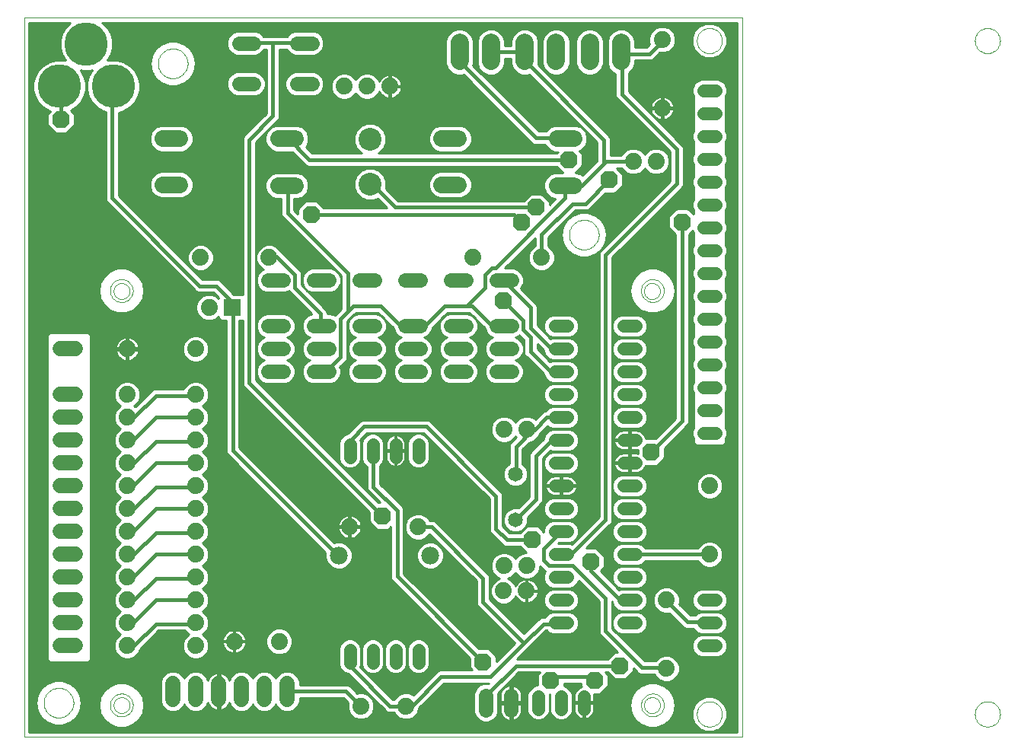
<source format=gtl>
G75*
G70*
%OFA0B0*%
%FSLAX24Y24*%
%IPPOS*%
%LPD*%
%AMOC8*
5,1,8,0,0,1.08239X$1,22.5*
%
%ADD10C,0.0000*%
%ADD11C,0.0800*%
%ADD12C,0.0740*%
%ADD13C,0.0740*%
%ADD14C,0.0560*%
%ADD15C,0.0650*%
%ADD16C,0.0640*%
%ADD17C,0.0680*%
%ADD18C,0.0555*%
%ADD19C,0.1000*%
%ADD20C,0.1900*%
%ADD21R,0.0740X0.0740*%
%ADD22C,0.0780*%
%ADD23C,0.0160*%
%ADD24OC8,0.0760*%
%ADD25C,0.0100*%
D10*
X002006Y001159D02*
X002006Y032655D01*
X033426Y032655D01*
X033426Y001159D01*
X002006Y001159D01*
X002856Y002659D02*
X002858Y002709D01*
X002864Y002759D01*
X002874Y002809D01*
X002887Y002857D01*
X002904Y002905D01*
X002925Y002951D01*
X002949Y002995D01*
X002977Y003037D01*
X003008Y003077D01*
X003042Y003114D01*
X003079Y003149D01*
X003118Y003180D01*
X003159Y003209D01*
X003203Y003234D01*
X003249Y003256D01*
X003296Y003274D01*
X003344Y003288D01*
X003393Y003299D01*
X003443Y003306D01*
X003493Y003309D01*
X003544Y003308D01*
X003594Y003303D01*
X003644Y003294D01*
X003692Y003282D01*
X003740Y003265D01*
X003786Y003245D01*
X003831Y003222D01*
X003874Y003195D01*
X003914Y003165D01*
X003952Y003132D01*
X003987Y003096D01*
X004020Y003057D01*
X004049Y003016D01*
X004075Y002973D01*
X004098Y002928D01*
X004117Y002881D01*
X004132Y002833D01*
X004144Y002784D01*
X004152Y002734D01*
X004156Y002684D01*
X004156Y002634D01*
X004152Y002584D01*
X004144Y002534D01*
X004132Y002485D01*
X004117Y002437D01*
X004098Y002390D01*
X004075Y002345D01*
X004049Y002302D01*
X004020Y002261D01*
X003987Y002222D01*
X003952Y002186D01*
X003914Y002153D01*
X003874Y002123D01*
X003831Y002096D01*
X003786Y002073D01*
X003740Y002053D01*
X003692Y002036D01*
X003644Y002024D01*
X003594Y002015D01*
X003544Y002010D01*
X003493Y002009D01*
X003443Y002012D01*
X003393Y002019D01*
X003344Y002030D01*
X003296Y002044D01*
X003249Y002062D01*
X003203Y002084D01*
X003159Y002109D01*
X003118Y002138D01*
X003079Y002169D01*
X003042Y002204D01*
X003008Y002241D01*
X002977Y002281D01*
X002949Y002323D01*
X002925Y002367D01*
X002904Y002413D01*
X002887Y002461D01*
X002874Y002509D01*
X002864Y002559D01*
X002858Y002609D01*
X002856Y002659D01*
X005756Y002559D02*
X005758Y002603D01*
X005764Y002647D01*
X005774Y002690D01*
X005787Y002732D01*
X005804Y002773D01*
X005825Y002812D01*
X005849Y002849D01*
X005876Y002884D01*
X005906Y002916D01*
X005939Y002946D01*
X005975Y002972D01*
X006012Y002996D01*
X006052Y003015D01*
X006093Y003032D01*
X006136Y003044D01*
X006179Y003053D01*
X006223Y003058D01*
X006267Y003059D01*
X006311Y003056D01*
X006355Y003049D01*
X006398Y003038D01*
X006440Y003024D01*
X006480Y003006D01*
X006519Y002984D01*
X006555Y002960D01*
X006589Y002932D01*
X006621Y002901D01*
X006650Y002867D01*
X006676Y002831D01*
X006698Y002793D01*
X006717Y002753D01*
X006732Y002711D01*
X006744Y002669D01*
X006752Y002625D01*
X006756Y002581D01*
X006756Y002537D01*
X006752Y002493D01*
X006744Y002449D01*
X006732Y002407D01*
X006717Y002365D01*
X006698Y002325D01*
X006676Y002287D01*
X006650Y002251D01*
X006621Y002217D01*
X006589Y002186D01*
X006555Y002158D01*
X006519Y002134D01*
X006480Y002112D01*
X006440Y002094D01*
X006398Y002080D01*
X006355Y002069D01*
X006311Y002062D01*
X006267Y002059D01*
X006223Y002060D01*
X006179Y002065D01*
X006136Y002074D01*
X006093Y002086D01*
X006052Y002103D01*
X006012Y002122D01*
X005975Y002146D01*
X005939Y002172D01*
X005906Y002202D01*
X005876Y002234D01*
X005849Y002269D01*
X005825Y002306D01*
X005804Y002345D01*
X005787Y002386D01*
X005774Y002428D01*
X005764Y002471D01*
X005758Y002515D01*
X005756Y002559D01*
X005916Y002553D02*
X005918Y002590D01*
X005924Y002627D01*
X005934Y002663D01*
X005947Y002698D01*
X005964Y002731D01*
X005985Y002762D01*
X006009Y002790D01*
X006036Y002816D01*
X006065Y002839D01*
X006096Y002859D01*
X006130Y002875D01*
X006165Y002888D01*
X006201Y002897D01*
X006238Y002902D01*
X006275Y002903D01*
X006312Y002900D01*
X006349Y002893D01*
X006385Y002882D01*
X006419Y002868D01*
X006452Y002850D01*
X006482Y002828D01*
X006510Y002804D01*
X006535Y002776D01*
X006558Y002746D01*
X006577Y002714D01*
X006592Y002680D01*
X006604Y002645D01*
X006612Y002609D01*
X006616Y002572D01*
X006616Y002534D01*
X006612Y002497D01*
X006604Y002461D01*
X006592Y002426D01*
X006577Y002392D01*
X006558Y002360D01*
X006535Y002330D01*
X006510Y002302D01*
X006482Y002278D01*
X006452Y002256D01*
X006419Y002238D01*
X006385Y002224D01*
X006349Y002213D01*
X006312Y002206D01*
X006275Y002203D01*
X006238Y002204D01*
X006201Y002209D01*
X006165Y002218D01*
X006130Y002231D01*
X006096Y002247D01*
X006065Y002267D01*
X006036Y002290D01*
X006009Y002316D01*
X005985Y002344D01*
X005964Y002375D01*
X005947Y002408D01*
X005934Y002443D01*
X005924Y002479D01*
X005918Y002516D01*
X005916Y002553D01*
X029138Y002553D02*
X029140Y002590D01*
X029146Y002627D01*
X029156Y002663D01*
X029169Y002698D01*
X029186Y002731D01*
X029207Y002762D01*
X029231Y002790D01*
X029258Y002816D01*
X029287Y002839D01*
X029318Y002859D01*
X029352Y002875D01*
X029387Y002888D01*
X029423Y002897D01*
X029460Y002902D01*
X029497Y002903D01*
X029534Y002900D01*
X029571Y002893D01*
X029607Y002882D01*
X029641Y002868D01*
X029674Y002850D01*
X029704Y002828D01*
X029732Y002804D01*
X029757Y002776D01*
X029780Y002746D01*
X029799Y002714D01*
X029814Y002680D01*
X029826Y002645D01*
X029834Y002609D01*
X029838Y002572D01*
X029838Y002534D01*
X029834Y002497D01*
X029826Y002461D01*
X029814Y002426D01*
X029799Y002392D01*
X029780Y002360D01*
X029757Y002330D01*
X029732Y002302D01*
X029704Y002278D01*
X029674Y002256D01*
X029641Y002238D01*
X029607Y002224D01*
X029571Y002213D01*
X029534Y002206D01*
X029497Y002203D01*
X029460Y002204D01*
X029423Y002209D01*
X029387Y002218D01*
X029352Y002231D01*
X029318Y002247D01*
X029287Y002267D01*
X029258Y002290D01*
X029231Y002316D01*
X029207Y002344D01*
X029186Y002375D01*
X029169Y002408D01*
X029156Y002443D01*
X029146Y002479D01*
X029140Y002516D01*
X029138Y002553D01*
X029006Y002559D02*
X029008Y002603D01*
X029014Y002647D01*
X029024Y002690D01*
X029037Y002732D01*
X029054Y002773D01*
X029075Y002812D01*
X029099Y002849D01*
X029126Y002884D01*
X029156Y002916D01*
X029189Y002946D01*
X029225Y002972D01*
X029262Y002996D01*
X029302Y003015D01*
X029343Y003032D01*
X029386Y003044D01*
X029429Y003053D01*
X029473Y003058D01*
X029517Y003059D01*
X029561Y003056D01*
X029605Y003049D01*
X029648Y003038D01*
X029690Y003024D01*
X029730Y003006D01*
X029769Y002984D01*
X029805Y002960D01*
X029839Y002932D01*
X029871Y002901D01*
X029900Y002867D01*
X029926Y002831D01*
X029948Y002793D01*
X029967Y002753D01*
X029982Y002711D01*
X029994Y002669D01*
X030002Y002625D01*
X030006Y002581D01*
X030006Y002537D01*
X030002Y002493D01*
X029994Y002449D01*
X029982Y002407D01*
X029967Y002365D01*
X029948Y002325D01*
X029926Y002287D01*
X029900Y002251D01*
X029871Y002217D01*
X029839Y002186D01*
X029805Y002158D01*
X029769Y002134D01*
X029730Y002112D01*
X029690Y002094D01*
X029648Y002080D01*
X029605Y002069D01*
X029561Y002062D01*
X029517Y002059D01*
X029473Y002060D01*
X029429Y002065D01*
X029386Y002074D01*
X029343Y002086D01*
X029302Y002103D01*
X029262Y002122D01*
X029225Y002146D01*
X029189Y002172D01*
X029156Y002202D01*
X029126Y002234D01*
X029099Y002269D01*
X029075Y002306D01*
X029054Y002345D01*
X029037Y002386D01*
X029024Y002428D01*
X029014Y002471D01*
X029008Y002515D01*
X029006Y002559D01*
X031447Y002163D02*
X031449Y002210D01*
X031455Y002256D01*
X031465Y002302D01*
X031478Y002347D01*
X031496Y002390D01*
X031517Y002432D01*
X031541Y002472D01*
X031569Y002509D01*
X031600Y002544D01*
X031634Y002577D01*
X031670Y002606D01*
X031709Y002632D01*
X031750Y002655D01*
X031793Y002674D01*
X031837Y002690D01*
X031882Y002702D01*
X031928Y002710D01*
X031975Y002714D01*
X032021Y002714D01*
X032068Y002710D01*
X032114Y002702D01*
X032159Y002690D01*
X032203Y002674D01*
X032246Y002655D01*
X032287Y002632D01*
X032326Y002606D01*
X032362Y002577D01*
X032396Y002544D01*
X032427Y002509D01*
X032455Y002472D01*
X032479Y002432D01*
X032500Y002390D01*
X032518Y002347D01*
X032531Y002302D01*
X032541Y002256D01*
X032547Y002210D01*
X032549Y002163D01*
X032547Y002116D01*
X032541Y002070D01*
X032531Y002024D01*
X032518Y001979D01*
X032500Y001936D01*
X032479Y001894D01*
X032455Y001854D01*
X032427Y001817D01*
X032396Y001782D01*
X032362Y001749D01*
X032326Y001720D01*
X032287Y001694D01*
X032246Y001671D01*
X032203Y001652D01*
X032159Y001636D01*
X032114Y001624D01*
X032068Y001616D01*
X032021Y001612D01*
X031975Y001612D01*
X031928Y001616D01*
X031882Y001624D01*
X031837Y001636D01*
X031793Y001652D01*
X031750Y001671D01*
X031709Y001694D01*
X031670Y001720D01*
X031634Y001749D01*
X031600Y001782D01*
X031569Y001817D01*
X031541Y001854D01*
X031517Y001894D01*
X031496Y001936D01*
X031478Y001979D01*
X031465Y002024D01*
X031455Y002070D01*
X031449Y002116D01*
X031447Y002163D01*
X043620Y002163D02*
X043622Y002210D01*
X043628Y002256D01*
X043638Y002302D01*
X043651Y002347D01*
X043669Y002390D01*
X043690Y002432D01*
X043714Y002472D01*
X043742Y002509D01*
X043773Y002544D01*
X043807Y002577D01*
X043843Y002606D01*
X043882Y002632D01*
X043923Y002655D01*
X043966Y002674D01*
X044010Y002690D01*
X044055Y002702D01*
X044101Y002710D01*
X044148Y002714D01*
X044194Y002714D01*
X044241Y002710D01*
X044287Y002702D01*
X044332Y002690D01*
X044376Y002674D01*
X044419Y002655D01*
X044460Y002632D01*
X044499Y002606D01*
X044535Y002577D01*
X044569Y002544D01*
X044600Y002509D01*
X044628Y002472D01*
X044652Y002432D01*
X044673Y002390D01*
X044691Y002347D01*
X044704Y002302D01*
X044714Y002256D01*
X044720Y002210D01*
X044722Y002163D01*
X044720Y002116D01*
X044714Y002070D01*
X044704Y002024D01*
X044691Y001979D01*
X044673Y001936D01*
X044652Y001894D01*
X044628Y001854D01*
X044600Y001817D01*
X044569Y001782D01*
X044535Y001749D01*
X044499Y001720D01*
X044460Y001694D01*
X044419Y001671D01*
X044376Y001652D01*
X044332Y001636D01*
X044287Y001624D01*
X044241Y001616D01*
X044194Y001612D01*
X044148Y001612D01*
X044101Y001616D01*
X044055Y001624D01*
X044010Y001636D01*
X043966Y001652D01*
X043923Y001671D01*
X043882Y001694D01*
X043843Y001720D01*
X043807Y001749D01*
X043773Y001782D01*
X043742Y001817D01*
X043714Y001854D01*
X043690Y001894D01*
X043669Y001936D01*
X043651Y001979D01*
X043638Y002024D01*
X043628Y002070D01*
X043622Y002116D01*
X043620Y002163D01*
X029138Y020687D02*
X029140Y020724D01*
X029146Y020761D01*
X029156Y020797D01*
X029169Y020832D01*
X029186Y020865D01*
X029207Y020896D01*
X029231Y020924D01*
X029258Y020950D01*
X029287Y020973D01*
X029318Y020993D01*
X029352Y021009D01*
X029387Y021022D01*
X029423Y021031D01*
X029460Y021036D01*
X029497Y021037D01*
X029534Y021034D01*
X029571Y021027D01*
X029607Y021016D01*
X029641Y021002D01*
X029674Y020984D01*
X029704Y020962D01*
X029732Y020938D01*
X029757Y020910D01*
X029780Y020880D01*
X029799Y020848D01*
X029814Y020814D01*
X029826Y020779D01*
X029834Y020743D01*
X029838Y020706D01*
X029838Y020668D01*
X029834Y020631D01*
X029826Y020595D01*
X029814Y020560D01*
X029799Y020526D01*
X029780Y020494D01*
X029757Y020464D01*
X029732Y020436D01*
X029704Y020412D01*
X029674Y020390D01*
X029641Y020372D01*
X029607Y020358D01*
X029571Y020347D01*
X029534Y020340D01*
X029497Y020337D01*
X029460Y020338D01*
X029423Y020343D01*
X029387Y020352D01*
X029352Y020365D01*
X029318Y020381D01*
X029287Y020401D01*
X029258Y020424D01*
X029231Y020450D01*
X029207Y020478D01*
X029186Y020509D01*
X029169Y020542D01*
X029156Y020577D01*
X029146Y020613D01*
X029140Y020650D01*
X029138Y020687D01*
X029006Y020709D02*
X029008Y020753D01*
X029014Y020797D01*
X029024Y020840D01*
X029037Y020882D01*
X029054Y020923D01*
X029075Y020962D01*
X029099Y020999D01*
X029126Y021034D01*
X029156Y021066D01*
X029189Y021096D01*
X029225Y021122D01*
X029262Y021146D01*
X029302Y021165D01*
X029343Y021182D01*
X029386Y021194D01*
X029429Y021203D01*
X029473Y021208D01*
X029517Y021209D01*
X029561Y021206D01*
X029605Y021199D01*
X029648Y021188D01*
X029690Y021174D01*
X029730Y021156D01*
X029769Y021134D01*
X029805Y021110D01*
X029839Y021082D01*
X029871Y021051D01*
X029900Y021017D01*
X029926Y020981D01*
X029948Y020943D01*
X029967Y020903D01*
X029982Y020861D01*
X029994Y020819D01*
X030002Y020775D01*
X030006Y020731D01*
X030006Y020687D01*
X030002Y020643D01*
X029994Y020599D01*
X029982Y020557D01*
X029967Y020515D01*
X029948Y020475D01*
X029926Y020437D01*
X029900Y020401D01*
X029871Y020367D01*
X029839Y020336D01*
X029805Y020308D01*
X029769Y020284D01*
X029730Y020262D01*
X029690Y020244D01*
X029648Y020230D01*
X029605Y020219D01*
X029561Y020212D01*
X029517Y020209D01*
X029473Y020210D01*
X029429Y020215D01*
X029386Y020224D01*
X029343Y020236D01*
X029302Y020253D01*
X029262Y020272D01*
X029225Y020296D01*
X029189Y020322D01*
X029156Y020352D01*
X029126Y020384D01*
X029099Y020419D01*
X029075Y020456D01*
X029054Y020495D01*
X029037Y020536D01*
X029024Y020578D01*
X029014Y020621D01*
X029008Y020665D01*
X029006Y020709D01*
X025856Y023159D02*
X025858Y023209D01*
X025864Y023259D01*
X025874Y023309D01*
X025887Y023357D01*
X025904Y023405D01*
X025925Y023451D01*
X025949Y023495D01*
X025977Y023537D01*
X026008Y023577D01*
X026042Y023614D01*
X026079Y023649D01*
X026118Y023680D01*
X026159Y023709D01*
X026203Y023734D01*
X026249Y023756D01*
X026296Y023774D01*
X026344Y023788D01*
X026393Y023799D01*
X026443Y023806D01*
X026493Y023809D01*
X026544Y023808D01*
X026594Y023803D01*
X026644Y023794D01*
X026692Y023782D01*
X026740Y023765D01*
X026786Y023745D01*
X026831Y023722D01*
X026874Y023695D01*
X026914Y023665D01*
X026952Y023632D01*
X026987Y023596D01*
X027020Y023557D01*
X027049Y023516D01*
X027075Y023473D01*
X027098Y023428D01*
X027117Y023381D01*
X027132Y023333D01*
X027144Y023284D01*
X027152Y023234D01*
X027156Y023184D01*
X027156Y023134D01*
X027152Y023084D01*
X027144Y023034D01*
X027132Y022985D01*
X027117Y022937D01*
X027098Y022890D01*
X027075Y022845D01*
X027049Y022802D01*
X027020Y022761D01*
X026987Y022722D01*
X026952Y022686D01*
X026914Y022653D01*
X026874Y022623D01*
X026831Y022596D01*
X026786Y022573D01*
X026740Y022553D01*
X026692Y022536D01*
X026644Y022524D01*
X026594Y022515D01*
X026544Y022510D01*
X026493Y022509D01*
X026443Y022512D01*
X026393Y022519D01*
X026344Y022530D01*
X026296Y022544D01*
X026249Y022562D01*
X026203Y022584D01*
X026159Y022609D01*
X026118Y022638D01*
X026079Y022669D01*
X026042Y022704D01*
X026008Y022741D01*
X025977Y022781D01*
X025949Y022823D01*
X025925Y022867D01*
X025904Y022913D01*
X025887Y022961D01*
X025874Y023009D01*
X025864Y023059D01*
X025858Y023109D01*
X025856Y023159D01*
X031447Y031659D02*
X031449Y031706D01*
X031455Y031752D01*
X031465Y031798D01*
X031478Y031843D01*
X031496Y031886D01*
X031517Y031928D01*
X031541Y031968D01*
X031569Y032005D01*
X031600Y032040D01*
X031634Y032073D01*
X031670Y032102D01*
X031709Y032128D01*
X031750Y032151D01*
X031793Y032170D01*
X031837Y032186D01*
X031882Y032198D01*
X031928Y032206D01*
X031975Y032210D01*
X032021Y032210D01*
X032068Y032206D01*
X032114Y032198D01*
X032159Y032186D01*
X032203Y032170D01*
X032246Y032151D01*
X032287Y032128D01*
X032326Y032102D01*
X032362Y032073D01*
X032396Y032040D01*
X032427Y032005D01*
X032455Y031968D01*
X032479Y031928D01*
X032500Y031886D01*
X032518Y031843D01*
X032531Y031798D01*
X032541Y031752D01*
X032547Y031706D01*
X032549Y031659D01*
X032547Y031612D01*
X032541Y031566D01*
X032531Y031520D01*
X032518Y031475D01*
X032500Y031432D01*
X032479Y031390D01*
X032455Y031350D01*
X032427Y031313D01*
X032396Y031278D01*
X032362Y031245D01*
X032326Y031216D01*
X032287Y031190D01*
X032246Y031167D01*
X032203Y031148D01*
X032159Y031132D01*
X032114Y031120D01*
X032068Y031112D01*
X032021Y031108D01*
X031975Y031108D01*
X031928Y031112D01*
X031882Y031120D01*
X031837Y031132D01*
X031793Y031148D01*
X031750Y031167D01*
X031709Y031190D01*
X031670Y031216D01*
X031634Y031245D01*
X031600Y031278D01*
X031569Y031313D01*
X031541Y031350D01*
X031517Y031390D01*
X031496Y031432D01*
X031478Y031475D01*
X031465Y031520D01*
X031455Y031566D01*
X031449Y031612D01*
X031447Y031659D01*
X043620Y031659D02*
X043622Y031706D01*
X043628Y031752D01*
X043638Y031798D01*
X043651Y031843D01*
X043669Y031886D01*
X043690Y031928D01*
X043714Y031968D01*
X043742Y032005D01*
X043773Y032040D01*
X043807Y032073D01*
X043843Y032102D01*
X043882Y032128D01*
X043923Y032151D01*
X043966Y032170D01*
X044010Y032186D01*
X044055Y032198D01*
X044101Y032206D01*
X044148Y032210D01*
X044194Y032210D01*
X044241Y032206D01*
X044287Y032198D01*
X044332Y032186D01*
X044376Y032170D01*
X044419Y032151D01*
X044460Y032128D01*
X044499Y032102D01*
X044535Y032073D01*
X044569Y032040D01*
X044600Y032005D01*
X044628Y031968D01*
X044652Y031928D01*
X044673Y031886D01*
X044691Y031843D01*
X044704Y031798D01*
X044714Y031752D01*
X044720Y031706D01*
X044722Y031659D01*
X044720Y031612D01*
X044714Y031566D01*
X044704Y031520D01*
X044691Y031475D01*
X044673Y031432D01*
X044652Y031390D01*
X044628Y031350D01*
X044600Y031313D01*
X044569Y031278D01*
X044535Y031245D01*
X044499Y031216D01*
X044460Y031190D01*
X044419Y031167D01*
X044376Y031148D01*
X044332Y031132D01*
X044287Y031120D01*
X044241Y031112D01*
X044194Y031108D01*
X044148Y031108D01*
X044101Y031112D01*
X044055Y031120D01*
X044010Y031132D01*
X043966Y031148D01*
X043923Y031167D01*
X043882Y031190D01*
X043843Y031216D01*
X043807Y031245D01*
X043773Y031278D01*
X043742Y031313D01*
X043714Y031350D01*
X043690Y031390D01*
X043669Y031432D01*
X043651Y031475D01*
X043638Y031520D01*
X043628Y031566D01*
X043622Y031612D01*
X043620Y031659D01*
X007856Y030659D02*
X007858Y030709D01*
X007864Y030759D01*
X007874Y030809D01*
X007887Y030857D01*
X007904Y030905D01*
X007925Y030951D01*
X007949Y030995D01*
X007977Y031037D01*
X008008Y031077D01*
X008042Y031114D01*
X008079Y031149D01*
X008118Y031180D01*
X008159Y031209D01*
X008203Y031234D01*
X008249Y031256D01*
X008296Y031274D01*
X008344Y031288D01*
X008393Y031299D01*
X008443Y031306D01*
X008493Y031309D01*
X008544Y031308D01*
X008594Y031303D01*
X008644Y031294D01*
X008692Y031282D01*
X008740Y031265D01*
X008786Y031245D01*
X008831Y031222D01*
X008874Y031195D01*
X008914Y031165D01*
X008952Y031132D01*
X008987Y031096D01*
X009020Y031057D01*
X009049Y031016D01*
X009075Y030973D01*
X009098Y030928D01*
X009117Y030881D01*
X009132Y030833D01*
X009144Y030784D01*
X009152Y030734D01*
X009156Y030684D01*
X009156Y030634D01*
X009152Y030584D01*
X009144Y030534D01*
X009132Y030485D01*
X009117Y030437D01*
X009098Y030390D01*
X009075Y030345D01*
X009049Y030302D01*
X009020Y030261D01*
X008987Y030222D01*
X008952Y030186D01*
X008914Y030153D01*
X008874Y030123D01*
X008831Y030096D01*
X008786Y030073D01*
X008740Y030053D01*
X008692Y030036D01*
X008644Y030024D01*
X008594Y030015D01*
X008544Y030010D01*
X008493Y030009D01*
X008443Y030012D01*
X008393Y030019D01*
X008344Y030030D01*
X008296Y030044D01*
X008249Y030062D01*
X008203Y030084D01*
X008159Y030109D01*
X008118Y030138D01*
X008079Y030169D01*
X008042Y030204D01*
X008008Y030241D01*
X007977Y030281D01*
X007949Y030323D01*
X007925Y030367D01*
X007904Y030413D01*
X007887Y030461D01*
X007874Y030509D01*
X007864Y030559D01*
X007858Y030609D01*
X007856Y030659D01*
X005756Y020709D02*
X005758Y020753D01*
X005764Y020797D01*
X005774Y020840D01*
X005787Y020882D01*
X005804Y020923D01*
X005825Y020962D01*
X005849Y020999D01*
X005876Y021034D01*
X005906Y021066D01*
X005939Y021096D01*
X005975Y021122D01*
X006012Y021146D01*
X006052Y021165D01*
X006093Y021182D01*
X006136Y021194D01*
X006179Y021203D01*
X006223Y021208D01*
X006267Y021209D01*
X006311Y021206D01*
X006355Y021199D01*
X006398Y021188D01*
X006440Y021174D01*
X006480Y021156D01*
X006519Y021134D01*
X006555Y021110D01*
X006589Y021082D01*
X006621Y021051D01*
X006650Y021017D01*
X006676Y020981D01*
X006698Y020943D01*
X006717Y020903D01*
X006732Y020861D01*
X006744Y020819D01*
X006752Y020775D01*
X006756Y020731D01*
X006756Y020687D01*
X006752Y020643D01*
X006744Y020599D01*
X006732Y020557D01*
X006717Y020515D01*
X006698Y020475D01*
X006676Y020437D01*
X006650Y020401D01*
X006621Y020367D01*
X006589Y020336D01*
X006555Y020308D01*
X006519Y020284D01*
X006480Y020262D01*
X006440Y020244D01*
X006398Y020230D01*
X006355Y020219D01*
X006311Y020212D01*
X006267Y020209D01*
X006223Y020210D01*
X006179Y020215D01*
X006136Y020224D01*
X006093Y020236D01*
X006052Y020253D01*
X006012Y020272D01*
X005975Y020296D01*
X005939Y020322D01*
X005906Y020352D01*
X005876Y020384D01*
X005849Y020419D01*
X005825Y020456D01*
X005804Y020495D01*
X005787Y020536D01*
X005774Y020578D01*
X005764Y020621D01*
X005758Y020665D01*
X005756Y020709D01*
X005916Y020687D02*
X005918Y020724D01*
X005924Y020761D01*
X005934Y020797D01*
X005947Y020832D01*
X005964Y020865D01*
X005985Y020896D01*
X006009Y020924D01*
X006036Y020950D01*
X006065Y020973D01*
X006096Y020993D01*
X006130Y021009D01*
X006165Y021022D01*
X006201Y021031D01*
X006238Y021036D01*
X006275Y021037D01*
X006312Y021034D01*
X006349Y021027D01*
X006385Y021016D01*
X006419Y021002D01*
X006452Y020984D01*
X006482Y020962D01*
X006510Y020938D01*
X006535Y020910D01*
X006558Y020880D01*
X006577Y020848D01*
X006592Y020814D01*
X006604Y020779D01*
X006612Y020743D01*
X006616Y020706D01*
X006616Y020668D01*
X006612Y020631D01*
X006604Y020595D01*
X006592Y020560D01*
X006577Y020526D01*
X006558Y020494D01*
X006535Y020464D01*
X006510Y020436D01*
X006482Y020412D01*
X006452Y020390D01*
X006419Y020372D01*
X006385Y020358D01*
X006349Y020347D01*
X006312Y020340D01*
X006275Y020337D01*
X006238Y020338D01*
X006201Y020343D01*
X006165Y020352D01*
X006130Y020365D01*
X006096Y020381D01*
X006065Y020401D01*
X006036Y020424D01*
X006009Y020450D01*
X005985Y020478D01*
X005964Y020509D01*
X005947Y020542D01*
X005934Y020577D01*
X005924Y020613D01*
X005918Y020650D01*
X005916Y020687D01*
D11*
X021056Y030759D02*
X021056Y031559D01*
X022434Y031559D02*
X022434Y030759D01*
X023906Y030759D02*
X023906Y031559D01*
X025284Y031559D02*
X025284Y030759D01*
X026756Y030759D02*
X026756Y031559D01*
X028134Y031559D02*
X028134Y030759D01*
D12*
X029931Y031702D03*
X029931Y028702D03*
X029663Y026370D03*
X028663Y026370D03*
X024643Y022159D03*
X021643Y022159D03*
X012718Y022159D03*
X009718Y022159D03*
X010092Y019970D03*
X009506Y018159D03*
X009506Y016159D03*
X009506Y015159D03*
X009506Y014159D03*
X009506Y013159D03*
X009506Y012159D03*
X009506Y011159D03*
X009506Y010159D03*
X009506Y009159D03*
X009506Y008159D03*
X009506Y007159D03*
X009506Y006159D03*
X009506Y005159D03*
X011193Y005344D03*
X013162Y005344D03*
X016738Y002512D03*
X018707Y002512D03*
X022987Y007559D03*
X023987Y007559D03*
X024006Y008660D03*
X023006Y008660D03*
X019243Y010363D03*
X016243Y010363D03*
X023006Y014631D03*
X024006Y014631D03*
X032006Y012159D03*
X032006Y009159D03*
X030112Y007159D03*
X030112Y004159D03*
X006506Y005159D03*
X006506Y006159D03*
X006506Y007159D03*
X006506Y008159D03*
X006506Y009159D03*
X006506Y010159D03*
X006506Y011159D03*
X006506Y012159D03*
X006506Y013159D03*
X006506Y014159D03*
X006506Y015159D03*
X006506Y016159D03*
X006506Y018159D03*
X016006Y029659D03*
X017006Y029659D03*
X018006Y029659D03*
D13*
X020280Y027364D02*
X021020Y027364D01*
X021020Y025348D02*
X020280Y025348D01*
X025332Y025308D02*
X026072Y025308D01*
X026072Y027364D02*
X025332Y027364D01*
X013866Y027364D02*
X013126Y027364D01*
X013126Y025308D02*
X013866Y025308D01*
X008814Y025348D02*
X008074Y025348D01*
X008074Y027364D02*
X008814Y027364D01*
D14*
X025226Y019159D02*
X025786Y019159D01*
X025786Y018159D02*
X025226Y018159D01*
X025226Y017159D02*
X025786Y017159D01*
X025786Y016159D02*
X025226Y016159D01*
X025226Y015159D02*
X025786Y015159D01*
X025786Y014159D02*
X025226Y014159D01*
X025226Y013159D02*
X025786Y013159D01*
X025786Y012159D02*
X025226Y012159D01*
X025226Y011159D02*
X025786Y011159D01*
X025786Y010159D02*
X025226Y010159D01*
X025226Y009159D02*
X025786Y009159D01*
X025786Y008159D02*
X025226Y008159D01*
X025226Y007159D02*
X025786Y007159D01*
X025786Y006159D02*
X025226Y006159D01*
X028226Y006159D02*
X028786Y006159D01*
X028786Y007159D02*
X028226Y007159D01*
X028226Y008159D02*
X028786Y008159D01*
X028786Y009159D02*
X028226Y009159D01*
X028226Y010159D02*
X028786Y010159D01*
X028786Y011159D02*
X028226Y011159D01*
X028226Y012159D02*
X028786Y012159D01*
X028786Y013159D02*
X028226Y013159D01*
X028226Y014159D02*
X028786Y014159D01*
X028786Y015159D02*
X028226Y015159D01*
X028226Y016159D02*
X028786Y016159D01*
X028786Y017159D02*
X028226Y017159D01*
X028226Y018159D02*
X028786Y018159D01*
X028786Y019159D02*
X028226Y019159D01*
X031726Y007159D02*
X032286Y007159D01*
X032286Y006159D02*
X031726Y006159D01*
X031726Y005159D02*
X032286Y005159D01*
X026506Y002939D02*
X026506Y002379D01*
X025506Y002379D02*
X025506Y002939D01*
X024506Y002939D02*
X024506Y002379D01*
D15*
X023506Y010659D03*
X023506Y012659D03*
D16*
X023326Y017159D02*
X022686Y017159D01*
X022686Y018159D02*
X023326Y018159D01*
X023326Y019159D02*
X022686Y019159D01*
X021326Y019159D02*
X020686Y019159D01*
X020686Y018159D02*
X021326Y018159D01*
X021326Y017159D02*
X020686Y017159D01*
X019326Y017159D02*
X018686Y017159D01*
X018686Y018159D02*
X019326Y018159D01*
X019326Y019159D02*
X018686Y019159D01*
X017326Y019159D02*
X016686Y019159D01*
X016686Y018159D02*
X017326Y018159D01*
X017326Y017159D02*
X016686Y017159D01*
X015326Y017159D02*
X014686Y017159D01*
X014686Y018159D02*
X015326Y018159D01*
X015326Y019159D02*
X014686Y019159D01*
X013326Y019159D02*
X012686Y019159D01*
X012686Y018159D02*
X013326Y018159D01*
X013326Y017159D02*
X012686Y017159D01*
X012686Y021159D02*
X013326Y021159D01*
X014686Y021159D02*
X015326Y021159D01*
X016686Y021159D02*
X017326Y021159D01*
X018686Y021159D02*
X019326Y021159D01*
X020686Y021159D02*
X021326Y021159D01*
X022686Y021159D02*
X023326Y021159D01*
X014589Y029760D02*
X013949Y029760D01*
X012029Y029760D02*
X011389Y029760D01*
X011389Y031540D02*
X012029Y031540D01*
X013949Y031540D02*
X014589Y031540D01*
X022206Y002979D02*
X022206Y002339D01*
X023306Y002339D02*
X023306Y002979D01*
D17*
X013506Y002819D02*
X013506Y003499D01*
X012506Y003499D02*
X012506Y002819D01*
X011506Y002819D02*
X011506Y003499D01*
X010506Y003499D02*
X010506Y002819D01*
X009506Y002819D02*
X009506Y003499D01*
X008506Y003499D02*
X008506Y002819D01*
X004253Y005159D02*
X003573Y005159D01*
X003573Y006159D02*
X004253Y006159D01*
X004253Y007159D02*
X003573Y007159D01*
X003573Y008159D02*
X004253Y008159D01*
X004253Y009159D02*
X003573Y009159D01*
X003573Y010159D02*
X004253Y010159D01*
X004253Y011159D02*
X003573Y011159D01*
X003573Y012159D02*
X004253Y012159D01*
X004253Y013159D02*
X003573Y013159D01*
X003573Y014159D02*
X004253Y014159D01*
X004253Y015159D02*
X003573Y015159D01*
X003573Y016159D02*
X004253Y016159D01*
X004253Y018159D02*
X003573Y018159D01*
D18*
X016256Y013974D02*
X016256Y013419D01*
X017256Y013419D02*
X017256Y013974D01*
X018256Y013974D02*
X018256Y013419D01*
X019256Y013419D02*
X019256Y013974D01*
X019256Y004974D02*
X019256Y004419D01*
X018256Y004419D02*
X018256Y004974D01*
X017256Y004974D02*
X017256Y004419D01*
X016256Y004419D02*
X016256Y004974D01*
X031728Y014470D02*
X032283Y014470D01*
X032283Y015470D02*
X031728Y015470D01*
X031728Y016470D02*
X032283Y016470D01*
X032283Y017470D02*
X031728Y017470D01*
X031728Y018470D02*
X032283Y018470D01*
X032283Y019470D02*
X031728Y019470D01*
X031728Y020470D02*
X032283Y020470D01*
X032283Y021470D02*
X031728Y021470D01*
X031728Y022470D02*
X032283Y022470D01*
X032283Y023470D02*
X031728Y023470D01*
X031728Y024470D02*
X032283Y024470D01*
X032283Y025470D02*
X031728Y025470D01*
X031728Y026470D02*
X032283Y026470D01*
X032283Y027470D02*
X031728Y027470D01*
X031728Y028470D02*
X032283Y028470D01*
X032283Y029470D02*
X031728Y029470D01*
D19*
X017141Y027340D03*
X017141Y025372D03*
D20*
X005899Y029659D03*
X003537Y029659D03*
X004718Y031509D03*
D21*
X011092Y019970D03*
D22*
X015778Y009109D03*
X019778Y009109D03*
D23*
X019846Y010359D02*
X019286Y010359D01*
X019243Y010363D01*
X019846Y010359D02*
X022086Y008119D01*
X022086Y007079D01*
X023886Y005279D01*
X024726Y006119D01*
X025446Y006119D01*
X025506Y006159D01*
X023886Y005279D02*
X022406Y003799D01*
X020246Y003799D01*
X018966Y002519D01*
X018726Y002519D01*
X018707Y002512D01*
X018646Y002519D01*
X018006Y002519D01*
X016326Y004199D01*
X016326Y004679D01*
X016256Y004696D01*
X016086Y003159D02*
X013506Y003159D01*
X016086Y003159D02*
X016726Y002519D01*
X016738Y002512D01*
X022206Y002659D02*
X022246Y002679D01*
X022246Y002999D01*
X023526Y004279D01*
X028086Y004279D01*
X029046Y004199D02*
X030086Y004199D01*
X030112Y004159D01*
X029046Y004199D02*
X027446Y005799D01*
X027446Y007239D01*
X026006Y008679D01*
X024966Y008679D01*
X024726Y008919D01*
X024726Y009399D01*
X025446Y010119D01*
X025506Y010159D01*
X024246Y009799D02*
X023126Y009799D01*
X022646Y010279D01*
X022646Y011719D01*
X019606Y014759D01*
X016886Y014759D01*
X016326Y014199D01*
X016326Y013719D01*
X016256Y013696D01*
X017256Y013696D02*
X017286Y013639D01*
X017286Y012119D01*
X018326Y011079D01*
X018326Y008199D01*
X022086Y004439D01*
X025046Y003639D02*
X025206Y003799D01*
X026806Y003799D01*
X026966Y003639D01*
X030086Y007159D02*
X031046Y006199D01*
X032006Y006199D01*
X032006Y006159D01*
X030112Y007159D02*
X030086Y007159D01*
X028506Y007159D02*
X028086Y007159D01*
X026806Y008439D01*
X026806Y008839D01*
X025926Y009159D02*
X025506Y009159D01*
X025926Y009159D02*
X027446Y010679D01*
X027446Y022279D01*
X030566Y025399D01*
X030566Y026919D01*
X028166Y029319D01*
X028166Y031079D01*
X028134Y031159D01*
X028166Y031159D01*
X028166Y031079D01*
X029366Y031079D01*
X029926Y031639D01*
X029931Y031702D01*
X027366Y027319D02*
X027366Y026359D01*
X027406Y026319D01*
X026406Y025319D01*
X025766Y025319D01*
X025702Y025308D01*
X025686Y025239D01*
X025686Y024759D01*
X022646Y021719D01*
X022486Y021719D01*
X022166Y021399D01*
X022166Y020839D01*
X021366Y020039D01*
X021606Y020039D01*
X022486Y019159D01*
X023006Y019159D01*
X023846Y018999D02*
X024166Y018679D01*
X024166Y018039D01*
X025046Y017159D01*
X025506Y017159D01*
X025506Y018159D02*
X025446Y018199D01*
X025046Y018199D01*
X024166Y019079D01*
X024166Y019959D01*
X022966Y021159D01*
X023006Y021159D01*
X022966Y020279D02*
X023846Y019399D01*
X023846Y018999D01*
X021366Y020039D02*
X020406Y020039D01*
X019526Y019159D01*
X019006Y019159D01*
X018486Y019159D01*
X017606Y020039D01*
X016406Y020039D01*
X016206Y019839D01*
X016166Y019879D01*
X016166Y021479D01*
X013526Y024119D01*
X013526Y025239D01*
X013496Y025308D01*
X014486Y026439D02*
X013526Y027399D01*
X013496Y027364D01*
X014486Y026439D02*
X025846Y026439D01*
X025702Y027364D02*
X025686Y027399D01*
X024406Y027399D01*
X021126Y030679D01*
X021126Y031159D01*
X021056Y031159D01*
X022434Y031159D02*
X023906Y031159D01*
X023926Y031159D01*
X023926Y030759D01*
X027366Y027319D01*
X027446Y026359D02*
X028646Y026359D01*
X028663Y026370D01*
X027446Y026359D02*
X027406Y026319D01*
X027606Y025559D02*
X026566Y024519D01*
X026006Y024519D01*
X024646Y023159D01*
X024646Y022199D01*
X024643Y022159D01*
X023766Y023719D02*
X023446Y024039D01*
X014566Y024039D01*
X013046Y022199D02*
X012726Y022199D01*
X012718Y022159D01*
X013046Y022199D02*
X013846Y021399D01*
X013846Y020839D01*
X014966Y019719D01*
X014966Y019159D01*
X015006Y019159D01*
X015846Y019479D02*
X016206Y019839D01*
X015846Y019479D02*
X015846Y017799D01*
X015206Y017159D01*
X015006Y017159D01*
X011846Y016679D02*
X017686Y010839D01*
X015778Y009109D02*
X015766Y009079D01*
X011126Y013719D01*
X011126Y019959D01*
X011092Y019970D01*
X011046Y020039D01*
X011046Y020279D01*
X010406Y020919D01*
X009686Y020919D01*
X005846Y024759D01*
X005846Y029639D01*
X005899Y029659D01*
X003606Y029639D02*
X003606Y028199D01*
X003606Y029639D02*
X003537Y029659D01*
X011709Y031540D02*
X011766Y031559D01*
X012886Y031559D01*
X012886Y028359D01*
X011846Y027319D01*
X011846Y016679D01*
X009506Y016159D02*
X009446Y016119D01*
X007766Y016119D01*
X006806Y015159D01*
X006506Y015159D01*
X006566Y014199D02*
X006506Y014159D01*
X006566Y014199D02*
X006806Y014199D01*
X007766Y015159D01*
X009506Y015159D01*
X009506Y014159D02*
X009446Y014119D01*
X007766Y014119D01*
X006806Y013159D01*
X006506Y013159D01*
X006566Y012199D02*
X006506Y012159D01*
X006566Y012199D02*
X006806Y012199D01*
X007766Y013159D01*
X009506Y013159D01*
X009506Y012159D02*
X009446Y012119D01*
X007766Y012119D01*
X006806Y011159D01*
X006506Y011159D01*
X006566Y010199D02*
X006506Y010159D01*
X006566Y010199D02*
X006806Y010199D01*
X007766Y011159D01*
X009506Y011159D01*
X009506Y010159D02*
X009446Y010119D01*
X007766Y010119D01*
X006806Y009159D01*
X006506Y009159D01*
X006566Y008199D02*
X006506Y008159D01*
X006566Y008199D02*
X006806Y008199D01*
X007766Y009159D01*
X009506Y009159D01*
X009506Y008159D02*
X009446Y008119D01*
X007766Y008119D01*
X006806Y007159D01*
X006506Y007159D01*
X006566Y006199D02*
X006506Y006159D01*
X006566Y006199D02*
X006806Y006199D01*
X007766Y007159D01*
X009506Y007159D01*
X009506Y006159D02*
X009446Y006119D01*
X007766Y006119D01*
X006806Y005159D01*
X006506Y005159D01*
X023506Y010659D02*
X024406Y011559D01*
X024406Y013479D01*
X025046Y014119D01*
X025446Y014119D01*
X025506Y014159D01*
X024886Y015159D02*
X024326Y014599D01*
X024246Y014599D01*
X024006Y014631D01*
X024006Y014599D01*
X024246Y014599D01*
X023526Y013879D01*
X023526Y012679D01*
X023506Y012659D01*
X024886Y015159D02*
X025506Y015159D01*
X029446Y013639D02*
X030806Y014999D01*
X030806Y023719D01*
X024406Y024359D02*
X018246Y024359D01*
X017206Y025399D01*
X017141Y025372D01*
X014269Y031540D02*
X014246Y031559D01*
X012886Y031559D01*
X028506Y009159D02*
X032006Y009159D01*
D24*
X026806Y008839D03*
X024246Y009799D03*
X029446Y013639D03*
X022966Y020279D03*
X023766Y023719D03*
X024406Y024359D03*
X025846Y026439D03*
X027606Y025559D03*
X030806Y023719D03*
X014566Y024039D03*
X003606Y028199D03*
X017686Y010839D03*
X022086Y004439D03*
X025046Y003639D03*
X026966Y003639D03*
X028086Y004279D03*
D25*
X028461Y003820D02*
X029631Y003820D01*
X029620Y003831D02*
X029783Y003667D01*
X029997Y003579D01*
X030227Y003579D01*
X030440Y003667D01*
X030604Y003831D01*
X030692Y004044D01*
X030692Y004274D01*
X030604Y004488D01*
X030440Y004651D01*
X030227Y004739D01*
X029997Y004739D01*
X029783Y004651D01*
X029622Y004489D01*
X029166Y004489D01*
X027736Y005919D01*
X027736Y007099D01*
X027736Y007062D01*
X027810Y006881D01*
X027948Y006744D01*
X028128Y006669D01*
X028883Y006669D01*
X029063Y006744D01*
X029201Y006881D01*
X029276Y007062D01*
X029276Y007256D01*
X029201Y007437D01*
X029063Y007574D01*
X028883Y007649D01*
X028128Y007649D01*
X028042Y007613D01*
X027228Y008427D01*
X027396Y008595D01*
X027396Y009083D01*
X027050Y009429D01*
X026606Y009429D01*
X027610Y010433D01*
X027691Y010515D01*
X027736Y010621D01*
X027736Y022159D01*
X030730Y025153D01*
X030811Y025235D01*
X030856Y025341D01*
X030856Y026861D01*
X030856Y026977D01*
X030811Y027083D01*
X028456Y029439D01*
X028456Y030232D01*
X028479Y030242D01*
X028651Y030414D01*
X028744Y030638D01*
X028744Y030789D01*
X029423Y030789D01*
X029530Y030833D01*
X029611Y030915D01*
X029819Y031122D01*
X030046Y031122D01*
X030259Y031211D01*
X030423Y031374D01*
X030511Y031587D01*
X030511Y031818D01*
X030423Y032031D01*
X030259Y032194D01*
X030046Y032282D01*
X029815Y032282D01*
X029602Y032194D01*
X029439Y032031D01*
X029351Y031818D01*
X029351Y031587D01*
X029384Y031507D01*
X029246Y031369D01*
X028744Y031369D01*
X028744Y031680D01*
X028651Y031905D01*
X029387Y031905D01*
X029351Y031806D02*
X028692Y031806D01*
X028732Y031707D02*
X029351Y031707D01*
X029351Y031609D02*
X028744Y031609D01*
X028744Y031510D02*
X029383Y031510D01*
X029288Y031412D02*
X028744Y031412D01*
X028651Y031905D02*
X028479Y032076D01*
X028255Y032169D01*
X028012Y032169D01*
X027788Y032076D01*
X027616Y031905D01*
X027273Y031905D01*
X027101Y032076D01*
X026877Y032169D01*
X026634Y032169D01*
X026410Y032076D01*
X026239Y031905D01*
X025801Y031905D01*
X025629Y032076D01*
X025405Y032169D01*
X025162Y032169D01*
X024938Y032076D01*
X024766Y031905D01*
X024423Y031905D01*
X024251Y032076D01*
X024027Y032169D01*
X023784Y032169D01*
X023560Y032076D01*
X023389Y031905D01*
X022951Y031905D01*
X022779Y032076D01*
X022555Y032169D01*
X022312Y032169D01*
X022088Y032076D01*
X021916Y031905D01*
X021573Y031905D01*
X021401Y032076D01*
X021177Y032169D01*
X020934Y032169D01*
X020710Y032076D01*
X020539Y031905D01*
X014973Y031905D01*
X015038Y031840D02*
X014889Y031989D01*
X014694Y032070D01*
X013843Y032070D01*
X013649Y031989D01*
X013509Y031849D01*
X012943Y031849D01*
X012469Y031849D01*
X012329Y031989D01*
X012134Y032070D01*
X011283Y032070D01*
X011089Y031989D01*
X010939Y031840D01*
X010859Y031645D01*
X010859Y031434D01*
X010939Y031239D01*
X011089Y031090D01*
X011283Y031010D01*
X012134Y031010D01*
X012329Y031090D01*
X012478Y031239D01*
X012490Y031269D01*
X012596Y031269D01*
X012596Y028479D01*
X011681Y027565D01*
X011600Y027483D01*
X011556Y027377D01*
X011556Y020544D01*
X011549Y020550D01*
X011185Y020550D01*
X010570Y021165D01*
X010463Y021209D01*
X010348Y021209D01*
X009806Y021209D01*
X006136Y024879D01*
X006136Y028521D01*
X006347Y028578D01*
X006612Y028731D01*
X006828Y028947D01*
X006980Y029211D01*
X007059Y029506D01*
X007059Y029812D01*
X006980Y030107D01*
X006828Y030371D01*
X006612Y030587D01*
X006347Y030740D01*
X006052Y030819D01*
X005747Y030819D01*
X005640Y030790D01*
X005646Y030797D01*
X005799Y031062D01*
X005878Y031357D01*
X005878Y031662D01*
X005799Y031957D01*
X005646Y032222D01*
X005431Y032438D01*
X005417Y032445D01*
X033216Y032445D01*
X033216Y001369D01*
X002216Y001369D01*
X002216Y032445D01*
X004019Y032445D01*
X004006Y032438D01*
X003790Y032222D01*
X003637Y031957D01*
X003558Y031662D01*
X003558Y031357D01*
X003637Y031062D01*
X003790Y030797D01*
X003797Y030790D01*
X003690Y030819D01*
X003384Y030819D01*
X003089Y030740D01*
X002825Y030587D01*
X002609Y030371D01*
X002456Y030107D01*
X002377Y029812D01*
X002377Y029506D01*
X002456Y029211D01*
X002609Y028947D01*
X002825Y028731D01*
X003089Y028578D01*
X003138Y028565D01*
X003016Y028443D01*
X003016Y027955D01*
X003361Y027609D01*
X003850Y027609D01*
X004196Y027955D01*
X004196Y028443D01*
X004033Y028606D01*
X004249Y028731D01*
X004465Y028947D01*
X004618Y029211D01*
X004697Y029506D01*
X004697Y029812D01*
X004618Y030107D01*
X004465Y030371D01*
X004458Y030378D01*
X004566Y030349D01*
X004871Y030349D01*
X004978Y030378D01*
X004971Y030371D01*
X004818Y030107D01*
X004739Y029812D01*
X004739Y029506D01*
X004818Y029211D01*
X004971Y028947D01*
X005187Y028731D01*
X005452Y028578D01*
X005556Y028550D01*
X005556Y024817D01*
X005556Y024701D01*
X005600Y024595D01*
X009440Y020755D01*
X009521Y020673D01*
X009628Y020629D01*
X010286Y020629D01*
X010512Y020402D01*
X010512Y020370D01*
X010421Y020462D01*
X010208Y020550D01*
X009977Y020550D01*
X009764Y020462D01*
X009601Y020299D01*
X009512Y020085D01*
X009512Y019855D01*
X009601Y019642D01*
X009764Y019478D01*
X009977Y019390D01*
X010208Y019390D01*
X010421Y019478D01*
X010512Y019570D01*
X010512Y019513D01*
X010635Y019390D01*
X010836Y019390D01*
X010836Y013777D01*
X010836Y013661D01*
X010880Y013555D01*
X015186Y009248D01*
X015178Y009228D01*
X015178Y008990D01*
X015269Y008769D01*
X015438Y008600D01*
X015659Y008509D01*
X015897Y008509D01*
X016118Y008600D01*
X016287Y008769D01*
X016378Y008990D01*
X016378Y009228D01*
X016287Y009449D01*
X016118Y009618D01*
X015897Y009709D01*
X015659Y009709D01*
X015579Y009676D01*
X011416Y013839D01*
X011416Y019390D01*
X011549Y019390D01*
X011556Y019397D01*
X011556Y016737D01*
X011556Y016621D01*
X011600Y016515D01*
X017096Y011019D01*
X017096Y010595D01*
X017441Y010249D01*
X017930Y010249D01*
X018036Y010355D01*
X018036Y008257D01*
X018036Y008141D01*
X018080Y008035D01*
X021496Y004619D01*
X021496Y004195D01*
X021601Y004089D01*
X020303Y004089D01*
X020188Y004089D01*
X020081Y004045D01*
X019038Y003001D01*
X019035Y003003D01*
X018822Y003092D01*
X018591Y003092D01*
X018378Y003003D01*
X018215Y002840D01*
X018202Y002809D01*
X018126Y002809D01*
X016705Y004230D01*
X016743Y004322D01*
X016743Y005071D01*
X016669Y005250D01*
X016532Y005387D01*
X016353Y005461D01*
X016159Y005461D01*
X015980Y005387D01*
X015842Y005250D01*
X015768Y005071D01*
X015768Y004322D01*
X015842Y004143D01*
X015980Y004006D01*
X016159Y003931D01*
X016183Y003931D01*
X017760Y002355D01*
X017841Y002273D01*
X017948Y002229D01*
X018196Y002229D01*
X018215Y002183D01*
X018378Y002020D01*
X018591Y001932D01*
X018822Y001932D01*
X019035Y002020D01*
X019199Y002183D01*
X019287Y002396D01*
X019287Y002430D01*
X020366Y003509D01*
X022346Y003509D01*
X022335Y003499D01*
X022311Y003509D01*
X022100Y003509D01*
X021905Y003428D01*
X021756Y003279D01*
X021676Y003084D01*
X021676Y002234D01*
X021756Y002039D01*
X021905Y001890D01*
X022100Y001809D01*
X022311Y001809D01*
X022506Y001890D01*
X022655Y002039D01*
X022736Y002234D01*
X022736Y003079D01*
X023646Y003989D01*
X024561Y003989D01*
X024456Y003883D01*
X024456Y003429D01*
X024408Y003429D01*
X024228Y003354D01*
X024090Y003217D01*
X024016Y003036D01*
X024016Y002282D01*
X024090Y002101D01*
X024228Y001964D01*
X024408Y001889D01*
X024603Y001889D01*
X024783Y001964D01*
X024921Y002101D01*
X024996Y002282D01*
X024996Y003036D01*
X024990Y003049D01*
X025021Y003049D01*
X025016Y003036D01*
X025016Y002282D01*
X025090Y002101D01*
X025228Y001964D01*
X025408Y001889D01*
X025603Y001889D01*
X025783Y001964D01*
X025921Y002101D01*
X025996Y002282D01*
X025996Y003036D01*
X025921Y003217D01*
X025783Y003354D01*
X025636Y003416D01*
X025636Y003509D01*
X026376Y003509D01*
X026376Y003395D01*
X026411Y003359D01*
X026405Y003358D01*
X026341Y003338D01*
X026280Y003307D01*
X026226Y003267D01*
X026178Y003219D01*
X026138Y003164D01*
X026107Y003104D01*
X026086Y003040D01*
X026076Y002973D01*
X026076Y002689D01*
X026475Y002689D01*
X026475Y002629D01*
X026076Y002629D01*
X026076Y002345D01*
X026086Y002278D01*
X026107Y002214D01*
X026138Y002154D01*
X026178Y002099D01*
X026226Y002051D01*
X026280Y002011D01*
X026341Y001981D01*
X026405Y001960D01*
X026472Y001949D01*
X026476Y001949D01*
X026476Y002629D01*
X026536Y002629D01*
X026536Y002689D01*
X026936Y002689D01*
X026936Y002973D01*
X026925Y003040D01*
X026922Y003049D01*
X027210Y003049D01*
X027556Y003395D01*
X027556Y003883D01*
X027450Y003989D01*
X027541Y003989D01*
X027841Y003689D01*
X028330Y003689D01*
X028676Y004035D01*
X028676Y004159D01*
X028800Y004035D01*
X028881Y003953D01*
X028988Y003909D01*
X029588Y003909D01*
X029620Y003831D01*
X029730Y003721D02*
X028362Y003721D01*
X028559Y003918D02*
X028966Y003918D01*
X028818Y004017D02*
X028658Y004017D01*
X028676Y004115D02*
X028719Y004115D01*
X029145Y004510D02*
X029642Y004510D01*
X029741Y004608D02*
X029047Y004608D01*
X028948Y004707D02*
X029918Y004707D01*
X030306Y004707D02*
X031537Y004707D01*
X031448Y004744D02*
X031628Y004669D01*
X032383Y004669D01*
X032563Y004744D01*
X032701Y004881D01*
X032776Y005062D01*
X032776Y005256D01*
X032701Y005437D01*
X032563Y005574D01*
X032383Y005649D01*
X031628Y005649D01*
X031448Y005574D01*
X031310Y005437D01*
X031236Y005256D01*
X031236Y005062D01*
X031310Y004881D01*
X031448Y004744D01*
X031387Y004805D02*
X028850Y004805D01*
X028751Y004904D02*
X031301Y004904D01*
X031260Y005002D02*
X028653Y005002D01*
X028554Y005101D02*
X031236Y005101D01*
X031236Y005199D02*
X028455Y005199D01*
X028357Y005298D02*
X031253Y005298D01*
X031294Y005396D02*
X028258Y005396D01*
X028160Y005495D02*
X031369Y005495D01*
X031494Y005594D02*
X028061Y005594D01*
X028073Y005692D02*
X027963Y005692D01*
X027948Y005744D02*
X028128Y005669D01*
X028883Y005669D01*
X029063Y005744D01*
X029201Y005881D01*
X029276Y006062D01*
X029276Y006256D01*
X029201Y006437D01*
X029063Y006574D01*
X028883Y006649D01*
X028128Y006649D01*
X027948Y006574D01*
X027810Y006437D01*
X027736Y006256D01*
X027736Y006062D01*
X027810Y005881D01*
X027948Y005744D01*
X027901Y005791D02*
X027864Y005791D01*
X027807Y005889D02*
X027766Y005889D01*
X027766Y005988D02*
X027736Y005988D01*
X027736Y006086D02*
X027736Y006086D01*
X027736Y006185D02*
X027736Y006185D01*
X027736Y006283D02*
X027747Y006283D01*
X027736Y006382D02*
X027788Y006382D01*
X027736Y006480D02*
X027854Y006480D01*
X027959Y006579D02*
X027736Y006579D01*
X027736Y006677D02*
X028108Y006677D01*
X027916Y006776D02*
X027736Y006776D01*
X027736Y006875D02*
X027817Y006875D01*
X027772Y006973D02*
X027736Y006973D01*
X027736Y007072D02*
X027736Y007072D01*
X027736Y007099D02*
X027736Y007099D01*
X027156Y007119D02*
X027156Y005857D01*
X027156Y005741D01*
X027200Y005635D01*
X027966Y004869D01*
X027841Y004869D01*
X027541Y004569D01*
X023586Y004569D01*
X024050Y005033D01*
X024846Y005829D01*
X024863Y005829D01*
X024948Y005744D01*
X025128Y005669D01*
X025883Y005669D01*
X026063Y005744D01*
X026201Y005881D01*
X026276Y006062D01*
X026276Y006256D01*
X026201Y006437D01*
X026063Y006574D01*
X025883Y006649D01*
X025128Y006649D01*
X024948Y006574D01*
X024810Y006437D01*
X024799Y006409D01*
X024783Y006409D01*
X024668Y006409D01*
X024561Y006365D01*
X023886Y005689D01*
X022376Y007199D01*
X022376Y008177D01*
X022331Y008283D01*
X022250Y008365D01*
X022250Y008365D01*
X020010Y010605D01*
X019903Y010649D01*
X019788Y010649D01*
X019752Y010649D01*
X019735Y010691D01*
X019572Y010854D01*
X019358Y010943D01*
X019128Y010943D01*
X018915Y010854D01*
X018751Y010691D01*
X018663Y010478D01*
X018663Y010247D01*
X018751Y010034D01*
X018915Y009871D01*
X019128Y009783D01*
X019358Y009783D01*
X019572Y009871D01*
X019735Y010034D01*
X019742Y010052D01*
X021796Y007999D01*
X021796Y007137D01*
X021796Y007021D01*
X021840Y006915D01*
X023476Y005279D01*
X022676Y004479D01*
X022676Y004683D01*
X022330Y005029D01*
X021906Y005029D01*
X018616Y008319D01*
X018616Y011137D01*
X018571Y011243D01*
X018490Y011325D01*
X017576Y012239D01*
X017576Y013050D01*
X017669Y013143D01*
X017743Y013322D01*
X017743Y014071D01*
X017669Y014250D01*
X017532Y014387D01*
X017353Y014461D01*
X017159Y014461D01*
X016980Y014387D01*
X016842Y014250D01*
X016768Y014071D01*
X016768Y013322D01*
X016842Y013143D01*
X016980Y013006D01*
X016996Y012999D01*
X016996Y012177D01*
X016996Y012061D01*
X017040Y011955D01*
X017566Y011429D01*
X017506Y011429D01*
X012136Y016799D01*
X012136Y027199D01*
X013131Y028195D01*
X013176Y028301D01*
X013176Y028417D01*
X013176Y031269D01*
X013487Y031269D01*
X013499Y031239D01*
X013649Y031090D01*
X013843Y031010D01*
X014694Y031010D01*
X014889Y031090D01*
X015038Y031239D01*
X015119Y031434D01*
X015119Y031645D01*
X015038Y031840D01*
X015052Y031806D02*
X020498Y031806D01*
X020539Y031905D02*
X020446Y031680D01*
X020446Y030638D01*
X020539Y030414D01*
X020710Y030242D01*
X020934Y030149D01*
X021177Y030149D01*
X021225Y030169D01*
X024241Y027153D01*
X024348Y027109D01*
X024463Y027109D01*
X024810Y027109D01*
X024840Y027035D01*
X025003Y026872D01*
X025216Y026784D01*
X025356Y026784D01*
X025301Y026729D01*
X017521Y026729D01*
X017544Y026738D01*
X017743Y026938D01*
X017851Y027199D01*
X017851Y027481D01*
X017743Y027742D01*
X017544Y027942D01*
X017283Y028050D01*
X017000Y028050D01*
X016739Y027942D01*
X016540Y027742D01*
X016431Y027481D01*
X016431Y027199D01*
X016540Y026938D01*
X016739Y026738D01*
X016762Y026729D01*
X014606Y026729D01*
X014329Y027006D01*
X014358Y027035D01*
X014446Y027249D01*
X014446Y027479D01*
X014358Y027693D01*
X014195Y027856D01*
X013982Y027944D01*
X013011Y027944D01*
X012798Y027856D01*
X012635Y027693D01*
X012546Y027479D01*
X012546Y027249D01*
X012635Y027035D01*
X012798Y026872D01*
X013011Y026784D01*
X013731Y026784D01*
X014321Y026193D01*
X014428Y026149D01*
X014543Y026149D01*
X025301Y026149D01*
X025562Y025888D01*
X025216Y025888D01*
X025003Y025800D01*
X024840Y025637D01*
X024752Y025424D01*
X024752Y025193D01*
X024840Y024980D01*
X025003Y024817D01*
X025216Y024728D01*
X025245Y024728D01*
X024996Y024479D01*
X024996Y024603D01*
X024650Y024949D01*
X024161Y024949D01*
X023861Y024649D01*
X018366Y024649D01*
X017832Y025183D01*
X017851Y025230D01*
X017851Y025513D01*
X017743Y025774D01*
X017544Y025974D01*
X017283Y026082D01*
X017000Y026082D01*
X016739Y025974D01*
X016540Y025774D01*
X016431Y025513D01*
X016431Y025230D01*
X016540Y024969D01*
X016739Y024770D01*
X017000Y024662D01*
X017283Y024662D01*
X017460Y024735D01*
X017866Y024329D01*
X015110Y024329D01*
X014810Y024629D01*
X014321Y024629D01*
X013976Y024283D01*
X013976Y024079D01*
X013816Y024239D01*
X013816Y024728D01*
X013982Y024728D01*
X014195Y024817D01*
X014358Y024980D01*
X014446Y025193D01*
X014446Y025424D01*
X014358Y025637D01*
X014195Y025800D01*
X013982Y025888D01*
X013011Y025888D01*
X012798Y025800D01*
X012635Y025637D01*
X012546Y025424D01*
X012546Y025193D01*
X012635Y024980D01*
X012798Y024817D01*
X013011Y024728D01*
X013236Y024728D01*
X013236Y024177D01*
X013236Y024061D01*
X013280Y023955D01*
X015876Y021359D01*
X015876Y019937D01*
X015876Y019919D01*
X015600Y019643D01*
X015591Y019623D01*
X015431Y019689D01*
X015256Y019689D01*
X015256Y019777D01*
X015211Y019883D01*
X014136Y020959D01*
X014136Y021341D01*
X014136Y021457D01*
X014091Y021563D01*
X013291Y022363D01*
X013240Y022415D01*
X013210Y022488D01*
X013047Y022651D01*
X012834Y022739D01*
X012603Y022739D01*
X012390Y022651D01*
X012227Y022488D01*
X012138Y022274D01*
X012138Y022044D01*
X012227Y021831D01*
X012390Y021667D01*
X012459Y021639D01*
X012385Y021608D01*
X012236Y021459D01*
X012136Y021459D01*
X012136Y021558D02*
X012335Y021558D01*
X012417Y021656D02*
X012136Y021656D01*
X012136Y021755D02*
X012302Y021755D01*
X012217Y021853D02*
X012136Y021853D01*
X012136Y021952D02*
X012176Y021952D01*
X012136Y022050D02*
X012138Y022050D01*
X012136Y022149D02*
X012138Y022149D01*
X012136Y022247D02*
X012138Y022247D01*
X012136Y022346D02*
X012168Y022346D01*
X012136Y022444D02*
X012209Y022444D01*
X012136Y022543D02*
X012282Y022543D01*
X012381Y022641D02*
X012136Y022641D01*
X012136Y022740D02*
X014495Y022740D01*
X014593Y022641D02*
X013056Y022641D01*
X013155Y022543D02*
X014692Y022543D01*
X014790Y022444D02*
X013228Y022444D01*
X013309Y022346D02*
X014889Y022346D01*
X014987Y022247D02*
X013407Y022247D01*
X013506Y022149D02*
X015086Y022149D01*
X015184Y022050D02*
X013605Y022050D01*
X013703Y021952D02*
X015283Y021952D01*
X015381Y021853D02*
X013802Y021853D01*
X013900Y021755D02*
X015480Y021755D01*
X015431Y021689D02*
X014580Y021689D01*
X014385Y021608D01*
X014236Y021459D01*
X014135Y021459D01*
X014136Y021360D02*
X014195Y021360D01*
X014156Y021264D02*
X014156Y021054D01*
X014236Y020859D01*
X014385Y020710D01*
X014580Y020629D01*
X015431Y020629D01*
X015626Y020710D01*
X015775Y020859D01*
X015856Y021054D01*
X015856Y021264D01*
X015775Y021459D01*
X015776Y021459D01*
X015775Y021459D02*
X015626Y021608D01*
X015431Y021689D01*
X015511Y021656D02*
X015579Y021656D01*
X015677Y021558D02*
X015677Y021558D01*
X015816Y021360D02*
X015874Y021360D01*
X015876Y021262D02*
X015856Y021262D01*
X015856Y021163D02*
X015876Y021163D01*
X015876Y021065D02*
X015856Y021065D01*
X015876Y020966D02*
X015819Y020966D01*
X015779Y020868D02*
X015876Y020868D01*
X015876Y020769D02*
X015685Y020769D01*
X015531Y020671D02*
X015876Y020671D01*
X015876Y020572D02*
X014523Y020572D01*
X014480Y020671D02*
X014424Y020671D01*
X014326Y020769D02*
X014326Y020769D01*
X014233Y020868D02*
X014227Y020868D01*
X014192Y020966D02*
X014136Y020966D01*
X014136Y021065D02*
X014156Y021065D01*
X014156Y021163D02*
X014136Y021163D01*
X014136Y021262D02*
X014156Y021262D01*
X014156Y021264D02*
X014236Y021459D01*
X014335Y021558D02*
X014094Y021558D01*
X013999Y021656D02*
X014501Y021656D01*
X014621Y020474D02*
X015876Y020474D01*
X015876Y020375D02*
X014720Y020375D01*
X014818Y020276D02*
X015876Y020276D01*
X015876Y020178D02*
X014917Y020178D01*
X015015Y020079D02*
X015876Y020079D01*
X015876Y019981D02*
X015114Y019981D01*
X015212Y019882D02*
X015839Y019882D01*
X015740Y019784D02*
X015253Y019784D01*
X015440Y019685D02*
X015642Y019685D01*
X016136Y019359D02*
X016370Y019593D01*
X016451Y019675D01*
X016526Y019749D01*
X017486Y019749D01*
X018156Y019079D01*
X018156Y019054D01*
X018236Y018859D01*
X018385Y018710D01*
X018508Y018659D01*
X018385Y018608D01*
X018236Y018459D01*
X018156Y018264D01*
X018156Y018054D01*
X018236Y017859D01*
X018385Y017710D01*
X018508Y017659D01*
X018385Y017608D01*
X018236Y017459D01*
X018156Y017264D01*
X018156Y017054D01*
X018236Y016859D01*
X018385Y016710D01*
X018580Y016629D01*
X019431Y016629D01*
X019626Y016710D01*
X019775Y016859D01*
X019856Y017054D01*
X019856Y017264D01*
X019775Y017459D01*
X019626Y017608D01*
X019503Y017659D01*
X019626Y017710D01*
X019775Y017859D01*
X019856Y018054D01*
X019856Y018264D01*
X019775Y018459D01*
X019626Y018608D01*
X019503Y018659D01*
X019626Y018710D01*
X019775Y018859D01*
X019856Y019054D01*
X019856Y019079D01*
X020526Y019749D01*
X021308Y019749D01*
X021423Y019749D01*
X021486Y019749D01*
X022156Y019079D01*
X022156Y019054D01*
X022236Y018859D01*
X022385Y018710D01*
X022508Y018659D01*
X022385Y018608D01*
X022236Y018459D01*
X022156Y018264D01*
X022156Y018054D01*
X022236Y017859D01*
X022385Y017710D01*
X022508Y017659D01*
X022385Y017608D01*
X022236Y017459D01*
X022156Y017264D01*
X022156Y017054D01*
X022236Y016859D01*
X022385Y016710D01*
X022580Y016629D01*
X023431Y016629D01*
X023626Y016710D01*
X023775Y016859D01*
X023856Y017054D01*
X023856Y017264D01*
X023775Y017459D01*
X023626Y017608D01*
X023503Y017659D01*
X023626Y017710D01*
X023775Y017859D01*
X023856Y018054D01*
X023856Y018264D01*
X023775Y018459D01*
X023626Y018608D01*
X023503Y018659D01*
X023626Y018710D01*
X023675Y018759D01*
X023681Y018753D01*
X023876Y018559D01*
X023876Y017981D01*
X023920Y017875D01*
X024001Y017793D01*
X024738Y017057D01*
X024810Y016881D01*
X024948Y016744D01*
X025128Y016669D01*
X025883Y016669D01*
X026063Y016744D01*
X026201Y016881D01*
X026276Y017062D01*
X026276Y017256D01*
X026201Y017437D01*
X026063Y017574D01*
X025883Y017649D01*
X025128Y017649D01*
X025013Y017601D01*
X024456Y018159D01*
X024456Y018379D01*
X024736Y018099D01*
X024736Y018062D01*
X024810Y017881D01*
X024948Y017744D01*
X025128Y017669D01*
X025883Y017669D01*
X026063Y017744D01*
X026201Y017881D01*
X026276Y018062D01*
X026276Y018256D01*
X026201Y018437D01*
X026063Y018574D01*
X025883Y018649D01*
X025128Y018649D01*
X025042Y018613D01*
X024456Y019199D01*
X024456Y019901D01*
X024456Y020017D01*
X024411Y020123D01*
X023725Y020809D01*
X023775Y020859D01*
X023856Y021054D01*
X023856Y021264D01*
X023775Y021459D01*
X027156Y021459D01*
X027156Y021558D02*
X023677Y021558D01*
X023626Y021608D02*
X023431Y021689D01*
X023026Y021689D01*
X024356Y023019D01*
X024356Y022668D01*
X024315Y022651D01*
X024152Y022488D01*
X024063Y022274D01*
X024063Y022044D01*
X024152Y021831D01*
X024315Y021667D01*
X024528Y021579D01*
X024759Y021579D01*
X024972Y021667D01*
X025135Y021831D01*
X025223Y022044D01*
X025223Y022274D01*
X025135Y022488D01*
X024972Y022651D01*
X024936Y022666D01*
X024936Y023039D01*
X026126Y024229D01*
X026508Y024229D01*
X026623Y024229D01*
X026730Y024273D01*
X027426Y024969D01*
X027850Y024969D01*
X028196Y025315D01*
X028196Y025803D01*
X027930Y026069D01*
X028160Y026069D01*
X028171Y026041D01*
X028335Y025878D01*
X028548Y025790D01*
X028779Y025790D01*
X028992Y025878D01*
X029155Y026041D01*
X029163Y026061D01*
X029171Y026041D01*
X029335Y025878D01*
X029548Y025790D01*
X029779Y025790D01*
X029992Y025878D01*
X030155Y026041D01*
X030243Y026254D01*
X030243Y026485D01*
X030155Y026698D01*
X029992Y026861D01*
X029779Y026950D01*
X029548Y026950D01*
X029335Y026861D01*
X029171Y026698D01*
X029163Y026678D01*
X029155Y026698D01*
X028992Y026861D01*
X028779Y026950D01*
X028548Y026950D01*
X028335Y026861D01*
X028171Y026698D01*
X028151Y026649D01*
X027656Y026649D01*
X027656Y027377D01*
X027611Y027483D01*
X027530Y027565D01*
X024498Y030596D01*
X024516Y030638D01*
X024516Y031680D01*
X024423Y031905D01*
X024464Y031806D02*
X024726Y031806D01*
X024766Y031905D02*
X024674Y031680D01*
X024674Y030638D01*
X024766Y030414D01*
X024938Y030242D01*
X025162Y030149D01*
X025405Y030149D01*
X025629Y030242D01*
X025801Y030414D01*
X025894Y030638D01*
X025894Y031680D01*
X025801Y031905D01*
X025842Y031806D02*
X026198Y031806D01*
X026239Y031905D02*
X026146Y031680D01*
X026146Y030638D01*
X026239Y030414D01*
X026410Y030242D01*
X026634Y030149D01*
X026877Y030149D01*
X027101Y030242D01*
X027273Y030414D01*
X027366Y030638D01*
X027366Y031680D01*
X027273Y031905D01*
X027314Y031806D02*
X027576Y031806D01*
X027616Y031905D02*
X027524Y031680D01*
X027524Y030638D01*
X027616Y030414D01*
X027788Y030242D01*
X027876Y030206D01*
X027876Y029261D01*
X027920Y029155D01*
X028001Y029073D01*
X030276Y026799D01*
X030276Y025519D01*
X027200Y022443D01*
X027156Y022337D01*
X027156Y022221D01*
X027156Y010799D01*
X025970Y009613D01*
X025883Y009649D01*
X025386Y009649D01*
X025406Y009669D01*
X025883Y009669D01*
X026063Y009744D01*
X026201Y009881D01*
X026276Y010062D01*
X026276Y010256D01*
X026201Y010437D01*
X026063Y010574D01*
X025883Y010649D01*
X025128Y010649D01*
X024948Y010574D01*
X024810Y010437D01*
X024736Y010256D01*
X024736Y010143D01*
X024490Y010389D01*
X024001Y010389D01*
X023701Y010089D01*
X023246Y010089D01*
X022936Y010399D01*
X022936Y011777D01*
X022891Y011883D01*
X022810Y011965D01*
X019770Y015005D01*
X019663Y015049D01*
X019548Y015049D01*
X016828Y015049D01*
X016721Y015005D01*
X016640Y014923D01*
X016178Y014461D01*
X016159Y014461D01*
X015980Y014387D01*
X015842Y014250D01*
X015768Y014071D01*
X015768Y013322D01*
X015842Y013143D01*
X015980Y013006D01*
X016159Y012931D01*
X016353Y012931D01*
X016532Y013006D01*
X016669Y013143D01*
X016743Y013322D01*
X016743Y014071D01*
X016703Y014167D01*
X017006Y014469D01*
X019486Y014469D01*
X022356Y011599D01*
X022356Y010337D01*
X022356Y010221D01*
X022400Y010115D01*
X022880Y009635D01*
X022961Y009553D01*
X023068Y009509D01*
X023701Y009509D01*
X023970Y009240D01*
X023890Y009240D01*
X023677Y009152D01*
X023514Y008989D01*
X023506Y008969D01*
X023497Y008989D01*
X023334Y009152D01*
X023121Y009240D01*
X022890Y009240D01*
X022677Y009152D01*
X022514Y008989D01*
X022426Y008776D01*
X022426Y008545D01*
X022514Y008332D01*
X022677Y008169D01*
X022810Y008114D01*
X022658Y008051D01*
X022495Y007888D01*
X022407Y007674D01*
X022407Y007444D01*
X022495Y007231D01*
X022658Y007067D01*
X022871Y006979D01*
X023102Y006979D01*
X023315Y007067D01*
X023478Y007231D01*
X023520Y007330D01*
X023542Y007286D01*
X023590Y007220D01*
X023648Y007162D01*
X023714Y007114D01*
X023787Y007077D01*
X023865Y007052D01*
X023946Y007039D01*
X023968Y007039D01*
X023968Y007540D01*
X024006Y007540D01*
X024006Y007578D01*
X024507Y007578D01*
X024507Y007600D01*
X024494Y007681D01*
X024469Y007759D01*
X024431Y007832D01*
X024383Y007898D01*
X024326Y007956D01*
X024259Y008004D01*
X024186Y008041D01*
X024109Y008066D01*
X024028Y008079D01*
X024006Y008079D01*
X024006Y007578D01*
X023968Y007578D01*
X023968Y008079D01*
X023946Y008079D01*
X023865Y008066D01*
X023787Y008041D01*
X023714Y008004D01*
X023648Y007956D01*
X023590Y007898D01*
X023542Y007832D01*
X023520Y007788D01*
X023478Y007888D01*
X023315Y008051D01*
X023182Y008106D01*
X023334Y008169D01*
X023497Y008332D01*
X023506Y008352D01*
X023514Y008332D01*
X023677Y008169D01*
X023890Y008080D01*
X024121Y008080D01*
X024334Y008169D01*
X024497Y008332D01*
X024586Y008545D01*
X024586Y008649D01*
X024720Y008515D01*
X024801Y008433D01*
X024808Y008431D01*
X024736Y008256D01*
X024736Y008062D01*
X024810Y007881D01*
X024948Y007744D01*
X025128Y007669D01*
X025883Y007669D01*
X026063Y007744D01*
X026201Y007881D01*
X026257Y008017D01*
X027156Y007119D01*
X027156Y007072D02*
X026276Y007072D01*
X026276Y007062D02*
X026276Y007256D01*
X026201Y007437D01*
X026063Y007574D01*
X025883Y007649D01*
X025128Y007649D01*
X024948Y007574D01*
X024810Y007437D01*
X024736Y007256D01*
X024736Y007062D01*
X024810Y006881D01*
X024948Y006744D01*
X025128Y006669D01*
X025883Y006669D01*
X026063Y006744D01*
X026201Y006881D01*
X026276Y007062D01*
X026239Y006973D02*
X027156Y006973D01*
X027156Y006875D02*
X026194Y006875D01*
X026096Y006776D02*
X027156Y006776D01*
X027156Y006677D02*
X025903Y006677D01*
X026052Y006579D02*
X027156Y006579D01*
X027156Y006480D02*
X026157Y006480D01*
X026224Y006382D02*
X027156Y006382D01*
X027156Y006283D02*
X026265Y006283D01*
X026276Y006185D02*
X027156Y006185D01*
X027156Y006086D02*
X026276Y006086D01*
X026245Y005988D02*
X027156Y005988D01*
X027156Y005889D02*
X026204Y005889D01*
X026110Y005791D02*
X027156Y005791D01*
X027176Y005692D02*
X025939Y005692D01*
X025073Y005692D02*
X024709Y005692D01*
X024807Y005791D02*
X024901Y005791D01*
X024610Y005594D02*
X027241Y005594D01*
X027340Y005495D02*
X024512Y005495D01*
X024413Y005396D02*
X027438Y005396D01*
X027537Y005298D02*
X024315Y005298D01*
X024216Y005199D02*
X027635Y005199D01*
X027734Y005101D02*
X024118Y005101D01*
X024019Y005002D02*
X027832Y005002D01*
X027931Y004904D02*
X023920Y004904D01*
X023822Y004805D02*
X027777Y004805D01*
X027679Y004707D02*
X023723Y004707D01*
X023625Y004608D02*
X027580Y004608D01*
X027612Y003918D02*
X027521Y003918D01*
X027556Y003820D02*
X027711Y003820D01*
X027809Y003721D02*
X027556Y003721D01*
X027556Y003623D02*
X029891Y003623D01*
X029719Y003524D02*
X033216Y003524D01*
X033216Y003426D02*
X029990Y003426D01*
X030003Y003421D02*
X029678Y003539D01*
X029555Y003539D01*
X029506Y003539D01*
X029504Y003539D01*
X029456Y003539D01*
X029333Y003539D01*
X029333Y003539D01*
X029008Y003421D01*
X028743Y003199D01*
X028743Y003199D01*
X028743Y003199D01*
X028571Y002899D01*
X028511Y002559D01*
X028571Y002219D01*
X028743Y001919D01*
X029008Y001697D01*
X029008Y001697D01*
X029333Y001579D01*
X029456Y001579D01*
X029456Y001579D01*
X029506Y001579D01*
X029520Y001579D01*
X029555Y001579D01*
X029678Y001579D01*
X029678Y001579D01*
X030003Y001697D01*
X030268Y001919D01*
X030441Y002219D01*
X030501Y002559D01*
X030441Y002899D01*
X030441Y002899D01*
X030268Y003199D01*
X030003Y003421D01*
X030003Y003421D01*
X030115Y003327D02*
X033216Y003327D01*
X033216Y003228D02*
X030232Y003228D01*
X030268Y003199D02*
X030268Y003199D01*
X030308Y003130D02*
X033216Y003130D01*
X033216Y003031D02*
X030364Y003031D01*
X030421Y002933D02*
X033216Y002933D01*
X033216Y002834D02*
X032366Y002834D01*
X032429Y002808D02*
X032149Y002924D01*
X031846Y002924D01*
X031567Y002808D01*
X031352Y002594D01*
X031237Y002314D01*
X031237Y002012D01*
X031352Y001732D01*
X031567Y001518D01*
X031846Y001402D01*
X032149Y001402D01*
X032429Y001518D01*
X032643Y001732D01*
X032759Y002012D01*
X032759Y002314D01*
X032643Y002594D01*
X032429Y002808D01*
X032501Y002736D02*
X033216Y002736D01*
X033216Y002637D02*
X032600Y002637D01*
X032666Y002539D02*
X033216Y002539D01*
X033216Y002440D02*
X032707Y002440D01*
X032748Y002342D02*
X033216Y002342D01*
X033216Y002243D02*
X032759Y002243D01*
X032759Y002144D02*
X033216Y002144D01*
X033216Y002046D02*
X032759Y002046D01*
X032732Y001947D02*
X033216Y001947D01*
X033216Y001849D02*
X032692Y001849D01*
X032651Y001750D02*
X033216Y001750D01*
X033216Y001652D02*
X032563Y001652D01*
X032464Y001553D02*
X033216Y001553D01*
X033216Y001455D02*
X032277Y001455D01*
X031719Y001455D02*
X002216Y001455D01*
X002216Y001553D02*
X031531Y001553D01*
X031433Y001652D02*
X029878Y001652D01*
X030003Y001697D02*
X030003Y001697D01*
X030066Y001750D02*
X031345Y001750D01*
X031304Y001849D02*
X030184Y001849D01*
X030284Y001947D02*
X031263Y001947D01*
X031237Y002046D02*
X030341Y002046D01*
X030398Y002144D02*
X031237Y002144D01*
X031237Y002243D02*
X030445Y002243D01*
X030441Y002219D02*
X030441Y002219D01*
X030462Y002342D02*
X031248Y002342D01*
X031289Y002440D02*
X030480Y002440D01*
X030497Y002539D02*
X031330Y002539D01*
X031396Y002637D02*
X030487Y002637D01*
X030470Y002736D02*
X031494Y002736D01*
X031629Y002834D02*
X030452Y002834D01*
X030333Y003623D02*
X033216Y003623D01*
X033216Y003721D02*
X030494Y003721D01*
X030593Y003820D02*
X033216Y003820D01*
X033216Y003918D02*
X030640Y003918D01*
X030681Y004017D02*
X033216Y004017D01*
X033216Y004115D02*
X030692Y004115D01*
X030692Y004214D02*
X033216Y004214D01*
X033216Y004312D02*
X030676Y004312D01*
X030635Y004411D02*
X033216Y004411D01*
X033216Y004510D02*
X030582Y004510D01*
X030483Y004608D02*
X033216Y004608D01*
X033216Y004707D02*
X032474Y004707D01*
X032625Y004805D02*
X033216Y004805D01*
X033216Y004904D02*
X032710Y004904D01*
X032751Y005002D02*
X033216Y005002D01*
X033216Y005101D02*
X032776Y005101D01*
X032776Y005199D02*
X033216Y005199D01*
X033216Y005298D02*
X032759Y005298D01*
X032718Y005396D02*
X033216Y005396D01*
X033216Y005495D02*
X032643Y005495D01*
X032517Y005594D02*
X033216Y005594D01*
X033216Y005692D02*
X032439Y005692D01*
X032383Y005669D02*
X032563Y005744D01*
X032701Y005881D01*
X032776Y006062D01*
X032776Y006256D01*
X032701Y006437D01*
X032563Y006574D01*
X032383Y006649D01*
X031628Y006649D01*
X031448Y006574D01*
X031363Y006489D01*
X031166Y006489D01*
X030668Y006987D01*
X030692Y007044D01*
X030692Y007274D01*
X030604Y007488D01*
X030440Y007651D01*
X030227Y007739D01*
X029997Y007739D01*
X029783Y007651D01*
X029620Y007488D01*
X029532Y007274D01*
X029532Y007044D01*
X029620Y006831D01*
X029783Y006667D01*
X029997Y006579D01*
X030227Y006579D01*
X030247Y006587D01*
X030881Y005953D01*
X030988Y005909D01*
X031103Y005909D01*
X031299Y005909D01*
X031310Y005881D01*
X031448Y005744D01*
X031628Y005669D01*
X032383Y005669D01*
X032610Y005791D02*
X033216Y005791D01*
X033216Y005889D02*
X032704Y005889D01*
X032745Y005988D02*
X033216Y005988D01*
X033216Y006086D02*
X032776Y006086D01*
X032776Y006185D02*
X033216Y006185D01*
X033216Y006283D02*
X032765Y006283D01*
X032724Y006382D02*
X033216Y006382D01*
X033216Y006480D02*
X032657Y006480D01*
X032552Y006579D02*
X033216Y006579D01*
X033216Y006677D02*
X032403Y006677D01*
X032383Y006669D02*
X032563Y006744D01*
X032701Y006881D01*
X032776Y007062D01*
X032776Y007256D01*
X032701Y007437D01*
X032563Y007574D01*
X032383Y007649D01*
X031628Y007649D01*
X031448Y007574D01*
X031310Y007437D01*
X031236Y007256D01*
X031236Y007062D01*
X031310Y006881D01*
X031448Y006744D01*
X031628Y006669D01*
X032383Y006669D01*
X032596Y006776D02*
X033216Y006776D01*
X033216Y006875D02*
X032694Y006875D01*
X032739Y006973D02*
X033216Y006973D01*
X033216Y007072D02*
X032776Y007072D01*
X032776Y007170D02*
X033216Y007170D01*
X033216Y007269D02*
X032771Y007269D01*
X032730Y007367D02*
X033216Y007367D01*
X033216Y007466D02*
X032672Y007466D01*
X032573Y007564D02*
X033216Y007564D01*
X033216Y007663D02*
X030411Y007663D01*
X030527Y007564D02*
X031438Y007564D01*
X031339Y007466D02*
X030613Y007466D01*
X030653Y007367D02*
X031282Y007367D01*
X031241Y007269D02*
X030692Y007269D01*
X030692Y007170D02*
X031236Y007170D01*
X031236Y007072D02*
X030692Y007072D01*
X030682Y006973D02*
X031272Y006973D01*
X031317Y006875D02*
X030780Y006875D01*
X030879Y006776D02*
X031416Y006776D01*
X031459Y006579D02*
X031076Y006579D01*
X030977Y006677D02*
X031608Y006677D01*
X031307Y005889D02*
X029204Y005889D01*
X029245Y005988D02*
X030847Y005988D01*
X030748Y006086D02*
X029276Y006086D01*
X029276Y006185D02*
X030650Y006185D01*
X030551Y006283D02*
X029265Y006283D01*
X029224Y006382D02*
X030453Y006382D01*
X030354Y006480D02*
X029157Y006480D01*
X029052Y006579D02*
X030256Y006579D01*
X029773Y006677D02*
X028903Y006677D01*
X029096Y006776D02*
X029675Y006776D01*
X029602Y006875D02*
X029194Y006875D01*
X029239Y006973D02*
X029561Y006973D01*
X029532Y007072D02*
X029276Y007072D01*
X029276Y007170D02*
X029532Y007170D01*
X029532Y007269D02*
X029271Y007269D01*
X029230Y007367D02*
X029570Y007367D01*
X029611Y007466D02*
X029172Y007466D01*
X029073Y007564D02*
X029697Y007564D01*
X029813Y007663D02*
X027992Y007663D01*
X027948Y007744D02*
X028128Y007669D01*
X028883Y007669D01*
X029063Y007744D01*
X029201Y007881D01*
X029276Y008062D01*
X029276Y008256D01*
X029201Y008437D01*
X029063Y008574D01*
X028883Y008649D01*
X028128Y008649D01*
X027948Y008574D01*
X027810Y008437D01*
X027736Y008256D01*
X027736Y008062D01*
X027810Y007881D01*
X027948Y007744D01*
X027930Y007761D02*
X027893Y007761D01*
X027832Y007860D02*
X027795Y007860D01*
X027778Y007959D02*
X027696Y007959D01*
X027738Y008057D02*
X027598Y008057D01*
X027499Y008156D02*
X027736Y008156D01*
X027736Y008254D02*
X027401Y008254D01*
X027302Y008353D02*
X027776Y008353D01*
X027825Y008451D02*
X027252Y008451D01*
X027351Y008550D02*
X027923Y008550D01*
X027948Y008744D02*
X028128Y008669D01*
X028883Y008669D01*
X029063Y008744D01*
X029189Y008869D01*
X031498Y008869D01*
X031514Y008831D01*
X031677Y008667D01*
X031890Y008579D01*
X032121Y008579D01*
X032334Y008667D01*
X032497Y008831D01*
X032586Y009044D01*
X032586Y009274D01*
X032497Y009488D01*
X032334Y009651D01*
X032121Y009739D01*
X031890Y009739D01*
X031677Y009651D01*
X031514Y009488D01*
X031498Y009449D01*
X029189Y009449D01*
X029063Y009574D01*
X028883Y009649D01*
X028128Y009649D01*
X027948Y009574D01*
X027810Y009437D01*
X026613Y009437D01*
X026712Y009535D02*
X027909Y009535D01*
X027810Y009437D02*
X027736Y009256D01*
X027736Y009062D01*
X027810Y008881D01*
X027948Y008744D01*
X027945Y008747D02*
X027396Y008747D01*
X027396Y008845D02*
X027846Y008845D01*
X027784Y008944D02*
X027396Y008944D01*
X027396Y009043D02*
X027744Y009043D01*
X027736Y009141D02*
X027338Y009141D01*
X027239Y009240D02*
X027736Y009240D01*
X027770Y009338D02*
X027141Y009338D01*
X026810Y009634D02*
X028091Y009634D01*
X028128Y009669D02*
X028883Y009669D01*
X029063Y009744D01*
X029201Y009881D01*
X029276Y010062D01*
X029276Y010256D01*
X029201Y010437D01*
X029063Y010574D01*
X028883Y010649D01*
X028128Y010649D01*
X027948Y010574D01*
X027810Y010437D01*
X027736Y010256D01*
X027736Y010062D01*
X027810Y009881D01*
X027948Y009744D01*
X028128Y009669D01*
X027975Y009732D02*
X026909Y009732D01*
X027008Y009831D02*
X027861Y009831D01*
X027790Y009929D02*
X027106Y009929D01*
X027205Y010028D02*
X027750Y010028D01*
X027736Y010126D02*
X027303Y010126D01*
X027402Y010225D02*
X027736Y010225D01*
X027763Y010324D02*
X027500Y010324D01*
X027599Y010422D02*
X027804Y010422D01*
X027894Y010521D02*
X027694Y010521D01*
X027735Y010619D02*
X028056Y010619D01*
X028128Y010669D02*
X028883Y010669D01*
X029063Y010744D01*
X029201Y010881D01*
X029276Y011062D01*
X029276Y011256D01*
X029201Y011437D01*
X029063Y011574D01*
X028883Y011649D01*
X028128Y011649D01*
X027948Y011574D01*
X027810Y011437D01*
X027736Y011256D01*
X027736Y011062D01*
X027810Y010881D01*
X027948Y010744D01*
X028128Y010669D01*
X028011Y010718D02*
X027736Y010718D01*
X027736Y010816D02*
X027875Y010816D01*
X027796Y010915D02*
X027736Y010915D01*
X027736Y011013D02*
X027756Y011013D01*
X027736Y011112D02*
X027736Y011112D01*
X027736Y011210D02*
X027736Y011210D01*
X027736Y011309D02*
X027757Y011309D01*
X027736Y011408D02*
X027798Y011408D01*
X027736Y011506D02*
X027880Y011506D01*
X028021Y011605D02*
X027736Y011605D01*
X027736Y011703D02*
X028046Y011703D01*
X028128Y011669D02*
X028883Y011669D01*
X029063Y011744D01*
X029201Y011881D01*
X029276Y012062D01*
X029276Y012256D01*
X029201Y012437D01*
X029063Y012574D01*
X028883Y012649D01*
X028128Y012649D01*
X027948Y012574D01*
X027810Y012437D01*
X027736Y012256D01*
X027736Y012062D01*
X027810Y011881D01*
X027948Y011744D01*
X028128Y011669D01*
X027890Y011802D02*
X027736Y011802D01*
X027736Y011900D02*
X027802Y011900D01*
X027762Y011999D02*
X027736Y011999D01*
X027736Y012097D02*
X027736Y012097D01*
X027736Y012196D02*
X027736Y012196D01*
X027736Y012294D02*
X027751Y012294D01*
X027736Y012393D02*
X027792Y012393D01*
X027736Y012492D02*
X027865Y012492D01*
X027986Y012590D02*
X027736Y012590D01*
X027736Y012689D02*
X031769Y012689D01*
X031677Y012651D02*
X031514Y012488D01*
X031426Y012274D01*
X031426Y012044D01*
X031514Y011831D01*
X031677Y011667D01*
X031890Y011579D01*
X032121Y011579D01*
X032334Y011667D01*
X032497Y011831D01*
X032586Y012044D01*
X032586Y012274D01*
X032497Y012488D01*
X032334Y012651D01*
X032121Y012739D01*
X031890Y012739D01*
X031677Y012651D01*
X031616Y012590D02*
X029025Y012590D01*
X029146Y012492D02*
X031518Y012492D01*
X031475Y012393D02*
X029219Y012393D01*
X029260Y012294D02*
X031434Y012294D01*
X031426Y012196D02*
X029276Y012196D01*
X029276Y012097D02*
X031426Y012097D01*
X031444Y011999D02*
X029250Y011999D01*
X029209Y011900D02*
X031485Y011900D01*
X031543Y011802D02*
X029121Y011802D01*
X028966Y011703D02*
X031641Y011703D01*
X031829Y011605D02*
X028990Y011605D01*
X029132Y011506D02*
X033216Y011506D01*
X033216Y011408D02*
X029213Y011408D01*
X029254Y011309D02*
X033216Y011309D01*
X033216Y011210D02*
X029276Y011210D01*
X029276Y011112D02*
X033216Y011112D01*
X033216Y011013D02*
X029256Y011013D01*
X029215Y010915D02*
X033216Y010915D01*
X033216Y010816D02*
X029136Y010816D01*
X029001Y010718D02*
X033216Y010718D01*
X033216Y010619D02*
X028955Y010619D01*
X029117Y010521D02*
X033216Y010521D01*
X033216Y010422D02*
X029207Y010422D01*
X029248Y010324D02*
X033216Y010324D01*
X033216Y010225D02*
X029276Y010225D01*
X029276Y010126D02*
X033216Y010126D01*
X033216Y010028D02*
X029262Y010028D01*
X029221Y009929D02*
X033216Y009929D01*
X033216Y009831D02*
X029150Y009831D01*
X029036Y009732D02*
X031874Y009732D01*
X031660Y009634D02*
X028920Y009634D01*
X029102Y009535D02*
X031562Y009535D01*
X032137Y009732D02*
X033216Y009732D01*
X033216Y009634D02*
X032351Y009634D01*
X032450Y009535D02*
X033216Y009535D01*
X033216Y009437D02*
X032518Y009437D01*
X032559Y009338D02*
X033216Y009338D01*
X033216Y009240D02*
X032586Y009240D01*
X032586Y009141D02*
X033216Y009141D01*
X033216Y009043D02*
X032585Y009043D01*
X032544Y008944D02*
X033216Y008944D01*
X033216Y008845D02*
X032504Y008845D01*
X032414Y008747D02*
X033216Y008747D01*
X033216Y008648D02*
X032288Y008648D01*
X031723Y008648D02*
X028885Y008648D01*
X029066Y008747D02*
X031598Y008747D01*
X031508Y008845D02*
X029165Y008845D01*
X029088Y008550D02*
X033216Y008550D01*
X033216Y008451D02*
X029186Y008451D01*
X029236Y008353D02*
X033216Y008353D01*
X033216Y008254D02*
X029276Y008254D01*
X029276Y008156D02*
X033216Y008156D01*
X033216Y008057D02*
X029274Y008057D01*
X029233Y007959D02*
X033216Y007959D01*
X033216Y007860D02*
X029180Y007860D01*
X029081Y007761D02*
X033216Y007761D01*
X031573Y005692D02*
X028939Y005692D01*
X029110Y005791D02*
X031401Y005791D01*
X029678Y003539D02*
X029678Y003539D01*
X029555Y003539D02*
X029555Y003539D01*
X029456Y003539D02*
X029456Y003539D01*
X029292Y003524D02*
X027556Y003524D01*
X027556Y003426D02*
X029021Y003426D01*
X029008Y003421D02*
X029008Y003421D01*
X028896Y003327D02*
X027488Y003327D01*
X027389Y003228D02*
X028779Y003228D01*
X028704Y003130D02*
X027291Y003130D01*
X026926Y003031D02*
X028647Y003031D01*
X028590Y002933D02*
X026936Y002933D01*
X026936Y002834D02*
X028559Y002834D01*
X028571Y002899D02*
X028571Y002899D01*
X028542Y002736D02*
X026936Y002736D01*
X026936Y002629D02*
X026536Y002629D01*
X026536Y001949D01*
X026540Y001949D01*
X026606Y001960D01*
X026671Y001981D01*
X026731Y002011D01*
X026786Y002051D01*
X026834Y002099D01*
X026873Y002154D01*
X026904Y002214D01*
X026925Y002278D01*
X026936Y002345D01*
X026936Y002629D01*
X026936Y002539D02*
X028514Y002539D01*
X028511Y002559D02*
X028511Y002559D01*
X028524Y002637D02*
X026536Y002637D01*
X026475Y002637D02*
X025996Y002637D01*
X025996Y002539D02*
X026076Y002539D01*
X026076Y002440D02*
X025996Y002440D01*
X025996Y002342D02*
X026076Y002342D01*
X026098Y002243D02*
X025980Y002243D01*
X025939Y002144D02*
X026145Y002144D01*
X026233Y002046D02*
X025866Y002046D01*
X025744Y001947D02*
X028727Y001947D01*
X028743Y001919D02*
X028743Y001919D01*
X028827Y001849D02*
X022407Y001849D01*
X022564Y001947D02*
X023045Y001947D01*
X023059Y001937D02*
X023125Y001904D01*
X023196Y001881D01*
X023256Y001871D01*
X023256Y002609D01*
X023356Y002609D01*
X023356Y002709D01*
X023776Y002709D01*
X023776Y003016D01*
X023764Y003089D01*
X023741Y003159D01*
X023708Y003225D01*
X023664Y003285D01*
X023612Y003338D01*
X023552Y003381D01*
X023486Y003415D01*
X023416Y003437D01*
X023356Y003447D01*
X023356Y002709D01*
X023256Y002709D01*
X023256Y003447D01*
X023196Y003437D01*
X023125Y003415D01*
X023059Y003381D01*
X022999Y003338D01*
X022947Y003285D01*
X022904Y003225D01*
X022870Y003159D01*
X022847Y003089D01*
X022836Y003016D01*
X022836Y002709D01*
X023255Y002709D01*
X023255Y002609D01*
X022836Y002609D01*
X022836Y002302D01*
X022847Y002229D01*
X022870Y002159D01*
X022904Y002093D01*
X022947Y002033D01*
X022999Y001981D01*
X023059Y001937D01*
X022938Y002046D02*
X022658Y002046D01*
X022699Y002144D02*
X022877Y002144D01*
X022845Y002243D02*
X022736Y002243D01*
X022736Y002342D02*
X022836Y002342D01*
X022836Y002440D02*
X022736Y002440D01*
X022736Y002539D02*
X022836Y002539D01*
X022736Y002637D02*
X023255Y002637D01*
X023256Y002539D02*
X023356Y002539D01*
X023356Y002609D02*
X023356Y001871D01*
X023416Y001881D01*
X023486Y001904D01*
X023552Y001937D01*
X023612Y001981D01*
X023664Y002033D01*
X023708Y002093D01*
X023741Y002159D01*
X023764Y002229D01*
X023776Y002302D01*
X023776Y002609D01*
X023356Y002609D01*
X023356Y002637D02*
X024016Y002637D01*
X024016Y002539D02*
X023776Y002539D01*
X023776Y002440D02*
X024016Y002440D01*
X024016Y002342D02*
X023776Y002342D01*
X023766Y002243D02*
X024032Y002243D01*
X024072Y002144D02*
X023734Y002144D01*
X023674Y002046D02*
X024146Y002046D01*
X024267Y001947D02*
X023566Y001947D01*
X023356Y001947D02*
X023256Y001947D01*
X023256Y002046D02*
X023356Y002046D01*
X023356Y002144D02*
X023256Y002144D01*
X023256Y002243D02*
X023356Y002243D01*
X023356Y002342D02*
X023256Y002342D01*
X023256Y002440D02*
X023356Y002440D01*
X023356Y002736D02*
X023256Y002736D01*
X023256Y002834D02*
X023356Y002834D01*
X023356Y002933D02*
X023256Y002933D01*
X023256Y003031D02*
X023356Y003031D01*
X023356Y003130D02*
X023256Y003130D01*
X023256Y003228D02*
X023356Y003228D01*
X023356Y003327D02*
X023256Y003327D01*
X023256Y003426D02*
X023356Y003426D01*
X023452Y003426D02*
X024400Y003426D01*
X024456Y003524D02*
X023181Y003524D01*
X023159Y003426D02*
X023082Y003426D01*
X022989Y003327D02*
X022984Y003327D01*
X022906Y003228D02*
X022885Y003228D01*
X022861Y003130D02*
X022787Y003130D01*
X022736Y003031D02*
X022838Y003031D01*
X022836Y002933D02*
X022736Y002933D01*
X022736Y002834D02*
X022836Y002834D01*
X022836Y002736D02*
X022736Y002736D01*
X023279Y003623D02*
X024456Y003623D01*
X024456Y003721D02*
X023378Y003721D01*
X023476Y003820D02*
X024456Y003820D01*
X024491Y003918D02*
X023575Y003918D01*
X023622Y003327D02*
X024201Y003327D01*
X024102Y003228D02*
X023705Y003228D01*
X023751Y003130D02*
X024054Y003130D01*
X024016Y003031D02*
X023773Y003031D01*
X023776Y002933D02*
X024016Y002933D01*
X024016Y002834D02*
X023776Y002834D01*
X023776Y002736D02*
X024016Y002736D01*
X024996Y002736D02*
X025016Y002736D01*
X025016Y002834D02*
X024996Y002834D01*
X024996Y002933D02*
X025016Y002933D01*
X025016Y003031D02*
X024996Y003031D01*
X024996Y002637D02*
X025016Y002637D01*
X025016Y002539D02*
X024996Y002539D01*
X024996Y002440D02*
X025016Y002440D01*
X025016Y002342D02*
X024996Y002342D01*
X024980Y002243D02*
X025032Y002243D01*
X025072Y002144D02*
X024939Y002144D01*
X024866Y002046D02*
X025146Y002046D01*
X025267Y001947D02*
X024744Y001947D01*
X025996Y002736D02*
X026076Y002736D01*
X026076Y002834D02*
X025996Y002834D01*
X025996Y002933D02*
X026076Y002933D01*
X026085Y003031D02*
X025996Y003031D01*
X025957Y003130D02*
X026120Y003130D01*
X026187Y003228D02*
X025909Y003228D01*
X025811Y003327D02*
X026320Y003327D01*
X026376Y003426D02*
X025636Y003426D01*
X026476Y002539D02*
X026536Y002539D01*
X026536Y002440D02*
X026476Y002440D01*
X026476Y002342D02*
X026536Y002342D01*
X026536Y002243D02*
X026476Y002243D01*
X026476Y002144D02*
X026536Y002144D01*
X026536Y002046D02*
X026476Y002046D01*
X026779Y002046D02*
X028670Y002046D01*
X028613Y002144D02*
X026867Y002144D01*
X026914Y002243D02*
X028566Y002243D01*
X028571Y002219D02*
X028571Y002219D01*
X028549Y002342D02*
X026935Y002342D01*
X026936Y002440D02*
X028532Y002440D01*
X028945Y001750D02*
X006816Y001750D01*
X006753Y001697D02*
X007018Y001919D01*
X007018Y001919D01*
X007018Y001919D01*
X007191Y002219D01*
X007251Y002559D01*
X007191Y002899D01*
X007191Y002899D01*
X007018Y003199D01*
X006753Y003421D01*
X006428Y003539D01*
X006305Y003539D01*
X006256Y003539D01*
X006255Y003539D01*
X006206Y003539D01*
X006083Y003539D01*
X006083Y003539D01*
X005758Y003421D01*
X005493Y003199D01*
X005493Y003199D01*
X005493Y003199D01*
X005321Y002899D01*
X005261Y002559D01*
X005321Y002219D01*
X005493Y001919D01*
X005758Y001697D01*
X005758Y001697D01*
X006083Y001579D01*
X006206Y001579D01*
X006206Y001579D01*
X006229Y001579D01*
X006256Y001579D01*
X006305Y001579D01*
X006305Y001579D01*
X006428Y001579D01*
X006428Y001579D01*
X006753Y001697D01*
X006753Y001697D01*
X006628Y001652D02*
X029133Y001652D01*
X029333Y001579D02*
X029333Y001579D01*
X029555Y001579D02*
X029555Y001579D01*
X024184Y005988D02*
X023587Y005988D01*
X023489Y006086D02*
X024283Y006086D01*
X024381Y006185D02*
X023390Y006185D01*
X023291Y006283D02*
X024480Y006283D01*
X024602Y006382D02*
X023193Y006382D01*
X023094Y006480D02*
X024854Y006480D01*
X024959Y006579D02*
X022996Y006579D01*
X022897Y006677D02*
X025108Y006677D01*
X024916Y006776D02*
X022799Y006776D01*
X022700Y006875D02*
X024817Y006875D01*
X024772Y006973D02*
X022602Y006973D01*
X022654Y007072D02*
X022503Y007072D01*
X022555Y007170D02*
X022405Y007170D01*
X022376Y007269D02*
X022479Y007269D01*
X022438Y007367D02*
X022376Y007367D01*
X022376Y007466D02*
X022407Y007466D01*
X022407Y007564D02*
X022376Y007564D01*
X022376Y007663D02*
X022407Y007663D01*
X022376Y007761D02*
X022443Y007761D01*
X022484Y007860D02*
X022376Y007860D01*
X022376Y007959D02*
X022566Y007959D01*
X022674Y008057D02*
X022376Y008057D01*
X022376Y008156D02*
X022708Y008156D01*
X022591Y008254D02*
X022344Y008254D01*
X022262Y008353D02*
X022505Y008353D01*
X022464Y008451D02*
X022164Y008451D01*
X022065Y008550D02*
X022426Y008550D01*
X022426Y008648D02*
X021966Y008648D01*
X021868Y008747D02*
X022426Y008747D01*
X022455Y008845D02*
X021769Y008845D01*
X021671Y008944D02*
X022495Y008944D01*
X022568Y009043D02*
X021572Y009043D01*
X021474Y009141D02*
X022666Y009141D01*
X022889Y009240D02*
X021375Y009240D01*
X021277Y009338D02*
X023872Y009338D01*
X023889Y009240D02*
X023122Y009240D01*
X023345Y009141D02*
X023666Y009141D01*
X023568Y009043D02*
X023444Y009043D01*
X023774Y009437D02*
X021178Y009437D01*
X021080Y009535D02*
X023005Y009535D01*
X022881Y009634D02*
X020981Y009634D01*
X020882Y009732D02*
X022782Y009732D01*
X022684Y009831D02*
X020784Y009831D01*
X020685Y009929D02*
X022585Y009929D01*
X022487Y010028D02*
X020587Y010028D01*
X020488Y010126D02*
X022395Y010126D01*
X022356Y010225D02*
X020390Y010225D01*
X020291Y010324D02*
X022356Y010324D01*
X022356Y010422D02*
X020193Y010422D01*
X020094Y010521D02*
X022356Y010521D01*
X022356Y010619D02*
X019975Y010619D01*
X019708Y010718D02*
X022356Y010718D01*
X022356Y010816D02*
X019610Y010816D01*
X019425Y010915D02*
X022356Y010915D01*
X022356Y011013D02*
X018616Y011013D01*
X018616Y010915D02*
X019061Y010915D01*
X018877Y010816D02*
X018616Y010816D01*
X018616Y010718D02*
X018778Y010718D01*
X018722Y010619D02*
X018616Y010619D01*
X018616Y010521D02*
X018681Y010521D01*
X018663Y010422D02*
X018616Y010422D01*
X018616Y010324D02*
X018663Y010324D01*
X018672Y010225D02*
X018616Y010225D01*
X018616Y010126D02*
X018713Y010126D01*
X018757Y010028D02*
X018616Y010028D01*
X018616Y009929D02*
X018856Y009929D01*
X019011Y009831D02*
X018616Y009831D01*
X018616Y009732D02*
X020062Y009732D01*
X020079Y009634D02*
X020161Y009634D01*
X020118Y009618D02*
X019897Y009709D01*
X019659Y009709D01*
X019438Y009618D01*
X019269Y009449D01*
X019178Y009228D01*
X019178Y008990D01*
X019269Y008769D01*
X019438Y008600D01*
X019659Y008509D01*
X019897Y008509D01*
X020118Y008600D01*
X020287Y008769D01*
X020378Y008990D01*
X020378Y009228D01*
X020287Y009449D01*
X020118Y009618D01*
X020200Y009535D02*
X020259Y009535D01*
X020292Y009437D02*
X020358Y009437D01*
X020333Y009338D02*
X020456Y009338D01*
X020373Y009240D02*
X020555Y009240D01*
X020654Y009141D02*
X020378Y009141D01*
X020378Y009043D02*
X020752Y009043D01*
X020851Y008944D02*
X020359Y008944D01*
X020318Y008845D02*
X020949Y008845D01*
X021048Y008747D02*
X020264Y008747D01*
X020166Y008648D02*
X021146Y008648D01*
X021245Y008550D02*
X019996Y008550D01*
X019560Y008550D02*
X018616Y008550D01*
X018616Y008648D02*
X019390Y008648D01*
X019292Y008747D02*
X018616Y008747D01*
X018616Y008845D02*
X019238Y008845D01*
X019197Y008944D02*
X018616Y008944D01*
X018616Y009043D02*
X019178Y009043D01*
X019178Y009141D02*
X018616Y009141D01*
X018616Y009240D02*
X019183Y009240D01*
X019224Y009338D02*
X018616Y009338D01*
X018616Y009437D02*
X019264Y009437D01*
X019356Y009535D02*
X018616Y009535D01*
X018616Y009634D02*
X019477Y009634D01*
X019475Y009831D02*
X019964Y009831D01*
X019865Y009929D02*
X019630Y009929D01*
X019729Y010028D02*
X019767Y010028D01*
X018616Y011112D02*
X022356Y011112D01*
X022356Y011210D02*
X018585Y011210D01*
X018506Y011309D02*
X022356Y011309D01*
X022356Y011408D02*
X018407Y011408D01*
X018309Y011506D02*
X022356Y011506D01*
X022350Y011605D02*
X018210Y011605D01*
X018112Y011703D02*
X022251Y011703D01*
X022153Y011802D02*
X018013Y011802D01*
X017915Y011900D02*
X022054Y011900D01*
X021956Y011999D02*
X017816Y011999D01*
X017717Y012097D02*
X021857Y012097D01*
X021759Y012196D02*
X017619Y012196D01*
X017576Y012294D02*
X021660Y012294D01*
X021562Y012393D02*
X017576Y012393D01*
X017576Y012492D02*
X021463Y012492D01*
X021364Y012590D02*
X017576Y012590D01*
X017576Y012689D02*
X021266Y012689D01*
X021167Y012787D02*
X017576Y012787D01*
X017576Y012886D02*
X021069Y012886D01*
X020970Y012984D02*
X019480Y012984D01*
X019532Y013006D02*
X019669Y013143D01*
X019743Y013322D01*
X019743Y014071D01*
X019669Y014250D01*
X019532Y014387D01*
X019353Y014461D01*
X019159Y014461D01*
X018980Y014387D01*
X018842Y014250D01*
X018768Y014071D01*
X018768Y013322D01*
X018842Y013143D01*
X018980Y013006D01*
X019159Y012931D01*
X019353Y012931D01*
X019532Y013006D01*
X019609Y013083D02*
X020872Y013083D01*
X020773Y013181D02*
X019685Y013181D01*
X019726Y013280D02*
X020675Y013280D01*
X020576Y013378D02*
X019743Y013378D01*
X019743Y013477D02*
X020478Y013477D01*
X020379Y013576D02*
X019743Y013576D01*
X019743Y013674D02*
X020281Y013674D01*
X020182Y013773D02*
X019743Y013773D01*
X019743Y013871D02*
X020083Y013871D01*
X019985Y013970D02*
X019743Y013970D01*
X019743Y014068D02*
X019886Y014068D01*
X019788Y014167D02*
X019703Y014167D01*
X019689Y014265D02*
X019654Y014265D01*
X019591Y014364D02*
X019555Y014364D01*
X019492Y014462D02*
X016999Y014462D01*
X016956Y014364D02*
X016901Y014364D01*
X016858Y014265D02*
X016802Y014265D01*
X016808Y014167D02*
X016703Y014167D01*
X016743Y014068D02*
X016768Y014068D01*
X016768Y013970D02*
X016743Y013970D01*
X016743Y013871D02*
X016768Y013871D01*
X016768Y013773D02*
X016743Y013773D01*
X016743Y013674D02*
X016768Y013674D01*
X016768Y013576D02*
X016743Y013576D01*
X016743Y013477D02*
X016768Y013477D01*
X016768Y013378D02*
X016743Y013378D01*
X016726Y013280D02*
X016786Y013280D01*
X016826Y013181D02*
X016685Y013181D01*
X016609Y013083D02*
X016902Y013083D01*
X016996Y012984D02*
X016480Y012984D01*
X016246Y012689D02*
X016996Y012689D01*
X016996Y012787D02*
X016148Y012787D01*
X016049Y012886D02*
X016996Y012886D01*
X016996Y012590D02*
X016345Y012590D01*
X016443Y012492D02*
X016996Y012492D01*
X016996Y012393D02*
X016542Y012393D01*
X016640Y012294D02*
X016996Y012294D01*
X016996Y012196D02*
X016739Y012196D01*
X016837Y012097D02*
X016996Y012097D01*
X017022Y011999D02*
X016936Y011999D01*
X017035Y011900D02*
X017094Y011900D01*
X017133Y011802D02*
X017193Y011802D01*
X017232Y011703D02*
X017291Y011703D01*
X017330Y011605D02*
X017390Y011605D01*
X017429Y011506D02*
X017488Y011506D01*
X017003Y011112D02*
X014143Y011112D01*
X014241Y011013D02*
X017096Y011013D01*
X017096Y010915D02*
X014340Y010915D01*
X014439Y010816D02*
X015988Y010816D01*
X015971Y010807D02*
X016043Y010844D01*
X016121Y010870D01*
X016202Y010883D01*
X016204Y010883D01*
X016204Y010401D01*
X016204Y010324D01*
X015723Y010324D01*
X015723Y010322D01*
X015736Y010241D01*
X015761Y010163D01*
X015798Y010090D01*
X015846Y010024D01*
X015904Y009966D01*
X015971Y009918D01*
X016043Y009881D01*
X016121Y009855D01*
X016202Y009843D01*
X016204Y009843D01*
X016204Y010324D01*
X016282Y010324D01*
X016282Y010401D01*
X016763Y010401D01*
X016763Y010404D01*
X016750Y010484D01*
X016725Y010562D01*
X016688Y010635D01*
X016640Y010701D01*
X016582Y010759D01*
X016516Y010807D01*
X016443Y010844D01*
X016365Y010870D01*
X016284Y010883D01*
X016282Y010883D01*
X016282Y010401D01*
X016204Y010401D01*
X015723Y010401D01*
X015723Y010404D01*
X015736Y010484D01*
X015761Y010562D01*
X015798Y010635D01*
X015846Y010701D01*
X015904Y010759D01*
X015971Y010807D01*
X015863Y010718D02*
X014537Y010718D01*
X014636Y010619D02*
X015790Y010619D01*
X015748Y010521D02*
X014734Y010521D01*
X014833Y010422D02*
X015726Y010422D01*
X015723Y010324D02*
X014931Y010324D01*
X015030Y010225D02*
X015741Y010225D01*
X015780Y010126D02*
X015128Y010126D01*
X015227Y010028D02*
X015843Y010028D01*
X015955Y009929D02*
X015325Y009929D01*
X015424Y009831D02*
X018036Y009831D01*
X018036Y009929D02*
X016531Y009929D01*
X016516Y009918D02*
X016582Y009966D01*
X016640Y010024D01*
X016688Y010090D01*
X016725Y010163D01*
X016750Y010241D01*
X016763Y010322D01*
X016763Y010324D01*
X016282Y010324D01*
X016282Y009843D01*
X016284Y009843D01*
X016365Y009855D01*
X016443Y009881D01*
X016516Y009918D01*
X016643Y010028D02*
X018036Y010028D01*
X018036Y010126D02*
X016706Y010126D01*
X016745Y010225D02*
X018036Y010225D01*
X018036Y010324D02*
X018004Y010324D01*
X018036Y009732D02*
X015522Y009732D01*
X014998Y009437D02*
X010018Y009437D01*
X009997Y009488D02*
X009834Y009651D01*
X009814Y009659D01*
X009834Y009667D01*
X009997Y009831D01*
X014604Y009831D01*
X014702Y009732D02*
X009899Y009732D01*
X009851Y009634D02*
X014801Y009634D01*
X014899Y009535D02*
X009950Y009535D01*
X009997Y009488D02*
X010086Y009274D01*
X010086Y009044D01*
X009997Y008831D01*
X009834Y008667D01*
X009814Y008659D01*
X009834Y008651D01*
X009997Y008488D01*
X010086Y008274D01*
X010086Y008044D01*
X009997Y007831D01*
X009834Y007667D01*
X009814Y007659D01*
X009834Y007651D01*
X009997Y007488D01*
X010086Y007274D01*
X010086Y007044D01*
X009997Y006831D01*
X009834Y006667D01*
X009814Y006659D01*
X009834Y006651D01*
X009997Y006488D01*
X010086Y006274D01*
X010086Y006044D01*
X009997Y005831D01*
X009834Y005667D01*
X009814Y005659D01*
X009834Y005651D01*
X009997Y005488D01*
X010086Y005274D01*
X010086Y005044D01*
X009997Y004831D01*
X009834Y004667D01*
X009621Y004579D01*
X009390Y004579D01*
X009177Y004667D01*
X009014Y004831D01*
X008926Y005044D01*
X008926Y005274D01*
X009014Y005488D01*
X009177Y005651D01*
X009197Y005659D01*
X009177Y005667D01*
X009015Y005829D01*
X007886Y005829D01*
X007075Y005018D01*
X006997Y004831D01*
X006834Y004667D01*
X006621Y004579D01*
X006390Y004579D01*
X006177Y004667D01*
X006014Y004831D01*
X005926Y005044D01*
X005926Y005274D01*
X006014Y005488D01*
X006177Y005651D01*
X006197Y005659D01*
X006177Y005667D01*
X006014Y005831D01*
X005926Y006044D01*
X005926Y006274D01*
X006014Y006488D01*
X006177Y006651D01*
X006197Y006659D01*
X006177Y006667D01*
X006014Y006831D01*
X005926Y007044D01*
X005926Y007274D01*
X006014Y007488D01*
X006177Y007651D01*
X006197Y007659D01*
X006177Y007667D01*
X006014Y007831D01*
X005926Y008044D01*
X005926Y008274D01*
X006014Y008488D01*
X006177Y008651D01*
X006197Y008659D01*
X006177Y008667D01*
X006014Y008831D01*
X005926Y009044D01*
X005926Y009274D01*
X006014Y009488D01*
X006177Y009651D01*
X006197Y009659D01*
X006177Y009667D01*
X006014Y009831D01*
X004916Y009831D01*
X004916Y009929D02*
X005973Y009929D01*
X006014Y009831D02*
X005926Y010044D01*
X005926Y010274D01*
X006014Y010488D01*
X006177Y010651D01*
X006197Y010659D01*
X006177Y010667D01*
X006014Y010831D01*
X005926Y011044D01*
X005926Y011274D01*
X006014Y011488D01*
X006177Y011651D01*
X006197Y011659D01*
X006177Y011667D01*
X006014Y011831D01*
X005926Y012044D01*
X005926Y012274D01*
X006014Y012488D01*
X006177Y012651D01*
X006197Y012659D01*
X006177Y012667D01*
X006014Y012831D01*
X005926Y013044D01*
X005926Y013274D01*
X006014Y013488D01*
X006177Y013651D01*
X006197Y013659D01*
X006177Y013667D01*
X006014Y013831D01*
X005926Y014044D01*
X005926Y014274D01*
X006014Y014488D01*
X006177Y014651D01*
X006197Y014659D01*
X006177Y014667D01*
X006014Y014831D01*
X005926Y015044D01*
X005926Y015274D01*
X006014Y015488D01*
X006177Y015651D01*
X006197Y015659D01*
X006177Y015667D01*
X006014Y015831D01*
X005926Y016044D01*
X005926Y016274D01*
X006014Y016488D01*
X006177Y016651D01*
X006390Y016739D01*
X006621Y016739D01*
X006834Y016651D01*
X006997Y016488D01*
X007086Y016274D01*
X007086Y016044D01*
X006997Y015831D01*
X006834Y015667D01*
X006814Y015659D01*
X006834Y015651D01*
X006861Y015624D01*
X007601Y016365D01*
X007708Y016409D01*
X007823Y016409D01*
X008981Y016409D01*
X009014Y016488D01*
X009177Y016651D01*
X009390Y016739D01*
X009621Y016739D01*
X009834Y016651D01*
X009997Y016488D01*
X010086Y016274D01*
X010086Y016044D01*
X009997Y015831D01*
X009834Y015667D01*
X009814Y015659D01*
X009834Y015651D01*
X009997Y015488D01*
X010086Y015274D01*
X010086Y015044D01*
X009997Y014831D01*
X009834Y014667D01*
X009814Y014659D01*
X009834Y014651D01*
X009997Y014488D01*
X010086Y014274D01*
X010086Y014044D01*
X009997Y013831D01*
X009834Y013667D01*
X009814Y013659D01*
X009834Y013651D01*
X009997Y013488D01*
X010086Y013274D01*
X010086Y013044D01*
X009997Y012831D01*
X009834Y012667D01*
X009814Y012659D01*
X009834Y012651D01*
X009997Y012488D01*
X010086Y012274D01*
X010086Y012044D01*
X009997Y011831D01*
X009834Y011667D01*
X009814Y011659D01*
X009834Y011651D01*
X009997Y011488D01*
X010086Y011274D01*
X010086Y011044D01*
X009997Y010831D01*
X009834Y010667D01*
X009814Y010659D01*
X009834Y010651D01*
X009997Y010488D01*
X010086Y010274D01*
X010086Y010044D01*
X009997Y009831D01*
X010038Y009929D02*
X014505Y009929D01*
X014407Y010028D02*
X010079Y010028D01*
X010086Y010126D02*
X014308Y010126D01*
X014210Y010225D02*
X010086Y010225D01*
X010065Y010324D02*
X014111Y010324D01*
X014012Y010422D02*
X010024Y010422D01*
X009964Y010521D02*
X013914Y010521D01*
X013815Y010619D02*
X009866Y010619D01*
X009885Y010718D02*
X013717Y010718D01*
X013618Y010816D02*
X009983Y010816D01*
X010032Y010915D02*
X013520Y010915D01*
X013421Y011013D02*
X010073Y011013D01*
X010086Y011112D02*
X013323Y011112D01*
X013224Y011210D02*
X010086Y011210D01*
X010071Y011309D02*
X013126Y011309D01*
X013027Y011408D02*
X010030Y011408D01*
X009979Y011506D02*
X012928Y011506D01*
X012830Y011605D02*
X009880Y011605D01*
X009870Y011703D02*
X012731Y011703D01*
X012633Y011802D02*
X009969Y011802D01*
X010026Y011900D02*
X012534Y011900D01*
X012436Y011999D02*
X010067Y011999D01*
X010086Y012097D02*
X012337Y012097D01*
X012239Y012196D02*
X010086Y012196D01*
X010077Y012294D02*
X012140Y012294D01*
X012042Y012393D02*
X010037Y012393D01*
X009993Y012492D02*
X011943Y012492D01*
X011844Y012590D02*
X009895Y012590D01*
X009855Y012689D02*
X011746Y012689D01*
X011647Y012787D02*
X009954Y012787D01*
X010020Y012886D02*
X011549Y012886D01*
X011450Y012984D02*
X010061Y012984D01*
X010086Y013083D02*
X011352Y013083D01*
X011253Y013181D02*
X010086Y013181D01*
X010083Y013280D02*
X011155Y013280D01*
X011056Y013378D02*
X010043Y013378D01*
X010002Y013477D02*
X010958Y013477D01*
X010871Y013576D02*
X009909Y013576D01*
X009841Y013674D02*
X010836Y013674D01*
X010836Y013773D02*
X009939Y013773D01*
X010014Y013871D02*
X010836Y013871D01*
X010836Y013970D02*
X010055Y013970D01*
X010086Y014068D02*
X010836Y014068D01*
X010836Y014167D02*
X010086Y014167D01*
X010086Y014265D02*
X010836Y014265D01*
X010836Y014364D02*
X010049Y014364D01*
X010008Y014462D02*
X010836Y014462D01*
X010836Y014561D02*
X009924Y014561D01*
X009815Y014659D02*
X010836Y014659D01*
X010836Y014758D02*
X009925Y014758D01*
X010008Y014857D02*
X010836Y014857D01*
X010836Y014955D02*
X010049Y014955D01*
X010086Y015054D02*
X010836Y015054D01*
X010836Y015152D02*
X010086Y015152D01*
X010086Y015251D02*
X010836Y015251D01*
X010836Y015349D02*
X010055Y015349D01*
X010014Y015448D02*
X010836Y015448D01*
X010836Y015546D02*
X009939Y015546D01*
X009840Y015645D02*
X010836Y015645D01*
X010836Y015743D02*
X009910Y015743D01*
X010002Y015842D02*
X010836Y015842D01*
X010836Y015941D02*
X010043Y015941D01*
X010084Y016039D02*
X010836Y016039D01*
X010836Y016138D02*
X010086Y016138D01*
X010086Y016236D02*
X010836Y016236D01*
X010836Y016335D02*
X010061Y016335D01*
X010020Y016433D02*
X010836Y016433D01*
X010836Y016532D02*
X009953Y016532D01*
X009855Y016630D02*
X010836Y016630D01*
X010836Y016729D02*
X009645Y016729D01*
X009366Y016729D02*
X006645Y016729D01*
X006855Y016630D02*
X009157Y016630D01*
X009058Y016532D02*
X006953Y016532D01*
X007020Y016433D02*
X008992Y016433D01*
X009390Y017579D02*
X009621Y017579D01*
X009834Y017667D01*
X009997Y017831D01*
X010086Y018044D01*
X010086Y018274D01*
X009997Y018488D01*
X009834Y018651D01*
X009621Y018739D01*
X009390Y018739D01*
X009177Y018651D01*
X009014Y018488D01*
X008926Y018274D01*
X008926Y018044D01*
X009014Y017831D01*
X009177Y017667D01*
X009390Y017579D01*
X009302Y017616D02*
X004916Y017616D01*
X004916Y017714D02*
X006233Y017714D01*
X006306Y017677D01*
X006384Y017652D01*
X006465Y017639D01*
X006467Y017639D01*
X006467Y018120D01*
X006544Y018120D01*
X006544Y017639D01*
X006547Y017639D01*
X006627Y017652D01*
X006705Y017677D01*
X006778Y017714D01*
X006844Y017762D01*
X006902Y017820D01*
X006950Y017886D01*
X006988Y017959D01*
X007013Y018037D01*
X007026Y018118D01*
X007026Y018120D01*
X006544Y018120D01*
X006544Y018198D01*
X006467Y018198D01*
X006467Y018679D01*
X006465Y018679D01*
X006384Y018666D01*
X006306Y018641D01*
X006233Y018604D01*
X006167Y018556D01*
X006109Y018498D01*
X006061Y018432D01*
X006024Y018359D01*
X005998Y018281D01*
X005986Y018200D01*
X005986Y018198D01*
X006467Y018198D01*
X006467Y018120D01*
X005986Y018120D01*
X005986Y018118D01*
X005998Y018037D01*
X006024Y017959D01*
X006061Y017886D01*
X006109Y017820D01*
X006167Y017762D01*
X006233Y017714D01*
X006116Y017813D02*
X004916Y017813D01*
X004916Y017911D02*
X006048Y017911D01*
X006007Y018010D02*
X004916Y018010D01*
X004916Y018109D02*
X005987Y018109D01*
X005987Y018207D02*
X004916Y018207D01*
X004916Y018306D02*
X006007Y018306D01*
X006047Y018404D02*
X004916Y018404D01*
X004916Y018503D02*
X006114Y018503D01*
X006230Y018601D02*
X004916Y018601D01*
X004916Y018700D02*
X009296Y018700D01*
X009128Y018601D02*
X006782Y018601D01*
X006778Y018604D02*
X006705Y018641D01*
X006627Y018666D01*
X006547Y018679D01*
X006544Y018679D01*
X006544Y018198D01*
X007026Y018198D01*
X007026Y018200D01*
X007013Y018281D01*
X006988Y018359D01*
X006950Y018432D01*
X006902Y018498D01*
X006844Y018556D01*
X006778Y018604D01*
X006897Y018503D02*
X009029Y018503D01*
X008979Y018404D02*
X006964Y018404D01*
X007005Y018306D02*
X008939Y018306D01*
X008926Y018207D02*
X007025Y018207D01*
X007024Y018109D02*
X008926Y018109D01*
X008940Y018010D02*
X007004Y018010D01*
X006963Y017911D02*
X008980Y017911D01*
X009032Y017813D02*
X006895Y017813D01*
X006778Y017714D02*
X009130Y017714D01*
X009710Y017616D02*
X010836Y017616D01*
X010836Y017714D02*
X009881Y017714D01*
X009980Y017813D02*
X010836Y017813D01*
X010836Y017911D02*
X010031Y017911D01*
X010072Y018010D02*
X010836Y018010D01*
X010836Y018109D02*
X010086Y018109D01*
X010086Y018207D02*
X010836Y018207D01*
X010836Y018306D02*
X010073Y018306D01*
X010032Y018404D02*
X010836Y018404D01*
X010836Y018503D02*
X009982Y018503D01*
X009884Y018601D02*
X010836Y018601D01*
X010836Y018700D02*
X009716Y018700D01*
X010836Y018798D02*
X004863Y018798D01*
X004916Y018746D02*
X004793Y018869D01*
X003119Y018869D01*
X002996Y018746D01*
X002996Y004572D01*
X003119Y004449D01*
X004793Y004449D01*
X004916Y004572D01*
X004916Y018746D01*
X005758Y019847D02*
X005758Y019847D01*
X005493Y020069D01*
X005493Y020069D01*
X005321Y020369D01*
X005321Y020369D01*
X005261Y020709D01*
X005261Y020709D01*
X005321Y021049D01*
X005493Y021349D01*
X005493Y021349D01*
X005758Y021571D01*
X005758Y021571D01*
X006083Y021689D01*
X006083Y021689D01*
X006206Y021689D01*
X006206Y021689D01*
X006256Y021689D01*
X006256Y021689D01*
X006305Y021689D01*
X006305Y021689D01*
X006428Y021689D01*
X006428Y021689D01*
X006753Y021571D01*
X006753Y021571D01*
X007018Y021349D01*
X007018Y021349D01*
X007191Y021049D01*
X007191Y021049D01*
X007251Y020709D01*
X007251Y020709D01*
X007191Y020369D01*
X007191Y020369D01*
X007018Y020069D01*
X007018Y020069D01*
X007018Y020069D01*
X006753Y019847D01*
X006753Y019847D01*
X006428Y019729D01*
X006428Y019729D01*
X006305Y019729D01*
X006305Y019729D01*
X006272Y019729D01*
X006256Y019729D01*
X006206Y019729D01*
X006206Y019729D01*
X006083Y019729D01*
X006083Y019729D01*
X005758Y019847D01*
X005716Y019882D02*
X002216Y019882D01*
X002216Y019784D02*
X005933Y019784D01*
X005599Y019981D02*
X002216Y019981D01*
X002216Y020079D02*
X005488Y020079D01*
X005431Y020178D02*
X002216Y020178D01*
X002216Y020276D02*
X005374Y020276D01*
X005319Y020375D02*
X002216Y020375D01*
X002216Y020474D02*
X005302Y020474D01*
X005285Y020572D02*
X002216Y020572D01*
X002216Y020671D02*
X005267Y020671D01*
X005271Y020769D02*
X002216Y020769D01*
X002216Y020868D02*
X005289Y020868D01*
X005306Y020966D02*
X002216Y020966D01*
X002216Y021065D02*
X005330Y021065D01*
X005386Y021163D02*
X002216Y021163D01*
X002216Y021262D02*
X005443Y021262D01*
X005507Y021360D02*
X002216Y021360D01*
X002216Y021459D02*
X005625Y021459D01*
X005742Y021558D02*
X002216Y021558D01*
X002216Y021656D02*
X005992Y021656D01*
X006519Y021656D02*
X008539Y021656D01*
X008637Y021558D02*
X006769Y021558D01*
X006886Y021459D02*
X008736Y021459D01*
X008834Y021360D02*
X007004Y021360D01*
X007068Y021262D02*
X008933Y021262D01*
X009031Y021163D02*
X007125Y021163D01*
X007182Y021065D02*
X009130Y021065D01*
X009228Y020966D02*
X007205Y020966D01*
X007223Y020868D02*
X009327Y020868D01*
X009425Y020769D02*
X007240Y020769D01*
X007244Y020671D02*
X009528Y020671D01*
X009792Y020474D02*
X007209Y020474D01*
X007227Y020572D02*
X010342Y020572D01*
X010392Y020474D02*
X010441Y020474D01*
X010508Y020375D02*
X010512Y020375D01*
X011064Y020671D02*
X011556Y020671D01*
X011556Y020769D02*
X010966Y020769D01*
X010867Y020868D02*
X011556Y020868D01*
X011556Y020966D02*
X010769Y020966D01*
X010670Y021065D02*
X011556Y021065D01*
X011556Y021163D02*
X010571Y021163D01*
X010047Y021667D02*
X010210Y021831D01*
X010298Y022044D01*
X010298Y022274D01*
X010210Y022488D01*
X010047Y022651D01*
X009834Y022739D01*
X009603Y022739D01*
X009390Y022651D01*
X009227Y022488D01*
X009138Y022274D01*
X009138Y022044D01*
X009227Y021831D01*
X009390Y021667D01*
X009603Y021579D01*
X009834Y021579D01*
X010047Y021667D01*
X010019Y021656D02*
X011556Y021656D01*
X011556Y021558D02*
X009457Y021558D01*
X009417Y021656D02*
X009359Y021656D01*
X009302Y021755D02*
X009260Y021755D01*
X009217Y021853D02*
X009162Y021853D01*
X009176Y021952D02*
X009063Y021952D01*
X009138Y022050D02*
X008965Y022050D01*
X008866Y022149D02*
X009138Y022149D01*
X009138Y022247D02*
X008767Y022247D01*
X008669Y022346D02*
X009168Y022346D01*
X009209Y022444D02*
X008570Y022444D01*
X008472Y022543D02*
X009282Y022543D01*
X009381Y022641D02*
X008373Y022641D01*
X008275Y022740D02*
X011556Y022740D01*
X011556Y022641D02*
X010056Y022641D01*
X010155Y022543D02*
X011556Y022543D01*
X011556Y022444D02*
X010228Y022444D01*
X010269Y022346D02*
X011556Y022346D01*
X011556Y022247D02*
X010298Y022247D01*
X010298Y022149D02*
X011556Y022149D01*
X011556Y022050D02*
X010298Y022050D01*
X010260Y021952D02*
X011556Y021952D01*
X011556Y021853D02*
X010219Y021853D01*
X010134Y021755D02*
X011556Y021755D01*
X011556Y021459D02*
X009556Y021459D01*
X009654Y021360D02*
X011556Y021360D01*
X011556Y021262D02*
X009753Y021262D01*
X009677Y020375D02*
X007192Y020375D01*
X007137Y020276D02*
X009591Y020276D01*
X009551Y020178D02*
X007081Y020178D01*
X007024Y020079D02*
X009512Y020079D01*
X009512Y019981D02*
X006912Y019981D01*
X006795Y019882D02*
X009512Y019882D01*
X009542Y019784D02*
X006579Y019784D01*
X006544Y018601D02*
X006467Y018601D01*
X006467Y018503D02*
X006544Y018503D01*
X006544Y018404D02*
X006467Y018404D01*
X006467Y018306D02*
X006544Y018306D01*
X006544Y018207D02*
X006467Y018207D01*
X006467Y018109D02*
X006544Y018109D01*
X006544Y018010D02*
X006467Y018010D01*
X006467Y017911D02*
X006544Y017911D01*
X006544Y017813D02*
X006467Y017813D01*
X006467Y017714D02*
X006544Y017714D01*
X006366Y016729D02*
X004916Y016729D01*
X004916Y016827D02*
X010836Y016827D01*
X010836Y016926D02*
X004916Y016926D01*
X004916Y017025D02*
X010836Y017025D01*
X010836Y017123D02*
X004916Y017123D01*
X004916Y017222D02*
X010836Y017222D01*
X010836Y017320D02*
X004916Y017320D01*
X004916Y017419D02*
X010836Y017419D01*
X010836Y017517D02*
X004916Y017517D01*
X004916Y016630D02*
X006157Y016630D01*
X006058Y016532D02*
X004916Y016532D01*
X004916Y016433D02*
X005991Y016433D01*
X005951Y016335D02*
X004916Y016335D01*
X004916Y016236D02*
X005926Y016236D01*
X005926Y016138D02*
X004916Y016138D01*
X004916Y016039D02*
X005928Y016039D01*
X005968Y015941D02*
X004916Y015941D01*
X004916Y015842D02*
X006009Y015842D01*
X006101Y015743D02*
X004916Y015743D01*
X004916Y015645D02*
X006171Y015645D01*
X006073Y015546D02*
X004916Y015546D01*
X004916Y015448D02*
X005998Y015448D01*
X005957Y015349D02*
X004916Y015349D01*
X004916Y015251D02*
X005926Y015251D01*
X005926Y015152D02*
X004916Y015152D01*
X004916Y015054D02*
X005926Y015054D01*
X005962Y014955D02*
X004916Y014955D01*
X004916Y014857D02*
X006003Y014857D01*
X006086Y014758D02*
X004916Y014758D01*
X004916Y014659D02*
X006196Y014659D01*
X006087Y014561D02*
X004916Y014561D01*
X004916Y014462D02*
X006004Y014462D01*
X005963Y014364D02*
X004916Y014364D01*
X004916Y014265D02*
X005926Y014265D01*
X005926Y014167D02*
X004916Y014167D01*
X004916Y014068D02*
X005926Y014068D01*
X005956Y013970D02*
X004916Y013970D01*
X004916Y013871D02*
X005997Y013871D01*
X006072Y013773D02*
X004916Y013773D01*
X004916Y013674D02*
X006170Y013674D01*
X006102Y013576D02*
X004916Y013576D01*
X004916Y013477D02*
X006010Y013477D01*
X005969Y013378D02*
X004916Y013378D01*
X004916Y013280D02*
X005928Y013280D01*
X005926Y013181D02*
X004916Y013181D01*
X004916Y013083D02*
X005926Y013083D01*
X005950Y012984D02*
X004916Y012984D01*
X004916Y012886D02*
X005991Y012886D01*
X006057Y012787D02*
X004916Y012787D01*
X004916Y012689D02*
X006156Y012689D01*
X006116Y012590D02*
X004916Y012590D01*
X004916Y012492D02*
X006018Y012492D01*
X005975Y012393D02*
X004916Y012393D01*
X004916Y012294D02*
X005934Y012294D01*
X005926Y012196D02*
X004916Y012196D01*
X004916Y012097D02*
X005926Y012097D01*
X005944Y011999D02*
X004916Y011999D01*
X004916Y011900D02*
X005985Y011900D01*
X006043Y011802D02*
X004916Y011802D01*
X004916Y011703D02*
X006141Y011703D01*
X006131Y011605D02*
X004916Y011605D01*
X004916Y011506D02*
X006033Y011506D01*
X005981Y011408D02*
X004916Y011408D01*
X004916Y011309D02*
X005940Y011309D01*
X005926Y011210D02*
X004916Y011210D01*
X004916Y011112D02*
X005926Y011112D01*
X005938Y011013D02*
X004916Y011013D01*
X004916Y010915D02*
X005979Y010915D01*
X006028Y010816D02*
X004916Y010816D01*
X004916Y010718D02*
X006127Y010718D01*
X006146Y010619D02*
X004916Y010619D01*
X004916Y010521D02*
X006047Y010521D01*
X005987Y010422D02*
X004916Y010422D01*
X004916Y010324D02*
X005946Y010324D01*
X005926Y010225D02*
X004916Y010225D01*
X004916Y010126D02*
X005926Y010126D01*
X005932Y010028D02*
X004916Y010028D01*
X004916Y009732D02*
X006112Y009732D01*
X006160Y009634D02*
X004916Y009634D01*
X004916Y009535D02*
X006062Y009535D01*
X005993Y009437D02*
X004916Y009437D01*
X004916Y009338D02*
X005952Y009338D01*
X005926Y009240D02*
X004916Y009240D01*
X004916Y009141D02*
X005926Y009141D01*
X005926Y009043D02*
X004916Y009043D01*
X004916Y008944D02*
X005967Y008944D01*
X006008Y008845D02*
X004916Y008845D01*
X004916Y008747D02*
X006098Y008747D01*
X006175Y008648D02*
X004916Y008648D01*
X004916Y008550D02*
X006076Y008550D01*
X005999Y008451D02*
X004916Y008451D01*
X004916Y008353D02*
X005958Y008353D01*
X005926Y008254D02*
X004916Y008254D01*
X004916Y008156D02*
X005926Y008156D01*
X005926Y008057D02*
X004916Y008057D01*
X004916Y007959D02*
X005961Y007959D01*
X006002Y007860D02*
X004916Y007860D01*
X004916Y007761D02*
X006083Y007761D01*
X006188Y007663D02*
X004916Y007663D01*
X004916Y007564D02*
X006091Y007564D01*
X006005Y007466D02*
X004916Y007466D01*
X004916Y007367D02*
X005964Y007367D01*
X005926Y007269D02*
X004916Y007269D01*
X004916Y007170D02*
X005926Y007170D01*
X005926Y007072D02*
X004916Y007072D01*
X004916Y006973D02*
X005955Y006973D01*
X005996Y006875D02*
X004916Y006875D01*
X004916Y006776D02*
X006068Y006776D01*
X006167Y006677D02*
X004916Y006677D01*
X004916Y006579D02*
X006105Y006579D01*
X006011Y006480D02*
X004916Y006480D01*
X004916Y006382D02*
X005970Y006382D01*
X005929Y006283D02*
X004916Y006283D01*
X004916Y006185D02*
X005926Y006185D01*
X005926Y006086D02*
X004916Y006086D01*
X004916Y005988D02*
X005949Y005988D01*
X005990Y005889D02*
X004916Y005889D01*
X004916Y005791D02*
X006054Y005791D01*
X006152Y005692D02*
X004916Y005692D01*
X004916Y005594D02*
X006120Y005594D01*
X006021Y005495D02*
X004916Y005495D01*
X004916Y005396D02*
X005976Y005396D01*
X005935Y005298D02*
X004916Y005298D01*
X004916Y005199D02*
X005926Y005199D01*
X005926Y005101D02*
X004916Y005101D01*
X004916Y005002D02*
X005943Y005002D01*
X005984Y004904D02*
X004916Y004904D01*
X004916Y004805D02*
X006039Y004805D01*
X006138Y004707D02*
X004916Y004707D01*
X004916Y004608D02*
X006320Y004608D01*
X006691Y004608D02*
X009320Y004608D01*
X009138Y004707D02*
X006873Y004707D01*
X006972Y004805D02*
X009039Y004805D01*
X008984Y004904D02*
X007028Y004904D01*
X007068Y005002D02*
X008943Y005002D01*
X008926Y005101D02*
X007157Y005101D01*
X007256Y005199D02*
X008926Y005199D01*
X008935Y005298D02*
X007355Y005298D01*
X007453Y005396D02*
X008976Y005396D01*
X009021Y005495D02*
X007552Y005495D01*
X007650Y005594D02*
X009120Y005594D01*
X009152Y005692D02*
X007749Y005692D01*
X007847Y005791D02*
X009054Y005791D01*
X009859Y005692D02*
X010805Y005692D01*
X010796Y005683D02*
X010854Y005741D01*
X010921Y005789D01*
X010993Y005826D01*
X011071Y005852D01*
X011152Y005864D01*
X011174Y005864D01*
X011174Y005364D01*
X011212Y005364D01*
X011212Y005864D01*
X011234Y005864D01*
X011315Y005852D01*
X011393Y005826D01*
X011466Y005789D01*
X011532Y005741D01*
X011590Y005683D01*
X011638Y005617D01*
X011675Y005544D01*
X011700Y005466D01*
X011713Y005385D01*
X011713Y005363D01*
X011212Y005363D01*
X011212Y005326D01*
X011713Y005326D01*
X011713Y005304D01*
X011700Y005223D01*
X011675Y005145D01*
X011638Y005072D01*
X011590Y005006D01*
X011532Y004948D01*
X011466Y004900D01*
X011393Y004863D01*
X011315Y004837D01*
X011234Y004824D01*
X011212Y004824D01*
X011212Y005325D01*
X011174Y005325D01*
X011174Y004824D01*
X011152Y004824D01*
X011071Y004837D01*
X010993Y004863D01*
X010921Y004900D01*
X010854Y004948D01*
X010796Y005006D01*
X010748Y005072D01*
X010711Y005145D01*
X010686Y005223D01*
X010673Y005304D01*
X010673Y005326D01*
X011174Y005326D01*
X011174Y005363D01*
X010673Y005363D01*
X010673Y005385D01*
X010686Y005466D01*
X010711Y005544D01*
X010748Y005617D01*
X010796Y005683D01*
X010736Y005594D02*
X009891Y005594D01*
X009990Y005495D02*
X010695Y005495D01*
X010675Y005396D02*
X010035Y005396D01*
X010076Y005298D02*
X010674Y005298D01*
X010693Y005199D02*
X010086Y005199D01*
X010086Y005101D02*
X010734Y005101D01*
X010800Y005002D02*
X010068Y005002D01*
X010028Y004904D02*
X010915Y004904D01*
X011174Y004904D02*
X011212Y004904D01*
X011212Y005002D02*
X011174Y005002D01*
X011174Y005101D02*
X011212Y005101D01*
X011212Y005199D02*
X011174Y005199D01*
X011174Y005298D02*
X011212Y005298D01*
X011212Y005396D02*
X011174Y005396D01*
X011174Y005495D02*
X011212Y005495D01*
X011212Y005594D02*
X011174Y005594D01*
X011174Y005692D02*
X011212Y005692D01*
X011212Y005791D02*
X011174Y005791D01*
X010923Y005791D02*
X009957Y005791D01*
X010022Y005889D02*
X012961Y005889D01*
X013046Y005924D02*
X012833Y005836D01*
X012670Y005673D01*
X012582Y005460D01*
X012582Y005229D01*
X012670Y005016D01*
X012833Y004853D01*
X013046Y004764D01*
X013277Y004764D01*
X013490Y004853D01*
X013653Y005016D01*
X013742Y005229D01*
X013742Y005460D01*
X013653Y005673D01*
X013490Y005836D01*
X013277Y005924D01*
X013046Y005924D01*
X012787Y005791D02*
X011463Y005791D01*
X011581Y005692D02*
X012689Y005692D01*
X012637Y005594D02*
X011650Y005594D01*
X011691Y005495D02*
X012596Y005495D01*
X012582Y005396D02*
X011711Y005396D01*
X011712Y005298D02*
X012582Y005298D01*
X012594Y005199D02*
X011693Y005199D01*
X011652Y005101D02*
X012635Y005101D01*
X012684Y005002D02*
X011586Y005002D01*
X011471Y004904D02*
X012782Y004904D01*
X012948Y004805D02*
X009972Y004805D01*
X009873Y004707D02*
X015768Y004707D01*
X015768Y004805D02*
X013375Y004805D01*
X013541Y004904D02*
X015768Y004904D01*
X015768Y005002D02*
X013640Y005002D01*
X013688Y005101D02*
X015781Y005101D01*
X015821Y005199D02*
X013729Y005199D01*
X013742Y005298D02*
X015890Y005298D01*
X016002Y005396D02*
X013742Y005396D01*
X013727Y005495D02*
X020620Y005495D01*
X020718Y005396D02*
X019509Y005396D01*
X019532Y005387D02*
X019353Y005461D01*
X019159Y005461D01*
X018980Y005387D01*
X018842Y005250D01*
X018768Y005071D01*
X018768Y004322D01*
X018842Y004143D01*
X018980Y004006D01*
X019159Y003931D01*
X019353Y003931D01*
X019532Y004006D01*
X019669Y004143D01*
X019743Y004322D01*
X019743Y005071D01*
X019669Y005250D01*
X019532Y005387D01*
X019621Y005298D02*
X020817Y005298D01*
X020915Y005199D02*
X019690Y005199D01*
X019731Y005101D02*
X021014Y005101D01*
X021112Y005002D02*
X019743Y005002D01*
X019743Y004904D02*
X021211Y004904D01*
X021309Y004805D02*
X019743Y004805D01*
X019743Y004707D02*
X021408Y004707D01*
X021496Y004608D02*
X019743Y004608D01*
X019743Y004510D02*
X021496Y004510D01*
X021496Y004411D02*
X019743Y004411D01*
X019739Y004312D02*
X021496Y004312D01*
X021496Y004214D02*
X019698Y004214D01*
X019641Y004115D02*
X021575Y004115D01*
X021903Y003426D02*
X020282Y003426D01*
X020184Y003327D02*
X021804Y003327D01*
X021735Y003228D02*
X020085Y003228D01*
X019987Y003130D02*
X021694Y003130D01*
X021676Y003031D02*
X019888Y003031D01*
X019790Y002933D02*
X021676Y002933D01*
X021676Y002834D02*
X019691Y002834D01*
X019592Y002736D02*
X021676Y002736D01*
X021676Y002637D02*
X019494Y002637D01*
X019395Y002539D02*
X021676Y002539D01*
X021676Y002440D02*
X019297Y002440D01*
X019264Y002342D02*
X021676Y002342D01*
X021676Y002243D02*
X019223Y002243D01*
X019160Y002144D02*
X021713Y002144D01*
X021753Y002046D02*
X019061Y002046D01*
X018860Y001947D02*
X021848Y001947D01*
X022004Y001849D02*
X006934Y001849D01*
X007034Y001947D02*
X016585Y001947D01*
X016623Y001932D02*
X016854Y001932D01*
X017067Y002020D01*
X017230Y002183D01*
X017318Y002396D01*
X017318Y002627D01*
X017230Y002840D01*
X017067Y003003D01*
X016854Y003092D01*
X016623Y003092D01*
X016581Y003074D01*
X016331Y003323D01*
X016250Y003405D01*
X016143Y003449D01*
X014056Y003449D01*
X014056Y003608D01*
X013972Y003811D01*
X013817Y003965D01*
X013615Y004049D01*
X013396Y004049D01*
X013194Y003965D01*
X013039Y003811D01*
X013006Y003729D01*
X012972Y003811D01*
X012817Y003965D01*
X012615Y004049D01*
X012396Y004049D01*
X012194Y003965D01*
X012039Y003811D01*
X012006Y003729D01*
X011972Y003811D01*
X011817Y003965D01*
X011615Y004049D01*
X011396Y004049D01*
X011194Y003965D01*
X011039Y003811D01*
X010972Y003648D01*
X010960Y003687D01*
X010925Y003756D01*
X010879Y003818D01*
X010825Y003873D01*
X010762Y003918D01*
X011147Y003918D01*
X011049Y003820D02*
X010878Y003820D01*
X010942Y003721D02*
X011002Y003721D01*
X010762Y003918D02*
X010694Y003953D01*
X010620Y003977D01*
X010556Y003987D01*
X010556Y003209D01*
X010456Y003209D01*
X010456Y003987D01*
X010391Y003977D01*
X010318Y003953D01*
X010249Y003918D01*
X010186Y003873D01*
X010132Y003818D01*
X010087Y003756D01*
X010052Y003687D01*
X010039Y003649D01*
X009972Y003811D01*
X009817Y003965D01*
X009615Y004049D01*
X009396Y004049D01*
X009194Y003965D01*
X009039Y003811D01*
X009006Y003729D01*
X008972Y003811D01*
X008817Y003965D01*
X008615Y004049D01*
X008396Y004049D01*
X008194Y003965D01*
X008039Y003811D01*
X007956Y003608D01*
X007956Y002710D01*
X008039Y002507D01*
X008194Y002353D01*
X008396Y002269D01*
X008615Y002269D01*
X008817Y002353D01*
X008972Y002507D01*
X009006Y002589D01*
X009039Y002507D01*
X009194Y002353D01*
X009396Y002269D01*
X009615Y002269D01*
X009817Y002353D01*
X009972Y002507D01*
X010039Y002670D01*
X010052Y002631D01*
X010087Y002562D01*
X010132Y002500D01*
X010186Y002445D01*
X010249Y002400D01*
X010318Y002365D01*
X010391Y002341D01*
X010456Y002331D01*
X010456Y003109D01*
X010556Y003109D01*
X010556Y002331D01*
X010620Y002341D01*
X010694Y002365D01*
X010762Y002400D01*
X010825Y002445D01*
X010879Y002500D01*
X010925Y002562D01*
X010960Y002631D01*
X010972Y002670D01*
X011039Y002507D01*
X011194Y002353D01*
X011396Y002269D01*
X011615Y002269D01*
X011817Y002353D01*
X011972Y002507D01*
X012006Y002589D01*
X012039Y002507D01*
X012194Y002353D01*
X012396Y002269D01*
X012615Y002269D01*
X012817Y002353D01*
X012972Y002507D01*
X013006Y002589D01*
X013039Y002507D01*
X013194Y002353D01*
X013396Y002269D01*
X013615Y002269D01*
X013817Y002353D01*
X013972Y002507D01*
X014056Y002710D01*
X014056Y002869D01*
X015966Y002869D01*
X016173Y002662D01*
X016158Y002627D01*
X016158Y002396D01*
X016247Y002183D01*
X016410Y002020D01*
X016623Y001932D01*
X016384Y002046D02*
X007091Y002046D01*
X007148Y002144D02*
X016285Y002144D01*
X016222Y002243D02*
X007195Y002243D01*
X007191Y002219D02*
X007191Y002219D01*
X007212Y002342D02*
X008221Y002342D01*
X008107Y002440D02*
X007230Y002440D01*
X007247Y002539D02*
X008026Y002539D01*
X007986Y002637D02*
X007237Y002637D01*
X007251Y002559D02*
X007251Y002559D01*
X007220Y002736D02*
X007956Y002736D01*
X007956Y002834D02*
X007202Y002834D01*
X007171Y002933D02*
X007956Y002933D01*
X007956Y003031D02*
X007114Y003031D01*
X007058Y003130D02*
X007956Y003130D01*
X007956Y003228D02*
X006982Y003228D01*
X007018Y003199D02*
X007018Y003199D01*
X006865Y003327D02*
X007956Y003327D01*
X007956Y003426D02*
X006740Y003426D01*
X006753Y003421D02*
X006753Y003421D01*
X006469Y003524D02*
X007956Y003524D01*
X007962Y003623D02*
X003723Y003623D01*
X003678Y003639D02*
X003678Y003639D01*
X003555Y003639D01*
X003550Y003639D01*
X003506Y003639D01*
X003456Y003639D01*
X003456Y003639D01*
X003333Y003639D01*
X003008Y003521D01*
X002743Y003299D01*
X002743Y003299D01*
X002743Y003299D01*
X002571Y002999D01*
X002511Y002659D01*
X002571Y002319D01*
X002743Y002019D01*
X003008Y001797D01*
X003008Y001797D01*
X003333Y001679D01*
X003456Y001679D01*
X003456Y001679D01*
X003506Y001679D01*
X003522Y001679D01*
X003555Y001679D01*
X003678Y001679D01*
X003678Y001679D01*
X004003Y001797D01*
X004268Y002019D01*
X004268Y002019D01*
X004268Y002019D01*
X004441Y002319D01*
X004501Y002659D01*
X004441Y002999D01*
X004441Y002999D01*
X004268Y003299D01*
X004003Y003521D01*
X003678Y003639D01*
X003555Y003639D02*
X003555Y003639D01*
X003288Y003623D02*
X002216Y003623D01*
X002216Y003721D02*
X008002Y003721D01*
X008049Y003820D02*
X002216Y003820D01*
X002216Y003918D02*
X008147Y003918D01*
X008319Y004017D02*
X002216Y004017D01*
X002216Y004115D02*
X015870Y004115D01*
X015813Y004214D02*
X002216Y004214D01*
X002216Y004312D02*
X015772Y004312D01*
X015768Y004411D02*
X002216Y004411D01*
X002216Y004510D02*
X003058Y004510D01*
X002996Y004608D02*
X002216Y004608D01*
X002216Y004707D02*
X002996Y004707D01*
X002996Y004805D02*
X002216Y004805D01*
X002216Y004904D02*
X002996Y004904D01*
X002996Y005002D02*
X002216Y005002D01*
X002216Y005101D02*
X002996Y005101D01*
X002996Y005199D02*
X002216Y005199D01*
X002216Y005298D02*
X002996Y005298D01*
X002996Y005396D02*
X002216Y005396D01*
X002216Y005495D02*
X002996Y005495D01*
X002996Y005594D02*
X002216Y005594D01*
X002216Y005692D02*
X002996Y005692D01*
X002996Y005791D02*
X002216Y005791D01*
X002216Y005889D02*
X002996Y005889D01*
X002996Y005988D02*
X002216Y005988D01*
X002216Y006086D02*
X002996Y006086D01*
X002996Y006185D02*
X002216Y006185D01*
X002216Y006283D02*
X002996Y006283D01*
X002996Y006382D02*
X002216Y006382D01*
X002216Y006480D02*
X002996Y006480D01*
X002996Y006579D02*
X002216Y006579D01*
X002216Y006677D02*
X002996Y006677D01*
X002996Y006776D02*
X002216Y006776D01*
X002216Y006875D02*
X002996Y006875D01*
X002996Y006973D02*
X002216Y006973D01*
X002216Y007072D02*
X002996Y007072D01*
X002996Y007170D02*
X002216Y007170D01*
X002216Y007269D02*
X002996Y007269D01*
X002996Y007367D02*
X002216Y007367D01*
X002216Y007466D02*
X002996Y007466D01*
X002996Y007564D02*
X002216Y007564D01*
X002216Y007663D02*
X002996Y007663D01*
X002996Y007761D02*
X002216Y007761D01*
X002216Y007860D02*
X002996Y007860D01*
X002996Y007959D02*
X002216Y007959D01*
X002216Y008057D02*
X002996Y008057D01*
X002996Y008156D02*
X002216Y008156D01*
X002216Y008254D02*
X002996Y008254D01*
X002996Y008353D02*
X002216Y008353D01*
X002216Y008451D02*
X002996Y008451D01*
X002996Y008550D02*
X002216Y008550D01*
X002216Y008648D02*
X002996Y008648D01*
X002996Y008747D02*
X002216Y008747D01*
X002216Y008845D02*
X002996Y008845D01*
X002996Y008944D02*
X002216Y008944D01*
X002216Y009043D02*
X002996Y009043D01*
X002996Y009141D02*
X002216Y009141D01*
X002216Y009240D02*
X002996Y009240D01*
X002996Y009338D02*
X002216Y009338D01*
X002216Y009437D02*
X002996Y009437D01*
X002996Y009535D02*
X002216Y009535D01*
X002216Y009634D02*
X002996Y009634D01*
X002996Y009732D02*
X002216Y009732D01*
X002216Y009831D02*
X002996Y009831D01*
X002996Y009929D02*
X002216Y009929D01*
X002216Y010028D02*
X002996Y010028D01*
X002996Y010126D02*
X002216Y010126D01*
X002216Y010225D02*
X002996Y010225D01*
X002996Y010324D02*
X002216Y010324D01*
X002216Y010422D02*
X002996Y010422D01*
X002996Y010521D02*
X002216Y010521D01*
X002216Y010619D02*
X002996Y010619D01*
X002996Y010718D02*
X002216Y010718D01*
X002216Y010816D02*
X002996Y010816D01*
X002996Y010915D02*
X002216Y010915D01*
X002216Y011013D02*
X002996Y011013D01*
X002996Y011112D02*
X002216Y011112D01*
X002216Y011210D02*
X002996Y011210D01*
X002996Y011309D02*
X002216Y011309D01*
X002216Y011408D02*
X002996Y011408D01*
X002996Y011506D02*
X002216Y011506D01*
X002216Y011605D02*
X002996Y011605D01*
X002996Y011703D02*
X002216Y011703D01*
X002216Y011802D02*
X002996Y011802D01*
X002996Y011900D02*
X002216Y011900D01*
X002216Y011999D02*
X002996Y011999D01*
X002996Y012097D02*
X002216Y012097D01*
X002216Y012196D02*
X002996Y012196D01*
X002996Y012294D02*
X002216Y012294D01*
X002216Y012393D02*
X002996Y012393D01*
X002996Y012492D02*
X002216Y012492D01*
X002216Y012590D02*
X002996Y012590D01*
X002996Y012689D02*
X002216Y012689D01*
X002216Y012787D02*
X002996Y012787D01*
X002996Y012886D02*
X002216Y012886D01*
X002216Y012984D02*
X002996Y012984D01*
X002996Y013083D02*
X002216Y013083D01*
X002216Y013181D02*
X002996Y013181D01*
X002996Y013280D02*
X002216Y013280D01*
X002216Y013378D02*
X002996Y013378D01*
X002996Y013477D02*
X002216Y013477D01*
X002216Y013576D02*
X002996Y013576D01*
X002996Y013674D02*
X002216Y013674D01*
X002216Y013773D02*
X002996Y013773D01*
X002996Y013871D02*
X002216Y013871D01*
X002216Y013970D02*
X002996Y013970D01*
X002996Y014068D02*
X002216Y014068D01*
X002216Y014167D02*
X002996Y014167D01*
X002996Y014265D02*
X002216Y014265D01*
X002216Y014364D02*
X002996Y014364D01*
X002996Y014462D02*
X002216Y014462D01*
X002216Y014561D02*
X002996Y014561D01*
X002996Y014659D02*
X002216Y014659D01*
X002216Y014758D02*
X002996Y014758D01*
X002996Y014857D02*
X002216Y014857D01*
X002216Y014955D02*
X002996Y014955D01*
X002996Y015054D02*
X002216Y015054D01*
X002216Y015152D02*
X002996Y015152D01*
X002996Y015251D02*
X002216Y015251D01*
X002216Y015349D02*
X002996Y015349D01*
X002996Y015448D02*
X002216Y015448D01*
X002216Y015546D02*
X002996Y015546D01*
X002996Y015645D02*
X002216Y015645D01*
X002216Y015743D02*
X002996Y015743D01*
X002996Y015842D02*
X002216Y015842D01*
X002216Y015941D02*
X002996Y015941D01*
X002996Y016039D02*
X002216Y016039D01*
X002216Y016138D02*
X002996Y016138D01*
X002996Y016236D02*
X002216Y016236D01*
X002216Y016335D02*
X002996Y016335D01*
X002996Y016433D02*
X002216Y016433D01*
X002216Y016532D02*
X002996Y016532D01*
X002996Y016630D02*
X002216Y016630D01*
X002216Y016729D02*
X002996Y016729D01*
X002996Y016827D02*
X002216Y016827D01*
X002216Y016926D02*
X002996Y016926D01*
X002996Y017025D02*
X002216Y017025D01*
X002216Y017123D02*
X002996Y017123D01*
X002996Y017222D02*
X002216Y017222D01*
X002216Y017320D02*
X002996Y017320D01*
X002996Y017419D02*
X002216Y017419D01*
X002216Y017517D02*
X002996Y017517D01*
X002996Y017616D02*
X002216Y017616D01*
X002216Y017714D02*
X002996Y017714D01*
X002996Y017813D02*
X002216Y017813D01*
X002216Y017911D02*
X002996Y017911D01*
X002996Y018010D02*
X002216Y018010D01*
X002216Y018109D02*
X002996Y018109D01*
X002996Y018207D02*
X002216Y018207D01*
X002216Y018306D02*
X002996Y018306D01*
X002996Y018404D02*
X002216Y018404D01*
X002216Y018503D02*
X002996Y018503D01*
X002996Y018601D02*
X002216Y018601D01*
X002216Y018700D02*
X002996Y018700D01*
X003048Y018798D02*
X002216Y018798D01*
X002216Y018897D02*
X010836Y018897D01*
X010836Y018995D02*
X002216Y018995D01*
X002216Y019094D02*
X010836Y019094D01*
X010836Y019192D02*
X002216Y019192D01*
X002216Y019291D02*
X010836Y019291D01*
X010836Y019390D02*
X002216Y019390D01*
X002216Y019488D02*
X009754Y019488D01*
X009655Y019587D02*
X002216Y019587D01*
X002216Y019685D02*
X009582Y019685D01*
X010430Y019488D02*
X010537Y019488D01*
X011416Y019390D02*
X011556Y019390D01*
X011556Y019291D02*
X011416Y019291D01*
X011416Y019192D02*
X011556Y019192D01*
X011556Y019094D02*
X011416Y019094D01*
X011416Y018995D02*
X011556Y018995D01*
X011556Y018897D02*
X011416Y018897D01*
X011416Y018798D02*
X011556Y018798D01*
X011556Y018700D02*
X011416Y018700D01*
X011416Y018601D02*
X011556Y018601D01*
X011556Y018503D02*
X011416Y018503D01*
X011416Y018404D02*
X011556Y018404D01*
X011556Y018306D02*
X011416Y018306D01*
X011416Y018207D02*
X011556Y018207D01*
X011556Y018109D02*
X011416Y018109D01*
X011416Y018010D02*
X011556Y018010D01*
X011556Y017911D02*
X011416Y017911D01*
X011416Y017813D02*
X011556Y017813D01*
X011556Y017714D02*
X011416Y017714D01*
X011416Y017616D02*
X011556Y017616D01*
X011556Y017517D02*
X011416Y017517D01*
X011416Y017419D02*
X011556Y017419D01*
X011556Y017320D02*
X011416Y017320D01*
X011416Y017222D02*
X011556Y017222D01*
X011556Y017123D02*
X011416Y017123D01*
X011416Y017025D02*
X011556Y017025D01*
X011556Y016926D02*
X011416Y016926D01*
X011416Y016827D02*
X011556Y016827D01*
X011556Y016729D02*
X011416Y016729D01*
X011416Y016630D02*
X011556Y016630D01*
X011593Y016532D02*
X011416Y016532D01*
X011416Y016433D02*
X011681Y016433D01*
X011780Y016335D02*
X011416Y016335D01*
X011416Y016236D02*
X011878Y016236D01*
X011977Y016138D02*
X011416Y016138D01*
X011416Y016039D02*
X012075Y016039D01*
X012174Y015941D02*
X011416Y015941D01*
X011416Y015842D02*
X012273Y015842D01*
X012371Y015743D02*
X011416Y015743D01*
X011416Y015645D02*
X012470Y015645D01*
X012568Y015546D02*
X011416Y015546D01*
X011416Y015448D02*
X012667Y015448D01*
X012765Y015349D02*
X011416Y015349D01*
X011416Y015251D02*
X012864Y015251D01*
X012962Y015152D02*
X011416Y015152D01*
X011416Y015054D02*
X013061Y015054D01*
X013159Y014955D02*
X011416Y014955D01*
X011416Y014857D02*
X013258Y014857D01*
X013357Y014758D02*
X011416Y014758D01*
X011416Y014659D02*
X013455Y014659D01*
X013554Y014561D02*
X011416Y014561D01*
X011416Y014462D02*
X013652Y014462D01*
X013751Y014364D02*
X011416Y014364D01*
X011416Y014265D02*
X013849Y014265D01*
X013948Y014167D02*
X011416Y014167D01*
X011416Y014068D02*
X014046Y014068D01*
X014145Y013970D02*
X011416Y013970D01*
X011416Y013871D02*
X014243Y013871D01*
X014342Y013773D02*
X011482Y013773D01*
X011581Y013674D02*
X014441Y013674D01*
X014539Y013576D02*
X011679Y013576D01*
X011778Y013477D02*
X014638Y013477D01*
X014736Y013378D02*
X011876Y013378D01*
X011975Y013280D02*
X014835Y013280D01*
X014933Y013181D02*
X012073Y013181D01*
X012172Y013083D02*
X015032Y013083D01*
X015130Y012984D02*
X012271Y012984D01*
X012369Y012886D02*
X015229Y012886D01*
X015327Y012787D02*
X012468Y012787D01*
X012566Y012689D02*
X015426Y012689D01*
X015524Y012590D02*
X012665Y012590D01*
X012763Y012492D02*
X015623Y012492D01*
X015722Y012393D02*
X012862Y012393D01*
X012960Y012294D02*
X015820Y012294D01*
X015919Y012196D02*
X013059Y012196D01*
X013157Y012097D02*
X016017Y012097D01*
X016116Y011999D02*
X013256Y011999D01*
X013355Y011900D02*
X016214Y011900D01*
X016313Y011802D02*
X013453Y011802D01*
X013552Y011703D02*
X016411Y011703D01*
X016510Y011605D02*
X013650Y011605D01*
X013749Y011506D02*
X016608Y011506D01*
X016707Y011408D02*
X013847Y011408D01*
X013946Y011309D02*
X016806Y011309D01*
X016904Y011210D02*
X014044Y011210D01*
X016204Y010816D02*
X016282Y010816D01*
X016282Y010718D02*
X016204Y010718D01*
X016204Y010619D02*
X016282Y010619D01*
X016282Y010521D02*
X016204Y010521D01*
X016204Y010422D02*
X016282Y010422D01*
X016282Y010324D02*
X016204Y010324D01*
X016204Y010225D02*
X016282Y010225D01*
X016282Y010126D02*
X016204Y010126D01*
X016204Y010028D02*
X016282Y010028D01*
X016282Y009929D02*
X016204Y009929D01*
X016079Y009634D02*
X018036Y009634D01*
X018036Y009535D02*
X016200Y009535D01*
X016292Y009437D02*
X018036Y009437D01*
X018036Y009338D02*
X016333Y009338D01*
X016373Y009240D02*
X018036Y009240D01*
X018036Y009141D02*
X016378Y009141D01*
X016378Y009043D02*
X018036Y009043D01*
X018036Y008944D02*
X016359Y008944D01*
X016318Y008845D02*
X018036Y008845D01*
X018036Y008747D02*
X016264Y008747D01*
X016166Y008648D02*
X018036Y008648D01*
X018036Y008550D02*
X015996Y008550D01*
X015560Y008550D02*
X009935Y008550D01*
X010012Y008451D02*
X018036Y008451D01*
X018036Y008353D02*
X010053Y008353D01*
X010086Y008254D02*
X018036Y008254D01*
X018036Y008156D02*
X010086Y008156D01*
X010086Y008057D02*
X018071Y008057D01*
X018156Y007959D02*
X010050Y007959D01*
X010010Y007860D02*
X018255Y007860D01*
X018353Y007761D02*
X009928Y007761D01*
X009823Y007663D02*
X018452Y007663D01*
X018550Y007564D02*
X009921Y007564D01*
X010006Y007466D02*
X018649Y007466D01*
X018747Y007367D02*
X010047Y007367D01*
X010086Y007269D02*
X018846Y007269D01*
X018944Y007170D02*
X010086Y007170D01*
X010086Y007072D02*
X019043Y007072D01*
X019141Y006973D02*
X010056Y006973D01*
X010016Y006875D02*
X019240Y006875D01*
X019339Y006776D02*
X009943Y006776D01*
X009844Y006677D02*
X019437Y006677D01*
X019536Y006579D02*
X009906Y006579D01*
X010000Y006480D02*
X019634Y006480D01*
X019733Y006382D02*
X010041Y006382D01*
X010082Y006283D02*
X019831Y006283D01*
X019930Y006185D02*
X010086Y006185D01*
X010086Y006086D02*
X020028Y006086D01*
X020127Y005988D02*
X010062Y005988D01*
X009691Y004608D02*
X015768Y004608D01*
X015768Y004510D02*
X004853Y004510D01*
X004003Y003521D02*
X004003Y003521D01*
X003994Y003524D02*
X006042Y003524D01*
X006206Y003539D02*
X006206Y003539D01*
X006305Y003539D02*
X006305Y003539D01*
X006428Y003539D02*
X006428Y003539D01*
X005771Y003426D02*
X004117Y003426D01*
X004234Y003327D02*
X005646Y003327D01*
X005758Y003421D02*
X005758Y003421D01*
X005529Y003228D02*
X004308Y003228D01*
X004268Y003299D02*
X004268Y003299D01*
X004365Y003130D02*
X005454Y003130D01*
X005397Y003031D02*
X004422Y003031D01*
X004452Y002933D02*
X005340Y002933D01*
X005321Y002899D02*
X005321Y002899D01*
X005309Y002834D02*
X004470Y002834D01*
X004487Y002736D02*
X005292Y002736D01*
X005274Y002637D02*
X004497Y002637D01*
X004501Y002659D02*
X004501Y002659D01*
X004479Y002539D02*
X005264Y002539D01*
X005261Y002559D02*
X005261Y002559D01*
X005282Y002440D02*
X004462Y002440D01*
X004445Y002342D02*
X005299Y002342D01*
X005316Y002243D02*
X004397Y002243D01*
X004441Y002319D02*
X004441Y002319D01*
X004340Y002144D02*
X005363Y002144D01*
X005321Y002219D02*
X005321Y002219D01*
X005420Y002046D02*
X004283Y002046D01*
X004182Y001947D02*
X005477Y001947D01*
X005493Y001919D02*
X005493Y001919D01*
X005577Y001849D02*
X004065Y001849D01*
X004003Y001797D02*
X004003Y001797D01*
X003874Y001750D02*
X005695Y001750D01*
X005883Y001652D02*
X002216Y001652D01*
X002216Y001750D02*
X003137Y001750D01*
X003333Y001679D02*
X003333Y001679D01*
X003555Y001679D02*
X003555Y001679D01*
X002947Y001849D02*
X002216Y001849D01*
X002216Y001947D02*
X002829Y001947D01*
X002743Y002019D02*
X002743Y002019D01*
X002728Y002046D02*
X002216Y002046D01*
X002216Y002144D02*
X002671Y002144D01*
X002614Y002243D02*
X002216Y002243D01*
X002216Y002342D02*
X002567Y002342D01*
X002571Y002319D02*
X002571Y002319D01*
X002549Y002440D02*
X002216Y002440D01*
X002216Y002539D02*
X002532Y002539D01*
X002514Y002637D02*
X002216Y002637D01*
X002216Y002736D02*
X002524Y002736D01*
X002511Y002659D02*
X002511Y002659D01*
X002541Y002834D02*
X002216Y002834D01*
X002216Y002933D02*
X002559Y002933D01*
X002571Y002999D02*
X002571Y002999D01*
X002589Y003031D02*
X002216Y003031D01*
X002216Y003130D02*
X002646Y003130D01*
X002703Y003228D02*
X002216Y003228D01*
X002216Y003327D02*
X002777Y003327D01*
X002895Y003426D02*
X002216Y003426D01*
X002216Y003524D02*
X003017Y003524D01*
X003008Y003521D02*
X003008Y003521D01*
X006083Y001579D02*
X006083Y001579D01*
X008790Y002342D02*
X009221Y002342D01*
X009107Y002440D02*
X008905Y002440D01*
X008985Y002539D02*
X009026Y002539D01*
X009790Y002342D02*
X010389Y002342D01*
X010456Y002342D02*
X010556Y002342D01*
X010622Y002342D02*
X011221Y002342D01*
X011107Y002440D02*
X010818Y002440D01*
X010908Y002539D02*
X011026Y002539D01*
X010986Y002637D02*
X010962Y002637D01*
X010556Y002637D02*
X010456Y002637D01*
X010456Y002539D02*
X010556Y002539D01*
X010556Y002440D02*
X010456Y002440D01*
X010194Y002440D02*
X009905Y002440D01*
X009985Y002539D02*
X010104Y002539D01*
X010050Y002637D02*
X010026Y002637D01*
X010456Y002736D02*
X010556Y002736D01*
X010556Y002834D02*
X010456Y002834D01*
X010456Y002933D02*
X010556Y002933D01*
X010556Y003031D02*
X010456Y003031D01*
X010456Y003228D02*
X010556Y003228D01*
X010556Y003327D02*
X010456Y003327D01*
X010456Y003426D02*
X010556Y003426D01*
X010556Y003524D02*
X010456Y003524D01*
X010456Y003623D02*
X010556Y003623D01*
X010556Y003721D02*
X010456Y003721D01*
X010456Y003820D02*
X010556Y003820D01*
X010556Y003918D02*
X010456Y003918D01*
X010249Y003918D02*
X009864Y003918D01*
X009963Y003820D02*
X010133Y003820D01*
X010069Y003721D02*
X010009Y003721D01*
X009693Y004017D02*
X011319Y004017D01*
X011693Y004017D02*
X012319Y004017D01*
X012147Y003918D02*
X011864Y003918D01*
X011963Y003820D02*
X012049Y003820D01*
X012693Y004017D02*
X013319Y004017D01*
X013147Y003918D02*
X012864Y003918D01*
X012963Y003820D02*
X013049Y003820D01*
X013693Y004017D02*
X015968Y004017D01*
X016196Y003918D02*
X013864Y003918D01*
X013963Y003820D02*
X016295Y003820D01*
X016393Y003721D02*
X014009Y003721D01*
X014050Y003623D02*
X016492Y003623D01*
X016590Y003524D02*
X014056Y003524D01*
X014056Y002834D02*
X016000Y002834D01*
X016099Y002736D02*
X014056Y002736D01*
X014026Y002637D02*
X016163Y002637D01*
X016158Y002539D02*
X013985Y002539D01*
X013905Y002440D02*
X016158Y002440D01*
X016181Y002342D02*
X013790Y002342D01*
X013221Y002342D02*
X012790Y002342D01*
X012905Y002440D02*
X013107Y002440D01*
X013026Y002539D02*
X012985Y002539D01*
X012221Y002342D02*
X011790Y002342D01*
X011905Y002440D02*
X012107Y002440D01*
X012026Y002539D02*
X011985Y002539D01*
X009319Y004017D02*
X008693Y004017D01*
X008864Y003918D02*
X009147Y003918D01*
X009049Y003820D02*
X008963Y003820D01*
X013362Y005889D02*
X020225Y005889D01*
X020324Y005791D02*
X013536Y005791D01*
X013634Y005692D02*
X020423Y005692D01*
X020521Y005594D02*
X013686Y005594D01*
X016200Y003426D02*
X016689Y003426D01*
X016788Y003327D02*
X016328Y003327D01*
X016426Y003228D02*
X016886Y003228D01*
X016985Y003130D02*
X016525Y003130D01*
X016999Y003031D02*
X017083Y003031D01*
X017137Y002933D02*
X017182Y002933D01*
X017233Y002834D02*
X017280Y002834D01*
X017273Y002736D02*
X017379Y002736D01*
X017314Y002637D02*
X017477Y002637D01*
X017576Y002539D02*
X017318Y002539D01*
X017318Y002440D02*
X017674Y002440D01*
X017773Y002342D02*
X017296Y002342D01*
X017255Y002243D02*
X017914Y002243D01*
X018254Y002144D02*
X017191Y002144D01*
X017093Y002046D02*
X018352Y002046D01*
X018554Y001947D02*
X016891Y001947D01*
X018002Y002933D02*
X018308Y002933D01*
X018213Y002834D02*
X018101Y002834D01*
X017903Y003031D02*
X018446Y003031D01*
X018968Y003031D02*
X019068Y003031D01*
X019166Y003130D02*
X017805Y003130D01*
X017706Y003228D02*
X019265Y003228D01*
X019364Y003327D02*
X017608Y003327D01*
X017509Y003426D02*
X019462Y003426D01*
X019561Y003524D02*
X017411Y003524D01*
X017312Y003623D02*
X019659Y003623D01*
X019758Y003721D02*
X017214Y003721D01*
X017115Y003820D02*
X019856Y003820D01*
X019955Y003918D02*
X017017Y003918D01*
X016980Y004006D02*
X017159Y003931D01*
X017353Y003931D01*
X017532Y004006D01*
X017669Y004143D01*
X017743Y004322D01*
X017743Y005071D01*
X017669Y005250D01*
X017532Y005387D01*
X017353Y005461D01*
X017159Y005461D01*
X016980Y005387D01*
X016842Y005250D01*
X016768Y005071D01*
X016768Y004322D01*
X016842Y004143D01*
X016980Y004006D01*
X016968Y004017D02*
X016918Y004017D01*
X016870Y004115D02*
X016819Y004115D01*
X016813Y004214D02*
X016721Y004214D01*
X016739Y004312D02*
X016772Y004312D01*
X016768Y004411D02*
X016743Y004411D01*
X016743Y004510D02*
X016768Y004510D01*
X016768Y004608D02*
X016743Y004608D01*
X016743Y004707D02*
X016768Y004707D01*
X016768Y004805D02*
X016743Y004805D01*
X016743Y004904D02*
X016768Y004904D01*
X016768Y005002D02*
X016743Y005002D01*
X016731Y005101D02*
X016781Y005101D01*
X016821Y005199D02*
X016690Y005199D01*
X016621Y005298D02*
X016890Y005298D01*
X017002Y005396D02*
X016509Y005396D01*
X017509Y005396D02*
X018002Y005396D01*
X017980Y005387D02*
X017842Y005250D01*
X017768Y005071D01*
X017768Y004322D01*
X017842Y004143D01*
X017980Y004006D01*
X018159Y003931D01*
X018353Y003931D01*
X018532Y004006D01*
X018669Y004143D01*
X018743Y004322D01*
X018743Y005071D01*
X018669Y005250D01*
X018532Y005387D01*
X018353Y005461D01*
X018159Y005461D01*
X017980Y005387D01*
X017890Y005298D02*
X017621Y005298D01*
X017690Y005199D02*
X017821Y005199D01*
X017781Y005101D02*
X017731Y005101D01*
X017743Y005002D02*
X017768Y005002D01*
X017768Y004904D02*
X017743Y004904D01*
X017743Y004805D02*
X017768Y004805D01*
X017768Y004707D02*
X017743Y004707D01*
X017743Y004608D02*
X017768Y004608D01*
X017768Y004510D02*
X017743Y004510D01*
X017743Y004411D02*
X017768Y004411D01*
X017772Y004312D02*
X017739Y004312D01*
X017698Y004214D02*
X017813Y004214D01*
X017870Y004115D02*
X017641Y004115D01*
X017543Y004017D02*
X017968Y004017D01*
X018543Y004017D02*
X018968Y004017D01*
X018870Y004115D02*
X018641Y004115D01*
X018698Y004214D02*
X018813Y004214D01*
X018772Y004312D02*
X018739Y004312D01*
X018743Y004411D02*
X018768Y004411D01*
X018768Y004510D02*
X018743Y004510D01*
X018743Y004608D02*
X018768Y004608D01*
X018768Y004707D02*
X018743Y004707D01*
X018743Y004805D02*
X018768Y004805D01*
X018768Y004904D02*
X018743Y004904D01*
X018743Y005002D02*
X018768Y005002D01*
X018781Y005101D02*
X018731Y005101D01*
X018690Y005199D02*
X018821Y005199D01*
X018890Y005298D02*
X018621Y005298D01*
X018509Y005396D02*
X019002Y005396D01*
X020257Y006677D02*
X022077Y006677D01*
X022176Y006579D02*
X020356Y006579D01*
X020454Y006480D02*
X022274Y006480D01*
X022373Y006382D02*
X020553Y006382D01*
X020651Y006283D02*
X022471Y006283D01*
X022570Y006185D02*
X020750Y006185D01*
X020849Y006086D02*
X022668Y006086D01*
X022767Y005988D02*
X020947Y005988D01*
X021046Y005889D02*
X022865Y005889D01*
X022964Y005791D02*
X021144Y005791D01*
X021243Y005692D02*
X023063Y005692D01*
X023161Y005594D02*
X021341Y005594D01*
X021440Y005495D02*
X023260Y005495D01*
X023358Y005396D02*
X021538Y005396D01*
X021637Y005298D02*
X023457Y005298D01*
X023396Y005199D02*
X021735Y005199D01*
X021834Y005101D02*
X023297Y005101D01*
X023199Y005002D02*
X022357Y005002D01*
X022455Y004904D02*
X023100Y004904D01*
X023002Y004805D02*
X022554Y004805D01*
X022652Y004707D02*
X022903Y004707D01*
X022805Y004608D02*
X022676Y004608D01*
X022676Y004510D02*
X022706Y004510D01*
X023883Y005692D02*
X023889Y005692D01*
X023987Y005791D02*
X023784Y005791D01*
X023686Y005889D02*
X024086Y005889D01*
X024028Y007039D02*
X024109Y007052D01*
X024186Y007077D01*
X024259Y007114D01*
X024326Y007162D01*
X024383Y007220D01*
X024431Y007286D01*
X024469Y007359D01*
X024494Y007437D01*
X024507Y007518D01*
X024507Y007540D01*
X024006Y007540D01*
X024006Y007039D01*
X024028Y007039D01*
X024006Y007072D02*
X023968Y007072D01*
X023968Y007170D02*
X024006Y007170D01*
X024006Y007269D02*
X023968Y007269D01*
X023968Y007367D02*
X024006Y007367D01*
X024006Y007466D02*
X023968Y007466D01*
X024006Y007564D02*
X024938Y007564D01*
X024839Y007466D02*
X024498Y007466D01*
X024471Y007367D02*
X024782Y007367D01*
X024741Y007269D02*
X024419Y007269D01*
X024333Y007170D02*
X024736Y007170D01*
X024736Y007072D02*
X024169Y007072D01*
X023804Y007072D02*
X023320Y007072D01*
X023418Y007170D02*
X023640Y007170D01*
X023555Y007269D02*
X023494Y007269D01*
X023968Y007663D02*
X024006Y007663D01*
X024006Y007761D02*
X023968Y007761D01*
X023968Y007860D02*
X024006Y007860D01*
X024006Y007959D02*
X023968Y007959D01*
X023968Y008057D02*
X024006Y008057D01*
X024137Y008057D02*
X024738Y008057D01*
X024736Y008156D02*
X024303Y008156D01*
X024420Y008254D02*
X024736Y008254D01*
X024776Y008353D02*
X024506Y008353D01*
X024547Y008451D02*
X024783Y008451D01*
X024685Y008550D02*
X024586Y008550D01*
X024586Y008648D02*
X024586Y008648D01*
X023837Y008057D02*
X023300Y008057D01*
X023303Y008156D02*
X023708Y008156D01*
X023591Y008254D02*
X023420Y008254D01*
X023407Y007959D02*
X023652Y007959D01*
X023563Y007860D02*
X023490Y007860D01*
X024322Y007959D02*
X024778Y007959D01*
X024832Y007860D02*
X024411Y007860D01*
X024467Y007761D02*
X024930Y007761D01*
X024497Y007663D02*
X026612Y007663D01*
X026710Y007564D02*
X026073Y007564D01*
X026172Y007466D02*
X026809Y007466D01*
X026907Y007367D02*
X026230Y007367D01*
X026271Y007269D02*
X027006Y007269D01*
X027104Y007170D02*
X026276Y007170D01*
X026081Y007761D02*
X026513Y007761D01*
X026415Y007860D02*
X026180Y007860D01*
X026233Y007959D02*
X026316Y007959D01*
X027396Y008648D02*
X028127Y008648D01*
X026384Y010028D02*
X026262Y010028D01*
X026276Y010126D02*
X026483Y010126D01*
X026582Y010225D02*
X026276Y010225D01*
X026248Y010324D02*
X026680Y010324D01*
X026779Y010422D02*
X026207Y010422D01*
X026117Y010521D02*
X026877Y010521D01*
X026976Y010619D02*
X025955Y010619D01*
X025883Y010669D02*
X026063Y010744D01*
X026201Y010881D01*
X026276Y011062D01*
X026276Y011256D01*
X026201Y011437D01*
X026063Y011574D01*
X025883Y011649D01*
X025128Y011649D01*
X024948Y011574D01*
X024810Y011437D01*
X024736Y011256D01*
X024736Y011062D01*
X024810Y010881D01*
X024948Y010744D01*
X025128Y010669D01*
X025883Y010669D01*
X026001Y010718D02*
X027074Y010718D01*
X027156Y010816D02*
X026136Y010816D01*
X026215Y010915D02*
X027156Y010915D01*
X027156Y011013D02*
X026256Y011013D01*
X026276Y011112D02*
X027156Y011112D01*
X027156Y011210D02*
X026276Y011210D01*
X026254Y011309D02*
X027156Y011309D01*
X027156Y011408D02*
X026213Y011408D01*
X026132Y011506D02*
X027156Y011506D01*
X027156Y011605D02*
X025990Y011605D01*
X025951Y011761D02*
X026011Y011791D01*
X026066Y011831D01*
X026114Y011879D01*
X026153Y011934D01*
X026184Y011994D01*
X026205Y012058D01*
X026216Y012125D01*
X026216Y012129D01*
X025536Y012129D01*
X025536Y012189D01*
X026216Y012189D01*
X026216Y012193D01*
X026205Y012260D01*
X026184Y012324D01*
X026153Y012384D01*
X026114Y012439D01*
X026066Y012487D01*
X026011Y012527D01*
X025951Y012558D01*
X025886Y012578D01*
X025820Y012589D01*
X025536Y012589D01*
X025536Y012189D01*
X025476Y012189D01*
X025476Y012589D01*
X025192Y012589D01*
X025125Y012578D01*
X025061Y012558D01*
X025000Y012527D01*
X024946Y012487D01*
X024898Y012439D01*
X024858Y012384D01*
X024827Y012324D01*
X024806Y012260D01*
X024796Y012193D01*
X024796Y012189D01*
X025475Y012189D01*
X025475Y012129D01*
X024796Y012129D01*
X024796Y012125D01*
X024806Y012058D01*
X024827Y011994D01*
X024858Y011934D01*
X024898Y011879D01*
X024946Y011831D01*
X025000Y011791D01*
X025061Y011761D01*
X025125Y011740D01*
X025192Y011729D01*
X025476Y011729D01*
X025476Y012129D01*
X025536Y012129D01*
X025536Y011729D01*
X025820Y011729D01*
X025886Y011740D01*
X025951Y011761D01*
X026025Y011802D02*
X027156Y011802D01*
X027156Y011900D02*
X026129Y011900D01*
X026186Y011999D02*
X027156Y011999D01*
X027156Y012097D02*
X026211Y012097D01*
X026215Y012196D02*
X027156Y012196D01*
X027156Y012294D02*
X026194Y012294D01*
X026147Y012393D02*
X027156Y012393D01*
X027156Y012492D02*
X026060Y012492D01*
X025930Y012689D02*
X027156Y012689D01*
X027156Y012787D02*
X026107Y012787D01*
X026063Y012744D02*
X026201Y012881D01*
X026276Y013062D01*
X026276Y013256D01*
X026201Y013437D01*
X026063Y013574D01*
X025883Y013649D01*
X025128Y013649D01*
X024948Y013574D01*
X024810Y013437D01*
X024736Y013256D01*
X024736Y013062D01*
X024810Y012881D01*
X024948Y012744D01*
X025128Y012669D01*
X025883Y012669D01*
X026063Y012744D01*
X026203Y012886D02*
X027156Y012886D01*
X027156Y012984D02*
X026244Y012984D01*
X026276Y013083D02*
X027156Y013083D01*
X027156Y013181D02*
X026276Y013181D01*
X026266Y013280D02*
X027156Y013280D01*
X027156Y013378D02*
X026225Y013378D01*
X026161Y013477D02*
X027156Y013477D01*
X027156Y013576D02*
X026061Y013576D01*
X026063Y013744D02*
X026201Y013881D01*
X026276Y014062D01*
X026276Y014256D01*
X026201Y014437D01*
X026063Y014574D01*
X025883Y014649D01*
X025128Y014649D01*
X024948Y014574D01*
X024810Y014437D01*
X024736Y014256D01*
X024736Y014219D01*
X024241Y013725D01*
X024160Y013643D01*
X024116Y013537D01*
X024116Y011679D01*
X023625Y011189D01*
X023612Y011194D01*
X023399Y011194D01*
X023203Y011113D01*
X023052Y010962D01*
X022971Y010765D01*
X022971Y010553D01*
X023052Y010356D01*
X023203Y010206D01*
X023399Y010124D01*
X023612Y010124D01*
X023809Y010206D01*
X023959Y010356D01*
X024041Y010553D01*
X024041Y010765D01*
X024035Y010779D01*
X024651Y011395D01*
X024696Y011501D01*
X024696Y011617D01*
X024696Y013359D01*
X025042Y013705D01*
X025128Y013669D01*
X025883Y013669D01*
X026063Y013744D01*
X026092Y013773D02*
X027156Y013773D01*
X027156Y013871D02*
X026191Y013871D01*
X026238Y013970D02*
X027156Y013970D01*
X027156Y014068D02*
X026276Y014068D01*
X026276Y014167D02*
X027156Y014167D01*
X027156Y014265D02*
X026272Y014265D01*
X026231Y014364D02*
X027156Y014364D01*
X027156Y014462D02*
X026175Y014462D01*
X026077Y014561D02*
X027156Y014561D01*
X027156Y014659D02*
X024796Y014659D01*
X024698Y014561D02*
X024935Y014561D01*
X024836Y014462D02*
X024599Y014462D01*
X024538Y014401D02*
X024914Y014778D01*
X024948Y014744D01*
X025128Y014669D01*
X025883Y014669D01*
X026063Y014744D01*
X026201Y014881D01*
X026276Y015062D01*
X026276Y015256D01*
X026201Y015437D01*
X026063Y015574D01*
X025883Y015649D01*
X025128Y015649D01*
X024948Y015574D01*
X024819Y015445D01*
X024721Y015405D01*
X024387Y015070D01*
X024334Y015123D01*
X024121Y015211D01*
X023890Y015211D01*
X023677Y015123D01*
X023514Y014960D01*
X023506Y014940D01*
X023497Y014960D01*
X023334Y015123D01*
X023121Y015211D01*
X022890Y015211D01*
X022677Y015123D01*
X022514Y014960D01*
X022426Y014747D01*
X022426Y014516D01*
X022514Y014303D01*
X022677Y014140D01*
X022890Y014051D01*
X023121Y014051D01*
X023334Y014140D01*
X023497Y014303D01*
X023506Y014323D01*
X023514Y014303D01*
X023527Y014290D01*
X023280Y014043D01*
X023236Y013937D01*
X023236Y013821D01*
X023236Y013126D01*
X023203Y013113D01*
X023052Y012962D01*
X022971Y012765D01*
X022971Y012553D01*
X023052Y012356D01*
X023203Y012206D01*
X023399Y012124D01*
X023612Y012124D01*
X023809Y012206D01*
X023959Y012356D01*
X024041Y012553D01*
X024041Y012765D01*
X023959Y012962D01*
X023816Y013106D01*
X023816Y013759D01*
X024108Y014051D01*
X024121Y014051D01*
X024334Y014140D01*
X024497Y014303D01*
X024538Y014401D01*
X024523Y014364D02*
X024780Y014364D01*
X024739Y014265D02*
X024460Y014265D01*
X024361Y014167D02*
X024683Y014167D01*
X024585Y014068D02*
X024161Y014068D01*
X024026Y013970D02*
X024486Y013970D01*
X024388Y013871D02*
X023928Y013871D01*
X023829Y013773D02*
X024289Y013773D01*
X024191Y013674D02*
X023816Y013674D01*
X023816Y013576D02*
X024132Y013576D01*
X024116Y013477D02*
X023816Y013477D01*
X023816Y013378D02*
X024116Y013378D01*
X024116Y013280D02*
X023816Y013280D01*
X023816Y013181D02*
X024116Y013181D01*
X024116Y013083D02*
X023838Y013083D01*
X023937Y012984D02*
X024116Y012984D01*
X024116Y012886D02*
X023991Y012886D01*
X024032Y012787D02*
X024116Y012787D01*
X024116Y012689D02*
X024041Y012689D01*
X024041Y012590D02*
X024116Y012590D01*
X024116Y012492D02*
X024015Y012492D01*
X023974Y012393D02*
X024116Y012393D01*
X024116Y012294D02*
X023898Y012294D01*
X023786Y012196D02*
X024116Y012196D01*
X024116Y012097D02*
X022677Y012097D01*
X022579Y012196D02*
X023226Y012196D01*
X023114Y012294D02*
X022480Y012294D01*
X022382Y012393D02*
X023037Y012393D01*
X022996Y012492D02*
X022283Y012492D01*
X022185Y012590D02*
X022971Y012590D01*
X022971Y012689D02*
X022086Y012689D01*
X021988Y012787D02*
X022980Y012787D01*
X023021Y012886D02*
X021889Y012886D01*
X021791Y012984D02*
X023074Y012984D01*
X023173Y013083D02*
X021692Y013083D01*
X021593Y013181D02*
X023236Y013181D01*
X023236Y013280D02*
X021495Y013280D01*
X021396Y013378D02*
X023236Y013378D01*
X023236Y013477D02*
X021298Y013477D01*
X021199Y013576D02*
X023236Y013576D01*
X023236Y013674D02*
X021101Y013674D01*
X021002Y013773D02*
X023236Y013773D01*
X023236Y013871D02*
X020904Y013871D01*
X020805Y013970D02*
X023249Y013970D01*
X023305Y014068D02*
X023161Y014068D01*
X023361Y014167D02*
X023403Y014167D01*
X023460Y014265D02*
X023502Y014265D01*
X022850Y014068D02*
X020707Y014068D01*
X020608Y014167D02*
X022650Y014167D01*
X022552Y014265D02*
X020509Y014265D01*
X020411Y014364D02*
X022489Y014364D01*
X022448Y014462D02*
X020312Y014462D01*
X020214Y014561D02*
X022426Y014561D01*
X022426Y014659D02*
X020115Y014659D01*
X020017Y014758D02*
X022430Y014758D01*
X022471Y014857D02*
X019918Y014857D01*
X019820Y014955D02*
X022512Y014955D01*
X022608Y015054D02*
X013881Y015054D01*
X013783Y015152D02*
X022747Y015152D01*
X023264Y015152D02*
X023747Y015152D01*
X023608Y015054D02*
X023404Y015054D01*
X023499Y014955D02*
X023512Y014955D01*
X024264Y015152D02*
X024469Y015152D01*
X024567Y015251D02*
X013684Y015251D01*
X013586Y015349D02*
X024666Y015349D01*
X024822Y015448D02*
X013487Y015448D01*
X013388Y015546D02*
X024920Y015546D01*
X024949Y015743D02*
X013191Y015743D01*
X013290Y015645D02*
X025118Y015645D01*
X025128Y015669D02*
X025883Y015669D01*
X026063Y015744D01*
X026201Y015881D01*
X026276Y016062D01*
X026276Y016256D01*
X026201Y016437D01*
X026063Y016574D01*
X025883Y016649D01*
X025128Y016649D01*
X024948Y016574D01*
X024810Y016437D01*
X024736Y016256D01*
X024736Y016062D01*
X024810Y015881D01*
X024948Y015744D01*
X025128Y015669D01*
X024850Y015842D02*
X013093Y015842D01*
X012994Y015941D02*
X024786Y015941D01*
X024745Y016039D02*
X012896Y016039D01*
X012797Y016138D02*
X024736Y016138D01*
X024736Y016236D02*
X012699Y016236D01*
X012600Y016335D02*
X024768Y016335D01*
X024809Y016433D02*
X012502Y016433D01*
X012403Y016532D02*
X024905Y016532D01*
X025083Y016630D02*
X023434Y016630D01*
X023645Y016729D02*
X024984Y016729D01*
X024864Y016827D02*
X023744Y016827D01*
X023803Y016926D02*
X024792Y016926D01*
X024751Y017025D02*
X023844Y017025D01*
X023856Y017123D02*
X024671Y017123D01*
X024573Y017222D02*
X023856Y017222D01*
X023833Y017320D02*
X024474Y017320D01*
X024376Y017419D02*
X023792Y017419D01*
X023717Y017517D02*
X024277Y017517D01*
X024179Y017616D02*
X023608Y017616D01*
X023630Y017714D02*
X024080Y017714D01*
X023982Y017813D02*
X023729Y017813D01*
X023797Y017911D02*
X023905Y017911D01*
X023876Y018010D02*
X023838Y018010D01*
X023856Y018109D02*
X023876Y018109D01*
X023876Y018207D02*
X023856Y018207D01*
X023839Y018306D02*
X023876Y018306D01*
X023876Y018404D02*
X023798Y018404D01*
X023732Y018503D02*
X023876Y018503D01*
X023833Y018601D02*
X023633Y018601D01*
X023602Y018700D02*
X023735Y018700D01*
X024456Y018306D02*
X024529Y018306D01*
X024456Y018207D02*
X024628Y018207D01*
X024726Y018109D02*
X024506Y018109D01*
X024605Y018010D02*
X024757Y018010D01*
X024798Y017911D02*
X024703Y017911D01*
X024802Y017813D02*
X024879Y017813D01*
X024900Y017714D02*
X025019Y017714D01*
X024999Y017616D02*
X025048Y017616D01*
X025963Y017616D02*
X027156Y017616D01*
X027156Y017714D02*
X025992Y017714D01*
X026132Y017813D02*
X027156Y017813D01*
X027156Y017911D02*
X026213Y017911D01*
X026254Y018010D02*
X027156Y018010D01*
X027156Y018109D02*
X026276Y018109D01*
X026276Y018207D02*
X027156Y018207D01*
X027156Y018306D02*
X026255Y018306D01*
X026214Y018404D02*
X027156Y018404D01*
X027156Y018503D02*
X026135Y018503D01*
X025999Y018601D02*
X027156Y018601D01*
X027156Y018700D02*
X025957Y018700D01*
X025883Y018669D02*
X026063Y018744D01*
X026201Y018881D01*
X026276Y019062D01*
X026276Y019256D01*
X026201Y019437D01*
X026063Y019574D01*
X025883Y019649D01*
X025128Y019649D01*
X024948Y019574D01*
X024810Y019437D01*
X024736Y019256D01*
X024736Y019062D01*
X024810Y018881D01*
X024948Y018744D01*
X025128Y018669D01*
X025883Y018669D01*
X026118Y018798D02*
X027156Y018798D01*
X027156Y018897D02*
X026207Y018897D01*
X026248Y018995D02*
X027156Y018995D01*
X027156Y019094D02*
X026276Y019094D01*
X026276Y019192D02*
X027156Y019192D01*
X027156Y019291D02*
X026261Y019291D01*
X026221Y019390D02*
X027156Y019390D01*
X027156Y019488D02*
X026150Y019488D01*
X026034Y019587D02*
X027156Y019587D01*
X027156Y019685D02*
X024456Y019685D01*
X024456Y019587D02*
X024978Y019587D01*
X024862Y019488D02*
X024456Y019488D01*
X024456Y019390D02*
X024791Y019390D01*
X024750Y019291D02*
X024456Y019291D01*
X024462Y019192D02*
X024736Y019192D01*
X024736Y019094D02*
X024561Y019094D01*
X024659Y018995D02*
X024763Y018995D01*
X024758Y018897D02*
X024804Y018897D01*
X024856Y018798D02*
X024893Y018798D01*
X024955Y018700D02*
X025054Y018700D01*
X026120Y017517D02*
X027156Y017517D01*
X027156Y017419D02*
X026208Y017419D01*
X026249Y017320D02*
X027156Y017320D01*
X027156Y017222D02*
X026276Y017222D01*
X026276Y017123D02*
X027156Y017123D01*
X027156Y017025D02*
X026260Y017025D01*
X026219Y016926D02*
X027156Y016926D01*
X027156Y016827D02*
X026147Y016827D01*
X026028Y016729D02*
X027156Y016729D01*
X027156Y016630D02*
X025928Y016630D01*
X026106Y016532D02*
X027156Y016532D01*
X027156Y016433D02*
X026202Y016433D01*
X026243Y016335D02*
X027156Y016335D01*
X027156Y016236D02*
X026276Y016236D01*
X026276Y016138D02*
X027156Y016138D01*
X027156Y016039D02*
X026266Y016039D01*
X026225Y015941D02*
X027156Y015941D01*
X027156Y015842D02*
X026162Y015842D01*
X026063Y015743D02*
X027156Y015743D01*
X027156Y015645D02*
X025893Y015645D01*
X026091Y015546D02*
X027156Y015546D01*
X027156Y015448D02*
X026190Y015448D01*
X026237Y015349D02*
X027156Y015349D01*
X027156Y015251D02*
X026276Y015251D01*
X026276Y015152D02*
X027156Y015152D01*
X027156Y015054D02*
X026272Y015054D01*
X026231Y014955D02*
X027156Y014955D01*
X027156Y014857D02*
X026176Y014857D01*
X026078Y014758D02*
X027156Y014758D01*
X027736Y014758D02*
X027934Y014758D01*
X027948Y014744D02*
X028128Y014669D01*
X028883Y014669D01*
X029063Y014744D01*
X029201Y014881D01*
X029276Y015062D01*
X029276Y015256D01*
X029201Y015437D01*
X029063Y015574D01*
X028883Y015649D01*
X028128Y015649D01*
X027948Y015574D01*
X027810Y015437D01*
X027736Y015256D01*
X027736Y015062D01*
X027810Y014881D01*
X027948Y014744D01*
X027835Y014857D02*
X027736Y014857D01*
X027736Y014955D02*
X027780Y014955D01*
X027739Y015054D02*
X027736Y015054D01*
X027736Y015152D02*
X027736Y015152D01*
X027736Y015251D02*
X027736Y015251D01*
X027736Y015349D02*
X027774Y015349D01*
X027736Y015448D02*
X027821Y015448D01*
X027736Y015546D02*
X027920Y015546D01*
X027949Y015743D02*
X027736Y015743D01*
X027736Y015645D02*
X028118Y015645D01*
X028128Y015669D02*
X028883Y015669D01*
X029063Y015744D01*
X029201Y015881D01*
X029276Y016062D01*
X029276Y016256D01*
X029201Y016437D01*
X029063Y016574D01*
X028883Y016649D01*
X028128Y016649D01*
X027948Y016574D01*
X027810Y016437D01*
X027736Y016256D01*
X027736Y016062D01*
X027810Y015881D01*
X027948Y015744D01*
X028128Y015669D01*
X027850Y015842D02*
X027736Y015842D01*
X027736Y015941D02*
X027786Y015941D01*
X027745Y016039D02*
X027736Y016039D01*
X027736Y016138D02*
X027736Y016138D01*
X027736Y016236D02*
X027736Y016236D01*
X027736Y016335D02*
X027768Y016335D01*
X027736Y016433D02*
X027809Y016433D01*
X027736Y016532D02*
X027905Y016532D01*
X027736Y016630D02*
X028083Y016630D01*
X028128Y016669D02*
X028883Y016669D01*
X029063Y016744D01*
X029201Y016881D01*
X029276Y017062D01*
X029276Y017256D01*
X029201Y017437D01*
X029063Y017574D01*
X028883Y017649D01*
X028128Y017649D01*
X027948Y017574D01*
X027810Y017437D01*
X027736Y017256D01*
X027736Y017062D01*
X027810Y016881D01*
X027948Y016744D01*
X028128Y016669D01*
X027984Y016729D02*
X027736Y016729D01*
X027736Y016827D02*
X027864Y016827D01*
X027792Y016926D02*
X027736Y016926D01*
X027736Y017025D02*
X027751Y017025D01*
X027736Y017123D02*
X027736Y017123D01*
X027736Y017222D02*
X027736Y017222D01*
X027736Y017320D02*
X027762Y017320D01*
X027736Y017419D02*
X027803Y017419D01*
X027736Y017517D02*
X027891Y017517D01*
X027736Y017616D02*
X028048Y017616D01*
X028128Y017669D02*
X028883Y017669D01*
X029063Y017744D01*
X029201Y017881D01*
X029276Y018062D01*
X029276Y018256D01*
X029201Y018437D01*
X029063Y018574D01*
X028883Y018649D01*
X028128Y018649D01*
X027948Y018574D01*
X027810Y018437D01*
X027736Y018256D01*
X027736Y018062D01*
X027810Y017881D01*
X027948Y017744D01*
X028128Y017669D01*
X028019Y017714D02*
X027736Y017714D01*
X027736Y017813D02*
X027879Y017813D01*
X027798Y017911D02*
X027736Y017911D01*
X027736Y018010D02*
X027757Y018010D01*
X027736Y018109D02*
X027736Y018109D01*
X027736Y018207D02*
X027736Y018207D01*
X027736Y018306D02*
X027756Y018306D01*
X027736Y018404D02*
X027797Y018404D01*
X027736Y018503D02*
X027876Y018503D01*
X028013Y018601D02*
X027736Y018601D01*
X027736Y018700D02*
X028054Y018700D01*
X028128Y018669D02*
X028883Y018669D01*
X029063Y018744D01*
X029201Y018881D01*
X029276Y019062D01*
X029276Y019256D01*
X029201Y019437D01*
X029063Y019574D01*
X028883Y019649D01*
X028128Y019649D01*
X027948Y019574D01*
X027810Y019437D01*
X027736Y019256D01*
X027736Y019062D01*
X027810Y018881D01*
X027948Y018744D01*
X028128Y018669D01*
X027893Y018798D02*
X027736Y018798D01*
X027736Y018897D02*
X027804Y018897D01*
X027763Y018995D02*
X027736Y018995D01*
X027736Y019094D02*
X027736Y019094D01*
X027736Y019192D02*
X027736Y019192D01*
X027736Y019291D02*
X027750Y019291D01*
X027736Y019390D02*
X027791Y019390D01*
X027736Y019488D02*
X027862Y019488D01*
X027978Y019587D02*
X027736Y019587D01*
X027736Y019685D02*
X030516Y019685D01*
X030516Y019587D02*
X029034Y019587D01*
X029150Y019488D02*
X030516Y019488D01*
X030516Y019390D02*
X029221Y019390D01*
X029261Y019291D02*
X030516Y019291D01*
X030516Y019192D02*
X029276Y019192D01*
X029276Y019094D02*
X030516Y019094D01*
X030516Y018995D02*
X029248Y018995D01*
X029207Y018897D02*
X030516Y018897D01*
X030516Y018798D02*
X029118Y018798D01*
X028957Y018700D02*
X030516Y018700D01*
X030516Y018601D02*
X028999Y018601D01*
X029135Y018503D02*
X030516Y018503D01*
X030516Y018404D02*
X029214Y018404D01*
X029255Y018306D02*
X030516Y018306D01*
X030516Y018207D02*
X029276Y018207D01*
X029276Y018109D02*
X030516Y018109D01*
X030516Y018010D02*
X029254Y018010D01*
X029213Y017911D02*
X030516Y017911D01*
X030516Y017813D02*
X029132Y017813D01*
X028992Y017714D02*
X030516Y017714D01*
X030516Y017616D02*
X028963Y017616D01*
X029120Y017517D02*
X030516Y017517D01*
X030516Y017419D02*
X029208Y017419D01*
X029249Y017320D02*
X030516Y017320D01*
X030516Y017222D02*
X029276Y017222D01*
X029276Y017123D02*
X030516Y017123D01*
X030516Y017025D02*
X029260Y017025D01*
X029219Y016926D02*
X030516Y016926D01*
X030516Y016827D02*
X029147Y016827D01*
X029028Y016729D02*
X030516Y016729D01*
X030516Y016630D02*
X028928Y016630D01*
X029106Y016532D02*
X030516Y016532D01*
X030516Y016433D02*
X029202Y016433D01*
X029243Y016335D02*
X030516Y016335D01*
X030516Y016236D02*
X029276Y016236D01*
X029276Y016138D02*
X030516Y016138D01*
X030516Y016039D02*
X029266Y016039D01*
X029225Y015941D02*
X030516Y015941D01*
X030516Y015842D02*
X029162Y015842D01*
X029063Y015743D02*
X030516Y015743D01*
X030516Y015645D02*
X028893Y015645D01*
X029091Y015546D02*
X030516Y015546D01*
X030516Y015448D02*
X029190Y015448D01*
X029237Y015349D02*
X030516Y015349D01*
X030516Y015251D02*
X029276Y015251D01*
X029276Y015152D02*
X030516Y015152D01*
X030516Y015119D02*
X029626Y014229D01*
X029210Y014229D01*
X029205Y014260D01*
X029184Y014324D01*
X029153Y014384D01*
X029114Y014439D01*
X029066Y014487D01*
X029011Y014527D01*
X028951Y014558D01*
X028886Y014578D01*
X028820Y014589D01*
X028536Y014589D01*
X028536Y014189D01*
X028476Y014189D01*
X028476Y014589D01*
X028192Y014589D01*
X028125Y014578D01*
X028061Y014558D01*
X028000Y014527D01*
X027946Y014487D01*
X027898Y014439D01*
X027858Y014384D01*
X027827Y014324D01*
X027806Y014260D01*
X027796Y014193D01*
X027796Y014189D01*
X028475Y014189D01*
X028475Y014129D01*
X027796Y014129D01*
X027796Y014125D01*
X027806Y014058D01*
X027827Y013994D01*
X027858Y013934D01*
X027898Y013879D01*
X027946Y013831D01*
X028000Y013791D01*
X028061Y013761D01*
X028125Y013740D01*
X028192Y013729D01*
X028476Y013729D01*
X028476Y014129D01*
X028536Y014129D01*
X028536Y013729D01*
X028820Y013729D01*
X028856Y013735D01*
X028856Y013583D01*
X028820Y013589D01*
X028536Y013589D01*
X028536Y013189D01*
X028476Y013189D01*
X028476Y013589D01*
X028192Y013589D01*
X028125Y013578D01*
X028061Y013558D01*
X028000Y013527D01*
X027946Y013487D01*
X027898Y013439D01*
X027858Y013384D01*
X027827Y013324D01*
X027806Y013260D01*
X027796Y013193D01*
X027796Y013189D01*
X028475Y013189D01*
X028475Y013129D01*
X027796Y013129D01*
X027796Y013125D01*
X027806Y013058D01*
X027827Y012994D01*
X027858Y012934D01*
X027898Y012879D01*
X027946Y012831D01*
X028000Y012791D01*
X028061Y012761D01*
X028125Y012740D01*
X028192Y012729D01*
X028476Y012729D01*
X028476Y013129D01*
X028536Y013129D01*
X028536Y012729D01*
X028820Y012729D01*
X028886Y012740D01*
X028951Y012761D01*
X029011Y012791D01*
X029066Y012831D01*
X029114Y012879D01*
X029153Y012934D01*
X029184Y012994D01*
X029202Y013049D01*
X029690Y013049D01*
X030036Y013395D01*
X030036Y013819D01*
X031051Y014835D01*
X031096Y014941D01*
X031096Y015057D01*
X031096Y023175D01*
X031256Y023335D01*
X031296Y023240D01*
X031296Y022700D01*
X031241Y022567D01*
X031241Y022373D01*
X031296Y022240D01*
X031296Y021700D01*
X031241Y021567D01*
X031241Y021373D01*
X031296Y021240D01*
X031296Y020700D01*
X031241Y020567D01*
X031241Y020373D01*
X031296Y020240D01*
X031296Y019700D01*
X031241Y019567D01*
X031241Y019373D01*
X031296Y019240D01*
X031296Y018700D01*
X031096Y018700D01*
X031096Y018798D02*
X031296Y018798D01*
X031296Y018700D02*
X031241Y018567D01*
X031241Y018373D01*
X031296Y018240D01*
X031296Y017700D01*
X031241Y017567D01*
X031241Y017373D01*
X031296Y017240D01*
X031296Y016700D01*
X031241Y016567D01*
X031241Y016373D01*
X031296Y016240D01*
X031296Y014700D01*
X031241Y014567D01*
X031241Y014373D01*
X031296Y014240D01*
X031296Y014072D01*
X031419Y013949D01*
X032593Y013949D01*
X032716Y014072D01*
X032716Y014240D01*
X032771Y014373D01*
X032771Y014567D01*
X032716Y014700D01*
X032716Y016240D01*
X032771Y016373D01*
X032771Y016567D01*
X032716Y016700D01*
X032716Y017240D01*
X032771Y017373D01*
X032771Y017567D01*
X032716Y017700D01*
X032716Y018240D01*
X032771Y018373D01*
X032771Y018567D01*
X032716Y018700D01*
X033216Y018700D01*
X033216Y018798D02*
X032716Y018798D01*
X032716Y018700D02*
X032716Y019240D01*
X032771Y019373D01*
X032771Y019567D01*
X032716Y019700D01*
X032716Y020240D01*
X032771Y020373D01*
X032771Y020567D01*
X032716Y020700D01*
X032716Y021240D01*
X032771Y021373D01*
X032771Y021567D01*
X032716Y021700D01*
X032716Y022240D01*
X032771Y022373D01*
X032771Y022567D01*
X032716Y022700D01*
X032716Y023240D01*
X032771Y023373D01*
X032771Y023567D01*
X032716Y023700D01*
X032716Y024240D01*
X032771Y024373D01*
X032771Y024567D01*
X032716Y024700D01*
X032716Y025240D01*
X032771Y025373D01*
X032771Y025567D01*
X032716Y025700D01*
X032716Y026240D01*
X032771Y026373D01*
X032771Y026567D01*
X032716Y026700D01*
X032716Y027240D01*
X032771Y027373D01*
X032771Y027567D01*
X032716Y027700D01*
X032716Y029240D01*
X032771Y029373D01*
X032771Y029567D01*
X032716Y029700D01*
X032716Y029746D01*
X032593Y029869D01*
X032574Y029869D01*
X032559Y029883D01*
X032380Y029958D01*
X031631Y029958D01*
X031452Y029883D01*
X031438Y029869D01*
X031419Y029869D01*
X031296Y029746D01*
X031296Y029700D01*
X031241Y029567D01*
X031241Y029373D01*
X031296Y029240D01*
X031296Y027700D01*
X031241Y027567D01*
X031241Y027373D01*
X031296Y027240D01*
X031296Y026700D01*
X031241Y026567D01*
X031241Y026373D01*
X031296Y026240D01*
X031296Y025700D01*
X031241Y025567D01*
X031241Y025373D01*
X031296Y025240D01*
X031296Y024700D01*
X031241Y024567D01*
X031241Y024373D01*
X031296Y024240D01*
X031296Y024063D01*
X031050Y024309D01*
X030561Y024309D01*
X030216Y023963D01*
X030216Y023475D01*
X030516Y023175D01*
X030516Y015119D01*
X030450Y015054D02*
X029272Y015054D01*
X029231Y014955D02*
X030352Y014955D01*
X030253Y014857D02*
X029176Y014857D01*
X029078Y014758D02*
X030155Y014758D01*
X030056Y014659D02*
X027736Y014659D01*
X027736Y014561D02*
X028071Y014561D01*
X027921Y014462D02*
X027736Y014462D01*
X027736Y014364D02*
X027847Y014364D01*
X027808Y014265D02*
X027736Y014265D01*
X027736Y014167D02*
X028475Y014167D01*
X028476Y014265D02*
X028536Y014265D01*
X028536Y014364D02*
X028476Y014364D01*
X028476Y014462D02*
X028536Y014462D01*
X028536Y014561D02*
X028476Y014561D01*
X028940Y014561D02*
X029957Y014561D01*
X029859Y014462D02*
X029090Y014462D01*
X029164Y014364D02*
X029760Y014364D01*
X029662Y014265D02*
X029203Y014265D01*
X028536Y014068D02*
X028476Y014068D01*
X028476Y013970D02*
X028536Y013970D01*
X028536Y013871D02*
X028476Y013871D01*
X028476Y013773D02*
X028536Y013773D01*
X028536Y013576D02*
X028476Y013576D01*
X028476Y013477D02*
X028536Y013477D01*
X028536Y013378D02*
X028476Y013378D01*
X028476Y013280D02*
X028536Y013280D01*
X028475Y013181D02*
X027736Y013181D01*
X027736Y013083D02*
X027802Y013083D01*
X027832Y012984D02*
X027736Y012984D01*
X027736Y012886D02*
X027893Y012886D01*
X028008Y012787D02*
X027736Y012787D01*
X027736Y013280D02*
X027813Y013280D01*
X027855Y013378D02*
X027736Y013378D01*
X027736Y013477D02*
X027935Y013477D01*
X028116Y013576D02*
X027736Y013576D01*
X027736Y013674D02*
X028856Y013674D01*
X028536Y013083D02*
X028476Y013083D01*
X028476Y012984D02*
X028536Y012984D01*
X028536Y012886D02*
X028476Y012886D01*
X028476Y012787D02*
X028536Y012787D01*
X029003Y012787D02*
X033216Y012787D01*
X033216Y012689D02*
X032243Y012689D01*
X032395Y012590D02*
X033216Y012590D01*
X033216Y012492D02*
X032493Y012492D01*
X032537Y012393D02*
X033216Y012393D01*
X033216Y012294D02*
X032577Y012294D01*
X032586Y012196D02*
X033216Y012196D01*
X033216Y012097D02*
X032586Y012097D01*
X032567Y011999D02*
X033216Y011999D01*
X033216Y011900D02*
X032526Y011900D01*
X032469Y011802D02*
X033216Y011802D01*
X033216Y011703D02*
X032370Y011703D01*
X032183Y011605D02*
X033216Y011605D01*
X033216Y012886D02*
X029119Y012886D01*
X029179Y012984D02*
X033216Y012984D01*
X033216Y013083D02*
X029724Y013083D01*
X029822Y013181D02*
X033216Y013181D01*
X033216Y013280D02*
X029921Y013280D01*
X030019Y013378D02*
X033216Y013378D01*
X033216Y013477D02*
X030036Y013477D01*
X030036Y013576D02*
X033216Y013576D01*
X033216Y013674D02*
X030036Y013674D01*
X030036Y013773D02*
X033216Y013773D01*
X033216Y013871D02*
X030088Y013871D01*
X030186Y013970D02*
X031398Y013970D01*
X031299Y014068D02*
X030285Y014068D01*
X030384Y014167D02*
X031296Y014167D01*
X031285Y014265D02*
X030482Y014265D01*
X030581Y014364D02*
X031244Y014364D01*
X031241Y014462D02*
X030679Y014462D01*
X030778Y014561D02*
X031241Y014561D01*
X031279Y014659D02*
X030876Y014659D01*
X030975Y014758D02*
X031296Y014758D01*
X031296Y014857D02*
X031061Y014857D01*
X031096Y014955D02*
X031296Y014955D01*
X031296Y015054D02*
X031096Y015054D01*
X031096Y015152D02*
X031296Y015152D01*
X031296Y015251D02*
X031096Y015251D01*
X031096Y015349D02*
X031296Y015349D01*
X031296Y015448D02*
X031096Y015448D01*
X031096Y015546D02*
X031296Y015546D01*
X031296Y015645D02*
X031096Y015645D01*
X031096Y015743D02*
X031296Y015743D01*
X031296Y015842D02*
X031096Y015842D01*
X031096Y015941D02*
X031296Y015941D01*
X031296Y016039D02*
X031096Y016039D01*
X031096Y016138D02*
X031296Y016138D01*
X031296Y016236D02*
X031096Y016236D01*
X031096Y016335D02*
X031257Y016335D01*
X031241Y016433D02*
X031096Y016433D01*
X031096Y016532D02*
X031241Y016532D01*
X031267Y016630D02*
X031096Y016630D01*
X031096Y016729D02*
X031296Y016729D01*
X031296Y016827D02*
X031096Y016827D01*
X031096Y016926D02*
X031296Y016926D01*
X031296Y017025D02*
X031096Y017025D01*
X031096Y017123D02*
X031296Y017123D01*
X031296Y017222D02*
X031096Y017222D01*
X031096Y017320D02*
X031263Y017320D01*
X031241Y017419D02*
X031096Y017419D01*
X031096Y017517D02*
X031241Y017517D01*
X031261Y017616D02*
X031096Y017616D01*
X031096Y017714D02*
X031296Y017714D01*
X031296Y017813D02*
X031096Y017813D01*
X031096Y017911D02*
X031296Y017911D01*
X031296Y018010D02*
X031096Y018010D01*
X031096Y018109D02*
X031296Y018109D01*
X031296Y018207D02*
X031096Y018207D01*
X031096Y018306D02*
X031269Y018306D01*
X031241Y018404D02*
X031096Y018404D01*
X031096Y018503D02*
X031241Y018503D01*
X031255Y018601D02*
X031096Y018601D01*
X031096Y018897D02*
X031296Y018897D01*
X031296Y018995D02*
X031096Y018995D01*
X031096Y019094D02*
X031296Y019094D01*
X031296Y019192D02*
X031096Y019192D01*
X031096Y019291D02*
X031275Y019291D01*
X031241Y019390D02*
X031096Y019390D01*
X031096Y019488D02*
X031241Y019488D01*
X031249Y019587D02*
X031096Y019587D01*
X031096Y019685D02*
X031290Y019685D01*
X031296Y019784D02*
X031096Y019784D01*
X031096Y019882D02*
X031296Y019882D01*
X031296Y019981D02*
X031096Y019981D01*
X031096Y020079D02*
X031296Y020079D01*
X031296Y020178D02*
X031096Y020178D01*
X031096Y020276D02*
X031281Y020276D01*
X031241Y020375D02*
X031096Y020375D01*
X031096Y020474D02*
X031241Y020474D01*
X031243Y020572D02*
X031096Y020572D01*
X031096Y020671D02*
X031284Y020671D01*
X031296Y020769D02*
X031096Y020769D01*
X031096Y020868D02*
X031296Y020868D01*
X031296Y020966D02*
X031096Y020966D01*
X031096Y021065D02*
X031296Y021065D01*
X031296Y021163D02*
X031096Y021163D01*
X031096Y021262D02*
X031287Y021262D01*
X031246Y021360D02*
X031096Y021360D01*
X031096Y021459D02*
X031241Y021459D01*
X031241Y021558D02*
X031096Y021558D01*
X031096Y021656D02*
X031278Y021656D01*
X031296Y021755D02*
X031096Y021755D01*
X031096Y021853D02*
X031296Y021853D01*
X031296Y021952D02*
X031096Y021952D01*
X031096Y022050D02*
X031296Y022050D01*
X031296Y022149D02*
X031096Y022149D01*
X031096Y022247D02*
X031293Y022247D01*
X031252Y022346D02*
X031096Y022346D01*
X031096Y022444D02*
X031241Y022444D01*
X031241Y022543D02*
X031096Y022543D01*
X031096Y022641D02*
X031272Y022641D01*
X031296Y022740D02*
X031096Y022740D01*
X031096Y022839D02*
X031296Y022839D01*
X031296Y022937D02*
X031096Y022937D01*
X031096Y023036D02*
X031296Y023036D01*
X031296Y023134D02*
X031096Y023134D01*
X031154Y023233D02*
X031296Y023233D01*
X031258Y023331D02*
X031252Y023331D01*
X030516Y023134D02*
X028711Y023134D01*
X028612Y023036D02*
X030516Y023036D01*
X030516Y022937D02*
X028514Y022937D01*
X028415Y022839D02*
X030516Y022839D01*
X030516Y022740D02*
X028317Y022740D01*
X028218Y022641D02*
X030516Y022641D01*
X030516Y022543D02*
X028120Y022543D01*
X028021Y022444D02*
X030516Y022444D01*
X030516Y022346D02*
X027923Y022346D01*
X027824Y022247D02*
X030516Y022247D01*
X030516Y022149D02*
X027736Y022149D01*
X027736Y022050D02*
X030516Y022050D01*
X030516Y021952D02*
X027736Y021952D01*
X027736Y021853D02*
X030516Y021853D01*
X030516Y021755D02*
X027736Y021755D01*
X027736Y021656D02*
X029242Y021656D01*
X029333Y021689D02*
X029008Y021571D01*
X028743Y021349D01*
X028743Y021349D01*
X028743Y021349D01*
X028571Y021049D01*
X028511Y020709D01*
X028571Y020369D01*
X028743Y020069D01*
X029008Y019847D01*
X029008Y019847D01*
X029333Y019729D01*
X029456Y019729D01*
X029456Y019729D01*
X029480Y019729D01*
X029506Y019729D01*
X029555Y019729D01*
X029555Y019729D01*
X029678Y019729D01*
X029678Y019729D01*
X030003Y019847D01*
X030268Y020069D01*
X030268Y020069D01*
X030268Y020069D01*
X030441Y020369D01*
X030501Y020709D01*
X030441Y021049D01*
X030441Y021049D01*
X030268Y021349D01*
X030003Y021571D01*
X029678Y021689D01*
X029555Y021689D01*
X029506Y021689D01*
X029505Y021689D01*
X029456Y021689D01*
X029333Y021689D01*
X029333Y021689D01*
X029456Y021689D02*
X029456Y021689D01*
X029555Y021689D02*
X029555Y021689D01*
X029678Y021689D02*
X029678Y021689D01*
X029769Y021656D02*
X030516Y021656D01*
X030516Y021558D02*
X030019Y021558D01*
X030003Y021571D02*
X030003Y021571D01*
X030136Y021459D02*
X030516Y021459D01*
X030516Y021360D02*
X030254Y021360D01*
X030268Y021349D02*
X030268Y021349D01*
X030318Y021262D02*
X030516Y021262D01*
X030516Y021163D02*
X030375Y021163D01*
X030432Y021065D02*
X030516Y021065D01*
X030516Y020966D02*
X030455Y020966D01*
X030473Y020868D02*
X030516Y020868D01*
X030516Y020769D02*
X030490Y020769D01*
X030501Y020709D02*
X030501Y020709D01*
X030494Y020671D02*
X030516Y020671D01*
X030516Y020572D02*
X030477Y020572D01*
X030459Y020474D02*
X030516Y020474D01*
X030516Y020375D02*
X030442Y020375D01*
X030441Y020369D02*
X030441Y020369D01*
X030387Y020276D02*
X030516Y020276D01*
X030516Y020178D02*
X030331Y020178D01*
X030274Y020079D02*
X030516Y020079D01*
X030516Y019981D02*
X030162Y019981D01*
X030045Y019882D02*
X030516Y019882D01*
X030516Y019784D02*
X029829Y019784D01*
X030003Y019847D02*
X030003Y019847D01*
X029333Y019729D02*
X029333Y019729D01*
X029183Y019784D02*
X027736Y019784D01*
X027736Y019882D02*
X028966Y019882D01*
X028849Y019981D02*
X027736Y019981D01*
X027736Y020079D02*
X028738Y020079D01*
X028743Y020069D02*
X028743Y020069D01*
X028681Y020178D02*
X027736Y020178D01*
X027736Y020276D02*
X028624Y020276D01*
X028571Y020369D02*
X028571Y020369D01*
X028569Y020375D02*
X027736Y020375D01*
X027736Y020474D02*
X028552Y020474D01*
X028535Y020572D02*
X027736Y020572D01*
X027736Y020671D02*
X028517Y020671D01*
X028511Y020709D02*
X028511Y020709D01*
X028521Y020769D02*
X027736Y020769D01*
X027736Y020868D02*
X028539Y020868D01*
X028556Y020966D02*
X027736Y020966D01*
X027736Y021065D02*
X028580Y021065D01*
X028571Y021049D02*
X028571Y021049D01*
X028636Y021163D02*
X027736Y021163D01*
X027736Y021262D02*
X028693Y021262D01*
X028757Y021360D02*
X027736Y021360D01*
X027736Y021459D02*
X028875Y021459D01*
X028992Y021558D02*
X027736Y021558D01*
X027156Y021656D02*
X024945Y021656D01*
X025059Y021755D02*
X027156Y021755D01*
X027156Y021853D02*
X025144Y021853D01*
X025185Y021952D02*
X027156Y021952D01*
X027156Y022050D02*
X025223Y022050D01*
X025223Y022149D02*
X027156Y022149D01*
X027156Y022247D02*
X026866Y022247D01*
X027003Y022297D02*
X026678Y022179D01*
X026555Y022179D01*
X026555Y022179D01*
X026506Y022179D01*
X026456Y022179D01*
X026456Y022179D01*
X026333Y022179D01*
X026333Y022179D01*
X026008Y022297D01*
X026008Y022297D01*
X025743Y022519D01*
X025743Y022519D01*
X025571Y022819D01*
X025571Y022819D01*
X025511Y023159D01*
X025511Y023159D01*
X025571Y023499D01*
X025571Y023499D01*
X025743Y023799D01*
X025743Y023799D01*
X025743Y023799D01*
X026008Y024021D01*
X026008Y024021D01*
X026333Y024139D01*
X026333Y024139D01*
X026456Y024139D01*
X026456Y024139D01*
X026504Y024139D01*
X026506Y024139D01*
X026555Y024139D01*
X026555Y024139D01*
X026678Y024139D01*
X026678Y024139D01*
X027003Y024021D01*
X027003Y024021D01*
X027268Y023799D01*
X027268Y023799D01*
X027441Y023499D01*
X027441Y023499D01*
X027501Y023159D01*
X027501Y023159D01*
X027441Y022819D01*
X027441Y022819D01*
X027268Y022519D01*
X027268Y022519D01*
X027268Y022519D01*
X027003Y022297D01*
X027061Y022346D02*
X027159Y022346D01*
X027178Y022444D02*
X027201Y022444D01*
X027281Y022543D02*
X027299Y022543D01*
X027338Y022641D02*
X027398Y022641D01*
X027395Y022740D02*
X027497Y022740D01*
X027444Y022839D02*
X027595Y022839D01*
X027694Y022937D02*
X027462Y022937D01*
X027479Y023036D02*
X027792Y023036D01*
X027891Y023134D02*
X027496Y023134D01*
X027488Y023233D02*
X027989Y023233D01*
X028088Y023331D02*
X027470Y023331D01*
X027453Y023430D02*
X028186Y023430D01*
X028285Y023528D02*
X027424Y023528D01*
X027367Y023627D02*
X028383Y023627D01*
X028482Y023725D02*
X027310Y023725D01*
X027238Y023824D02*
X028581Y023824D01*
X028679Y023923D02*
X027120Y023923D01*
X027002Y024021D02*
X028778Y024021D01*
X028876Y024120D02*
X026732Y024120D01*
X026773Y024317D02*
X029073Y024317D01*
X029172Y024415D02*
X026872Y024415D01*
X026971Y024514D02*
X029270Y024514D01*
X029369Y024612D02*
X027069Y024612D01*
X027168Y024711D02*
X029467Y024711D01*
X029566Y024809D02*
X027266Y024809D01*
X027365Y024908D02*
X029664Y024908D01*
X029763Y025007D02*
X027887Y025007D01*
X027986Y025105D02*
X029862Y025105D01*
X029960Y025204D02*
X028085Y025204D01*
X028183Y025302D02*
X030059Y025302D01*
X030157Y025401D02*
X028196Y025401D01*
X028196Y025499D02*
X030256Y025499D01*
X030276Y025598D02*
X028196Y025598D01*
X028196Y025696D02*
X030276Y025696D01*
X030276Y025795D02*
X029791Y025795D01*
X030007Y025893D02*
X030276Y025893D01*
X030276Y025992D02*
X030106Y025992D01*
X030175Y026091D02*
X030276Y026091D01*
X030276Y026189D02*
X030216Y026189D01*
X030243Y026288D02*
X030276Y026288D01*
X030276Y026386D02*
X030243Y026386D01*
X030243Y026485D02*
X030276Y026485D01*
X030276Y026583D02*
X030202Y026583D01*
X030162Y026682D02*
X030276Y026682D01*
X030276Y026780D02*
X030073Y026780D01*
X030196Y026879D02*
X029949Y026879D01*
X030097Y026977D02*
X027656Y026977D01*
X027656Y026879D02*
X028377Y026879D01*
X028254Y026780D02*
X027656Y026780D01*
X027656Y026682D02*
X028165Y026682D01*
X027656Y027076D02*
X029999Y027076D01*
X029900Y027174D02*
X027656Y027174D01*
X027656Y027273D02*
X029802Y027273D01*
X029703Y027372D02*
X027656Y027372D01*
X027617Y027470D02*
X029604Y027470D01*
X029506Y027569D02*
X027526Y027569D01*
X027428Y027667D02*
X029407Y027667D01*
X029309Y027766D02*
X027329Y027766D01*
X027231Y027864D02*
X029210Y027864D01*
X029112Y027963D02*
X027132Y027963D01*
X027033Y028061D02*
X029013Y028061D01*
X028915Y028160D02*
X026935Y028160D01*
X026836Y028258D02*
X028816Y028258D01*
X028718Y028357D02*
X026738Y028357D01*
X026639Y028456D02*
X028619Y028456D01*
X028520Y028554D02*
X026541Y028554D01*
X026442Y028653D02*
X028422Y028653D01*
X028323Y028751D02*
X026344Y028751D01*
X026245Y028850D02*
X028225Y028850D01*
X028126Y028948D02*
X026147Y028948D01*
X026048Y029047D02*
X028028Y029047D01*
X027929Y029145D02*
X025949Y029145D01*
X025851Y029244D02*
X027883Y029244D01*
X027876Y029342D02*
X025752Y029342D01*
X025654Y029441D02*
X027876Y029441D01*
X027876Y029540D02*
X025555Y029540D01*
X025457Y029638D02*
X027876Y029638D01*
X027876Y029737D02*
X025358Y029737D01*
X025260Y029835D02*
X027876Y029835D01*
X027876Y029934D02*
X025161Y029934D01*
X025063Y030032D02*
X027876Y030032D01*
X027876Y030131D02*
X024964Y030131D01*
X024968Y030229D02*
X024865Y030229D01*
X024852Y030328D02*
X024767Y030328D01*
X024761Y030426D02*
X024668Y030426D01*
X024720Y030525D02*
X024570Y030525D01*
X024510Y030624D02*
X024679Y030624D01*
X024674Y030722D02*
X024516Y030722D01*
X024516Y030821D02*
X024674Y030821D01*
X024674Y030919D02*
X024516Y030919D01*
X024516Y031018D02*
X024674Y031018D01*
X024674Y031116D02*
X024516Y031116D01*
X024516Y031215D02*
X024674Y031215D01*
X024674Y031313D02*
X024516Y031313D01*
X024516Y031412D02*
X024674Y031412D01*
X024674Y031510D02*
X024516Y031510D01*
X024516Y031609D02*
X024674Y031609D01*
X024685Y031707D02*
X024504Y031707D01*
X024324Y032003D02*
X024865Y032003D01*
X025000Y032102D02*
X024190Y032102D01*
X023622Y032102D02*
X022718Y032102D01*
X022852Y032003D02*
X023487Y032003D01*
X023389Y031905D02*
X023296Y031680D01*
X023296Y031449D01*
X023044Y031449D01*
X023044Y031680D01*
X022951Y031905D01*
X022992Y031806D02*
X023348Y031806D01*
X023307Y031707D02*
X023032Y031707D01*
X023044Y031609D02*
X023296Y031609D01*
X023296Y031510D02*
X023044Y031510D01*
X023044Y030869D02*
X023296Y030869D01*
X023296Y030638D01*
X023389Y030414D01*
X023560Y030242D01*
X023784Y030149D01*
X024027Y030149D01*
X024097Y030178D01*
X027076Y027199D01*
X027076Y026417D01*
X027076Y026399D01*
X026438Y025762D01*
X026400Y025800D01*
X026187Y025888D01*
X026129Y025888D01*
X026436Y026195D01*
X026436Y026683D01*
X026292Y026827D01*
X026400Y026872D01*
X026563Y027035D01*
X026652Y027249D01*
X026652Y027479D01*
X026563Y027693D01*
X026400Y027856D01*
X026187Y027944D01*
X025216Y027944D01*
X025003Y027856D01*
X024840Y027693D01*
X024839Y027689D01*
X024526Y027689D01*
X021640Y030575D01*
X021666Y030638D01*
X021666Y031680D01*
X021573Y031905D01*
X021614Y031806D02*
X021876Y031806D01*
X021916Y031905D02*
X021824Y031680D01*
X021824Y030638D01*
X021916Y030414D01*
X022088Y030242D01*
X022312Y030149D01*
X022555Y030149D01*
X022779Y030242D01*
X022951Y030414D01*
X023044Y030638D01*
X023044Y030869D01*
X023044Y030821D02*
X023296Y030821D01*
X023296Y030722D02*
X023044Y030722D01*
X023038Y030624D02*
X023302Y030624D01*
X023342Y030525D02*
X022997Y030525D01*
X022956Y030426D02*
X023383Y030426D01*
X023474Y030328D02*
X022865Y030328D01*
X022749Y030229D02*
X023591Y030229D01*
X024144Y030131D02*
X022084Y030131D01*
X022118Y030229D02*
X021985Y030229D01*
X022002Y030328D02*
X021887Y030328D01*
X021911Y030426D02*
X021788Y030426D01*
X021870Y030525D02*
X021690Y030525D01*
X021660Y030624D02*
X021829Y030624D01*
X021824Y030722D02*
X021666Y030722D01*
X021666Y030821D02*
X021824Y030821D01*
X021824Y030919D02*
X021666Y030919D01*
X021666Y031018D02*
X021824Y031018D01*
X021824Y031116D02*
X021666Y031116D01*
X021666Y031215D02*
X021824Y031215D01*
X021824Y031313D02*
X021666Y031313D01*
X021666Y031412D02*
X021824Y031412D01*
X021824Y031510D02*
X021666Y031510D01*
X021666Y031609D02*
X021824Y031609D01*
X021835Y031707D02*
X021654Y031707D01*
X021474Y032003D02*
X022015Y032003D01*
X022150Y032102D02*
X021340Y032102D01*
X020772Y032102D02*
X005716Y032102D01*
X005659Y032200D02*
X029617Y032200D01*
X029510Y032102D02*
X028418Y032102D01*
X028552Y032003D02*
X029428Y032003D01*
X030244Y032200D02*
X031462Y032200D01*
X031364Y032102D02*
X030352Y032102D01*
X030434Y032003D02*
X031316Y032003D01*
X031352Y032090D02*
X031237Y031810D01*
X031237Y031508D01*
X031352Y031228D01*
X031567Y031014D01*
X031846Y030898D01*
X032149Y030898D01*
X032429Y031014D01*
X032643Y031228D01*
X032759Y031508D01*
X032759Y031810D01*
X032643Y032090D01*
X032429Y032304D01*
X032149Y032420D01*
X031846Y032420D01*
X031567Y032304D01*
X031352Y032090D01*
X031276Y031905D02*
X030475Y031905D01*
X030511Y031806D02*
X031237Y031806D01*
X031237Y031707D02*
X030511Y031707D01*
X030511Y031609D02*
X031237Y031609D01*
X031237Y031510D02*
X030479Y031510D01*
X030438Y031412D02*
X031276Y031412D01*
X031317Y031313D02*
X030362Y031313D01*
X030263Y031215D02*
X031366Y031215D01*
X031464Y031116D02*
X029813Y031116D01*
X029714Y031018D02*
X031563Y031018D01*
X031795Y030919D02*
X029616Y030919D01*
X029499Y030821D02*
X033216Y030821D01*
X033216Y030919D02*
X032201Y030919D01*
X032433Y031018D02*
X033216Y031018D01*
X033216Y031116D02*
X032531Y031116D01*
X032630Y031215D02*
X033216Y031215D01*
X033216Y031313D02*
X032678Y031313D01*
X032719Y031412D02*
X033216Y031412D01*
X033216Y031510D02*
X032759Y031510D01*
X032759Y031609D02*
X033216Y031609D01*
X033216Y031707D02*
X032759Y031707D01*
X032759Y031806D02*
X033216Y031806D01*
X033216Y031905D02*
X032720Y031905D01*
X032679Y032003D02*
X033216Y032003D01*
X033216Y032102D02*
X032632Y032102D01*
X032533Y032200D02*
X033216Y032200D01*
X033216Y032299D02*
X032435Y032299D01*
X032205Y032397D02*
X033216Y032397D01*
X031791Y032397D02*
X005471Y032397D01*
X005569Y032299D02*
X031561Y032299D01*
X033216Y030722D02*
X028744Y030722D01*
X028738Y030624D02*
X033216Y030624D01*
X033216Y030525D02*
X028697Y030525D01*
X028656Y030426D02*
X033216Y030426D01*
X033216Y030328D02*
X028565Y030328D01*
X028456Y030229D02*
X033216Y030229D01*
X033216Y030131D02*
X028456Y030131D01*
X028456Y030032D02*
X033216Y030032D01*
X033216Y029934D02*
X032438Y029934D01*
X032626Y029835D02*
X033216Y029835D01*
X033216Y029737D02*
X032716Y029737D01*
X032741Y029638D02*
X033216Y029638D01*
X033216Y029540D02*
X032771Y029540D01*
X032771Y029441D02*
X033216Y029441D01*
X033216Y029342D02*
X032758Y029342D01*
X032717Y029244D02*
X033216Y029244D01*
X033216Y029145D02*
X032716Y029145D01*
X032716Y029047D02*
X033216Y029047D01*
X033216Y028948D02*
X032716Y028948D01*
X032716Y028850D02*
X033216Y028850D01*
X033216Y028751D02*
X032716Y028751D01*
X032716Y028653D02*
X033216Y028653D01*
X033216Y028554D02*
X032716Y028554D01*
X032716Y028456D02*
X033216Y028456D01*
X033216Y028357D02*
X032716Y028357D01*
X032716Y028258D02*
X033216Y028258D01*
X033216Y028160D02*
X032716Y028160D01*
X032716Y028061D02*
X033216Y028061D01*
X033216Y027963D02*
X032716Y027963D01*
X032716Y027864D02*
X033216Y027864D01*
X033216Y027766D02*
X032716Y027766D01*
X032729Y027667D02*
X033216Y027667D01*
X033216Y027569D02*
X032770Y027569D01*
X032771Y027470D02*
X033216Y027470D01*
X033216Y027372D02*
X032770Y027372D01*
X032729Y027273D02*
X033216Y027273D01*
X033216Y027174D02*
X032716Y027174D01*
X032716Y027076D02*
X033216Y027076D01*
X033216Y026977D02*
X032716Y026977D01*
X032716Y026879D02*
X033216Y026879D01*
X033216Y026780D02*
X032716Y026780D01*
X032723Y026682D02*
X033216Y026682D01*
X033216Y026583D02*
X032764Y026583D01*
X032771Y026485D02*
X033216Y026485D01*
X033216Y026386D02*
X032771Y026386D01*
X032735Y026288D02*
X033216Y026288D01*
X033216Y026189D02*
X032716Y026189D01*
X032716Y026091D02*
X033216Y026091D01*
X033216Y025992D02*
X032716Y025992D01*
X032716Y025893D02*
X033216Y025893D01*
X033216Y025795D02*
X032716Y025795D01*
X032717Y025696D02*
X033216Y025696D01*
X033216Y025598D02*
X032758Y025598D01*
X032771Y025499D02*
X033216Y025499D01*
X033216Y025401D02*
X032771Y025401D01*
X032741Y025302D02*
X033216Y025302D01*
X033216Y025204D02*
X032716Y025204D01*
X032716Y025105D02*
X033216Y025105D01*
X033216Y025007D02*
X032716Y025007D01*
X032716Y024908D02*
X033216Y024908D01*
X033216Y024809D02*
X032716Y024809D01*
X032716Y024711D02*
X033216Y024711D01*
X033216Y024612D02*
X032752Y024612D01*
X032771Y024514D02*
X033216Y024514D01*
X033216Y024415D02*
X032771Y024415D01*
X032747Y024317D02*
X033216Y024317D01*
X033216Y024218D02*
X032716Y024218D01*
X032716Y024120D02*
X033216Y024120D01*
X033216Y024021D02*
X032716Y024021D01*
X032716Y023923D02*
X033216Y023923D01*
X033216Y023824D02*
X032716Y023824D01*
X032716Y023725D02*
X033216Y023725D01*
X033216Y023627D02*
X032746Y023627D01*
X032771Y023528D02*
X033216Y023528D01*
X033216Y023430D02*
X032771Y023430D01*
X032753Y023331D02*
X033216Y023331D01*
X033216Y023233D02*
X032716Y023233D01*
X032716Y023134D02*
X033216Y023134D01*
X033216Y023036D02*
X032716Y023036D01*
X032716Y022937D02*
X033216Y022937D01*
X033216Y022839D02*
X032716Y022839D01*
X032716Y022740D02*
X033216Y022740D01*
X033216Y022641D02*
X032740Y022641D01*
X032771Y022543D02*
X033216Y022543D01*
X033216Y022444D02*
X032771Y022444D01*
X032759Y022346D02*
X033216Y022346D01*
X033216Y022247D02*
X032718Y022247D01*
X032716Y022149D02*
X033216Y022149D01*
X033216Y022050D02*
X032716Y022050D01*
X032716Y021952D02*
X033216Y021952D01*
X033216Y021853D02*
X032716Y021853D01*
X032716Y021755D02*
X033216Y021755D01*
X033216Y021656D02*
X032734Y021656D01*
X032771Y021558D02*
X033216Y021558D01*
X033216Y021459D02*
X032771Y021459D01*
X032765Y021360D02*
X033216Y021360D01*
X033216Y021262D02*
X032724Y021262D01*
X032716Y021163D02*
X033216Y021163D01*
X033216Y021065D02*
X032716Y021065D01*
X032716Y020966D02*
X033216Y020966D01*
X033216Y020868D02*
X032716Y020868D01*
X032716Y020769D02*
X033216Y020769D01*
X033216Y020671D02*
X032728Y020671D01*
X032769Y020572D02*
X033216Y020572D01*
X033216Y020474D02*
X032771Y020474D01*
X032771Y020375D02*
X033216Y020375D01*
X033216Y020276D02*
X032731Y020276D01*
X032716Y020178D02*
X033216Y020178D01*
X033216Y020079D02*
X032716Y020079D01*
X032716Y019981D02*
X033216Y019981D01*
X033216Y019882D02*
X032716Y019882D01*
X032716Y019784D02*
X033216Y019784D01*
X033216Y019685D02*
X032722Y019685D01*
X032762Y019587D02*
X033216Y019587D01*
X033216Y019488D02*
X032771Y019488D01*
X032771Y019390D02*
X033216Y019390D01*
X033216Y019291D02*
X032737Y019291D01*
X032716Y019192D02*
X033216Y019192D01*
X033216Y019094D02*
X032716Y019094D01*
X032716Y018995D02*
X033216Y018995D01*
X033216Y018897D02*
X032716Y018897D01*
X032756Y018601D02*
X033216Y018601D01*
X033216Y018503D02*
X032771Y018503D01*
X032771Y018404D02*
X033216Y018404D01*
X033216Y018306D02*
X032743Y018306D01*
X032716Y018207D02*
X033216Y018207D01*
X033216Y018109D02*
X032716Y018109D01*
X032716Y018010D02*
X033216Y018010D01*
X033216Y017911D02*
X032716Y017911D01*
X032716Y017813D02*
X033216Y017813D01*
X033216Y017714D02*
X032716Y017714D01*
X032750Y017616D02*
X033216Y017616D01*
X033216Y017517D02*
X032771Y017517D01*
X032771Y017419D02*
X033216Y017419D01*
X033216Y017320D02*
X032749Y017320D01*
X032716Y017222D02*
X033216Y017222D01*
X033216Y017123D02*
X032716Y017123D01*
X032716Y017025D02*
X033216Y017025D01*
X033216Y016926D02*
X032716Y016926D01*
X032716Y016827D02*
X033216Y016827D01*
X033216Y016729D02*
X032716Y016729D01*
X032744Y016630D02*
X033216Y016630D01*
X033216Y016532D02*
X032771Y016532D01*
X032771Y016433D02*
X033216Y016433D01*
X033216Y016335D02*
X032755Y016335D01*
X032716Y016236D02*
X033216Y016236D01*
X033216Y016138D02*
X032716Y016138D01*
X032716Y016039D02*
X033216Y016039D01*
X033216Y015941D02*
X032716Y015941D01*
X032716Y015842D02*
X033216Y015842D01*
X033216Y015743D02*
X032716Y015743D01*
X032716Y015645D02*
X033216Y015645D01*
X033216Y015546D02*
X032716Y015546D01*
X032716Y015448D02*
X033216Y015448D01*
X033216Y015349D02*
X032716Y015349D01*
X032716Y015251D02*
X033216Y015251D01*
X033216Y015152D02*
X032716Y015152D01*
X032716Y015054D02*
X033216Y015054D01*
X033216Y014955D02*
X032716Y014955D01*
X032716Y014857D02*
X033216Y014857D01*
X033216Y014758D02*
X032716Y014758D01*
X032732Y014659D02*
X033216Y014659D01*
X033216Y014561D02*
X032771Y014561D01*
X032771Y014462D02*
X033216Y014462D01*
X033216Y014364D02*
X032767Y014364D01*
X032726Y014265D02*
X033216Y014265D01*
X033216Y014167D02*
X032716Y014167D01*
X032712Y014068D02*
X033216Y014068D01*
X033216Y013970D02*
X032613Y013970D01*
X028037Y013773D02*
X027736Y013773D01*
X027736Y013871D02*
X027905Y013871D01*
X027840Y013970D02*
X027736Y013970D01*
X027736Y014068D02*
X027805Y014068D01*
X027156Y013674D02*
X025895Y013674D01*
X025116Y013674D02*
X025011Y013674D01*
X024951Y013576D02*
X024912Y013576D01*
X024851Y013477D02*
X024814Y013477D01*
X024786Y013378D02*
X024715Y013378D01*
X024696Y013280D02*
X024745Y013280D01*
X024736Y013181D02*
X024696Y013181D01*
X024696Y013083D02*
X024736Y013083D01*
X024768Y012984D02*
X024696Y012984D01*
X024696Y012886D02*
X024809Y012886D01*
X024905Y012787D02*
X024696Y012787D01*
X024696Y012689D02*
X025081Y012689D01*
X024952Y012492D02*
X024696Y012492D01*
X024696Y012590D02*
X027156Y012590D01*
X027156Y011703D02*
X024696Y011703D01*
X024696Y011605D02*
X025021Y011605D01*
X024880Y011506D02*
X024696Y011506D01*
X024657Y011408D02*
X024798Y011408D01*
X024757Y011309D02*
X024566Y011309D01*
X024467Y011210D02*
X024736Y011210D01*
X024736Y011112D02*
X024369Y011112D01*
X024270Y011013D02*
X024756Y011013D01*
X024796Y010915D02*
X024172Y010915D01*
X024073Y010816D02*
X024875Y010816D01*
X025011Y010718D02*
X024041Y010718D01*
X024041Y010619D02*
X025056Y010619D01*
X024894Y010521D02*
X024027Y010521D01*
X023987Y010422D02*
X024804Y010422D01*
X024763Y010324D02*
X024555Y010324D01*
X024654Y010225D02*
X024736Y010225D01*
X023936Y010324D02*
X023927Y010324D01*
X023837Y010225D02*
X023828Y010225D01*
X023739Y010126D02*
X023618Y010126D01*
X023393Y010126D02*
X023208Y010126D01*
X023183Y010225D02*
X023110Y010225D01*
X023085Y010324D02*
X023011Y010324D01*
X023025Y010422D02*
X022936Y010422D01*
X022936Y010521D02*
X022984Y010521D01*
X022971Y010619D02*
X022936Y010619D01*
X022936Y010718D02*
X022971Y010718D01*
X022992Y010816D02*
X022936Y010816D01*
X022936Y010915D02*
X023033Y010915D01*
X023103Y011013D02*
X022936Y011013D01*
X022936Y011112D02*
X023202Y011112D01*
X022936Y011210D02*
X023647Y011210D01*
X023746Y011309D02*
X022936Y011309D01*
X022936Y011408D02*
X023844Y011408D01*
X023943Y011506D02*
X022936Y011506D01*
X022936Y011605D02*
X024041Y011605D01*
X024116Y011703D02*
X022936Y011703D01*
X022925Y011802D02*
X024116Y011802D01*
X024116Y011900D02*
X022875Y011900D01*
X022776Y011999D02*
X024116Y011999D01*
X024696Y011999D02*
X024826Y011999D01*
X024800Y012097D02*
X024696Y012097D01*
X024696Y012196D02*
X024796Y012196D01*
X024818Y012294D02*
X024696Y012294D01*
X024696Y012393D02*
X024864Y012393D01*
X025476Y012393D02*
X025536Y012393D01*
X025536Y012492D02*
X025476Y012492D01*
X025476Y012294D02*
X025536Y012294D01*
X025536Y012196D02*
X025476Y012196D01*
X025476Y012097D02*
X025536Y012097D01*
X025536Y011999D02*
X025476Y011999D01*
X025476Y011900D02*
X025536Y011900D01*
X025536Y011802D02*
X025476Y011802D01*
X024986Y011802D02*
X024696Y011802D01*
X024696Y011900D02*
X024882Y011900D01*
X026221Y009929D02*
X026286Y009929D01*
X026187Y009831D02*
X026150Y009831D01*
X026089Y009732D02*
X026036Y009732D01*
X025990Y009634D02*
X025920Y009634D01*
X021979Y006776D02*
X020159Y006776D01*
X020060Y006875D02*
X021880Y006875D01*
X021816Y006973D02*
X019962Y006973D01*
X019863Y007072D02*
X021796Y007072D01*
X021796Y007170D02*
X019765Y007170D01*
X019666Y007269D02*
X021796Y007269D01*
X021796Y007367D02*
X019568Y007367D01*
X019469Y007466D02*
X021796Y007466D01*
X021796Y007564D02*
X019370Y007564D01*
X019272Y007663D02*
X021796Y007663D01*
X021796Y007761D02*
X019173Y007761D01*
X019075Y007860D02*
X021796Y007860D01*
X021796Y007959D02*
X018976Y007959D01*
X018878Y008057D02*
X021738Y008057D01*
X021639Y008156D02*
X018779Y008156D01*
X018681Y008254D02*
X021540Y008254D01*
X021442Y008353D02*
X018616Y008353D01*
X018616Y008451D02*
X021343Y008451D01*
X017367Y010324D02*
X016763Y010324D01*
X016760Y010422D02*
X017268Y010422D01*
X017170Y010521D02*
X016738Y010521D01*
X016696Y010619D02*
X017096Y010619D01*
X017096Y010718D02*
X016623Y010718D01*
X016498Y010816D02*
X017096Y010816D01*
X015183Y009240D02*
X010086Y009240D01*
X010086Y009141D02*
X015178Y009141D01*
X015178Y009043D02*
X010085Y009043D01*
X010044Y008944D02*
X015197Y008944D01*
X015238Y008845D02*
X010004Y008845D01*
X009914Y008747D02*
X015292Y008747D01*
X015390Y008648D02*
X009837Y008648D01*
X010059Y009338D02*
X015096Y009338D01*
X015951Y012984D02*
X016031Y012984D01*
X015902Y013083D02*
X015852Y013083D01*
X015826Y013181D02*
X015753Y013181D01*
X015786Y013280D02*
X015655Y013280D01*
X015556Y013378D02*
X015768Y013378D01*
X015768Y013477D02*
X015458Y013477D01*
X015359Y013576D02*
X015768Y013576D01*
X015768Y013674D02*
X015261Y013674D01*
X015162Y013773D02*
X015768Y013773D01*
X015768Y013871D02*
X015064Y013871D01*
X014965Y013970D02*
X015768Y013970D01*
X015768Y014068D02*
X014867Y014068D01*
X014768Y014167D02*
X015808Y014167D01*
X015858Y014265D02*
X014669Y014265D01*
X014571Y014364D02*
X015956Y014364D01*
X016179Y014462D02*
X014472Y014462D01*
X014374Y014561D02*
X016277Y014561D01*
X016376Y014659D02*
X014275Y014659D01*
X014177Y014758D02*
X016475Y014758D01*
X016573Y014857D02*
X014078Y014857D01*
X013980Y014955D02*
X016672Y014955D01*
X017555Y014364D02*
X018079Y014364D01*
X018092Y014370D02*
X018032Y014340D01*
X017977Y014300D01*
X017930Y014252D01*
X017890Y014198D01*
X017859Y014138D01*
X017839Y014074D01*
X017828Y014008D01*
X017828Y013725D01*
X018227Y013725D01*
X018227Y013668D01*
X017828Y013668D01*
X017828Y013385D01*
X017839Y013319D01*
X017859Y013255D01*
X017890Y013195D01*
X017930Y013140D01*
X017977Y013093D01*
X018032Y013053D01*
X018092Y013023D01*
X018156Y013002D01*
X018222Y012991D01*
X018227Y012991D01*
X018227Y013667D01*
X018284Y013667D01*
X018284Y012991D01*
X018289Y012991D01*
X018356Y013002D01*
X018420Y013023D01*
X018480Y013053D01*
X018534Y013093D01*
X018582Y013140D01*
X018621Y013195D01*
X018652Y013255D01*
X018673Y013319D01*
X018683Y013385D01*
X018683Y013668D01*
X018285Y013668D01*
X018285Y013725D01*
X018683Y013725D01*
X018683Y014008D01*
X018673Y014074D01*
X018652Y014138D01*
X018621Y014198D01*
X018582Y014252D01*
X018534Y014300D01*
X018480Y014340D01*
X018420Y014370D01*
X018356Y014391D01*
X018289Y014401D01*
X018284Y014401D01*
X018284Y013725D01*
X018227Y013725D01*
X018227Y014401D01*
X018222Y014401D01*
X018156Y014391D01*
X018092Y014370D01*
X018227Y014364D02*
X018284Y014364D01*
X018284Y014265D02*
X018227Y014265D01*
X018227Y014167D02*
X018284Y014167D01*
X018284Y014068D02*
X018227Y014068D01*
X018227Y013970D02*
X018284Y013970D01*
X018284Y013871D02*
X018227Y013871D01*
X018227Y013773D02*
X018284Y013773D01*
X018285Y013674D02*
X018768Y013674D01*
X018768Y013576D02*
X018683Y013576D01*
X018683Y013477D02*
X018768Y013477D01*
X018768Y013378D02*
X018682Y013378D01*
X018660Y013280D02*
X018786Y013280D01*
X018826Y013181D02*
X018611Y013181D01*
X018520Y013083D02*
X018902Y013083D01*
X019031Y012984D02*
X017576Y012984D01*
X017609Y013083D02*
X017991Y013083D01*
X017900Y013181D02*
X017685Y013181D01*
X017726Y013280D02*
X017851Y013280D01*
X017829Y013378D02*
X017743Y013378D01*
X017743Y013477D02*
X017828Y013477D01*
X017828Y013576D02*
X017743Y013576D01*
X017743Y013674D02*
X018227Y013674D01*
X018227Y013576D02*
X018284Y013576D01*
X018284Y013477D02*
X018227Y013477D01*
X018227Y013378D02*
X018284Y013378D01*
X018284Y013280D02*
X018227Y013280D01*
X018227Y013181D02*
X018284Y013181D01*
X018284Y013083D02*
X018227Y013083D01*
X017828Y013773D02*
X017743Y013773D01*
X017743Y013871D02*
X017828Y013871D01*
X017828Y013970D02*
X017743Y013970D01*
X017743Y014068D02*
X017838Y014068D01*
X017874Y014167D02*
X017703Y014167D01*
X017654Y014265D02*
X017943Y014265D01*
X018432Y014364D02*
X018956Y014364D01*
X018858Y014265D02*
X018569Y014265D01*
X018637Y014167D02*
X018808Y014167D01*
X018768Y014068D02*
X018674Y014068D01*
X018683Y013970D02*
X018768Y013970D01*
X018768Y013871D02*
X018683Y013871D01*
X018683Y013773D02*
X018768Y013773D01*
X018577Y016630D02*
X017434Y016630D01*
X017431Y016629D02*
X017626Y016710D01*
X017775Y016859D01*
X017856Y017054D01*
X017856Y017264D01*
X017775Y017459D01*
X017626Y017608D01*
X017503Y017659D01*
X017626Y017710D01*
X017775Y017859D01*
X017856Y018054D01*
X017856Y018264D01*
X017775Y018459D01*
X017626Y018608D01*
X017503Y018659D01*
X017626Y018710D01*
X017775Y018859D01*
X017856Y019054D01*
X017856Y019264D01*
X017775Y019459D01*
X017626Y019608D01*
X017431Y019689D01*
X016580Y019689D01*
X016385Y019608D01*
X016236Y019459D01*
X016156Y019264D01*
X016156Y019054D01*
X016236Y018859D01*
X016385Y018710D01*
X016508Y018659D01*
X016385Y018608D01*
X016236Y018459D01*
X016156Y018264D01*
X016156Y018054D01*
X016236Y017859D01*
X016385Y017710D01*
X016508Y017659D01*
X016385Y017608D01*
X016236Y017459D01*
X016156Y017264D01*
X016156Y017054D01*
X016236Y016859D01*
X016385Y016710D01*
X016580Y016629D01*
X017431Y016629D01*
X017645Y016729D02*
X018366Y016729D01*
X018268Y016827D02*
X017744Y016827D01*
X017803Y016926D02*
X018209Y016926D01*
X018168Y017025D02*
X017844Y017025D01*
X017856Y017123D02*
X018156Y017123D01*
X018156Y017222D02*
X017856Y017222D01*
X017833Y017320D02*
X018179Y017320D01*
X018220Y017419D02*
X017792Y017419D01*
X017717Y017517D02*
X018294Y017517D01*
X018403Y017616D02*
X017608Y017616D01*
X017630Y017714D02*
X018381Y017714D01*
X018282Y017813D02*
X017729Y017813D01*
X017797Y017911D02*
X018215Y017911D01*
X018174Y018010D02*
X017838Y018010D01*
X017856Y018109D02*
X018156Y018109D01*
X018156Y018207D02*
X017856Y018207D01*
X017839Y018306D02*
X018173Y018306D01*
X018214Y018404D02*
X017798Y018404D01*
X017732Y018503D02*
X018280Y018503D01*
X018378Y018601D02*
X017633Y018601D01*
X017602Y018700D02*
X018409Y018700D01*
X018297Y018798D02*
X017714Y018798D01*
X017791Y018897D02*
X018221Y018897D01*
X018180Y018995D02*
X017831Y018995D01*
X017856Y019094D02*
X018141Y019094D01*
X018042Y019192D02*
X017856Y019192D01*
X017845Y019291D02*
X017944Y019291D01*
X017845Y019390D02*
X017804Y019390D01*
X017746Y019488D02*
X017746Y019488D01*
X017648Y019587D02*
X017648Y019587D01*
X017549Y019685D02*
X017440Y019685D01*
X016571Y019685D02*
X016462Y019685D01*
X016451Y019675D02*
X016451Y019675D01*
X016370Y019593D02*
X016370Y019593D01*
X016364Y019587D02*
X016363Y019587D01*
X016265Y019488D02*
X016265Y019488D01*
X016207Y019390D02*
X016166Y019390D01*
X016136Y019359D02*
X016136Y017857D01*
X016136Y017741D01*
X016091Y017635D01*
X015816Y017360D01*
X015856Y017264D01*
X015856Y017054D01*
X015775Y016859D01*
X015626Y016710D01*
X015431Y016629D01*
X014580Y016629D01*
X014385Y016710D01*
X014236Y016859D01*
X014156Y017054D01*
X014156Y017264D01*
X014236Y017459D01*
X014385Y017608D01*
X014508Y017659D01*
X014385Y017710D01*
X014236Y017859D01*
X014156Y018054D01*
X014156Y018264D01*
X014236Y018459D01*
X014385Y018608D01*
X014508Y018659D01*
X014385Y018710D01*
X014236Y018859D01*
X014156Y019054D01*
X014156Y019264D01*
X014236Y019459D01*
X014385Y019608D01*
X014580Y019689D01*
X014586Y019689D01*
X013681Y020593D01*
X013600Y020675D01*
X013591Y020695D01*
X013431Y020629D01*
X012580Y020629D01*
X012385Y020710D01*
X012236Y020859D01*
X012156Y021054D01*
X012156Y021264D01*
X012236Y021459D01*
X012195Y021360D02*
X012136Y021360D01*
X012136Y021262D02*
X012156Y021262D01*
X012156Y021163D02*
X012136Y021163D01*
X012136Y021065D02*
X012156Y021065D01*
X012136Y020966D02*
X012192Y020966D01*
X012233Y020868D02*
X012136Y020868D01*
X012136Y020769D02*
X012326Y020769D01*
X012480Y020671D02*
X012136Y020671D01*
X012136Y020572D02*
X013702Y020572D01*
X013604Y020671D02*
X013531Y020671D01*
X013801Y020474D02*
X012136Y020474D01*
X012136Y020375D02*
X013900Y020375D01*
X013998Y020276D02*
X012136Y020276D01*
X012136Y020178D02*
X014097Y020178D01*
X014195Y020079D02*
X012136Y020079D01*
X012136Y019981D02*
X014294Y019981D01*
X014392Y019882D02*
X012136Y019882D01*
X012136Y019784D02*
X014491Y019784D01*
X014571Y019685D02*
X013440Y019685D01*
X013431Y019689D02*
X012580Y019689D01*
X012385Y019608D01*
X012236Y019459D01*
X012156Y019264D01*
X012156Y019054D01*
X012236Y018859D01*
X012385Y018710D01*
X012508Y018659D01*
X012385Y018608D01*
X012236Y018459D01*
X012156Y018264D01*
X012156Y018054D01*
X012236Y017859D01*
X012385Y017710D01*
X012508Y017659D01*
X012385Y017608D01*
X012236Y017459D01*
X012156Y017264D01*
X012156Y017054D01*
X012236Y016859D01*
X012385Y016710D01*
X012580Y016629D01*
X013431Y016629D01*
X013626Y016710D01*
X013775Y016859D01*
X013856Y017054D01*
X013856Y017264D01*
X013775Y017459D01*
X013626Y017608D01*
X013503Y017659D01*
X013626Y017710D01*
X013775Y017859D01*
X013856Y018054D01*
X013856Y018264D01*
X013775Y018459D01*
X013626Y018608D01*
X013503Y018659D01*
X013626Y018710D01*
X013775Y018859D01*
X013856Y019054D01*
X013856Y019264D01*
X013775Y019459D01*
X013626Y019608D01*
X013431Y019689D01*
X013648Y019587D02*
X014364Y019587D01*
X014265Y019488D02*
X013746Y019488D01*
X013804Y019390D02*
X014207Y019390D01*
X014167Y019291D02*
X013845Y019291D01*
X013856Y019192D02*
X014156Y019192D01*
X014156Y019094D02*
X013856Y019094D01*
X013831Y018995D02*
X014180Y018995D01*
X014221Y018897D02*
X013791Y018897D01*
X013714Y018798D02*
X014297Y018798D01*
X014409Y018700D02*
X013602Y018700D01*
X013633Y018601D02*
X014378Y018601D01*
X014280Y018503D02*
X013732Y018503D01*
X013798Y018404D02*
X014214Y018404D01*
X014173Y018306D02*
X013839Y018306D01*
X013856Y018207D02*
X014156Y018207D01*
X014156Y018109D02*
X013856Y018109D01*
X013838Y018010D02*
X014174Y018010D01*
X014215Y017911D02*
X013797Y017911D01*
X013729Y017813D02*
X014282Y017813D01*
X014381Y017714D02*
X013630Y017714D01*
X013608Y017616D02*
X014403Y017616D01*
X014294Y017517D02*
X013717Y017517D01*
X013792Y017419D02*
X014220Y017419D01*
X014179Y017320D02*
X013833Y017320D01*
X013856Y017222D02*
X014156Y017222D01*
X014156Y017123D02*
X013856Y017123D01*
X013844Y017025D02*
X014168Y017025D01*
X014209Y016926D02*
X013803Y016926D01*
X013744Y016827D02*
X014268Y016827D01*
X014366Y016729D02*
X013645Y016729D01*
X013434Y016630D02*
X014577Y016630D01*
X015434Y016630D02*
X016577Y016630D01*
X016366Y016729D02*
X015645Y016729D01*
X015744Y016827D02*
X016268Y016827D01*
X016209Y016926D02*
X015803Y016926D01*
X015844Y017025D02*
X016168Y017025D01*
X016156Y017123D02*
X015856Y017123D01*
X015856Y017222D02*
X016156Y017222D01*
X016179Y017320D02*
X015833Y017320D01*
X015875Y017419D02*
X016220Y017419D01*
X016294Y017517D02*
X015974Y017517D01*
X016073Y017616D02*
X016403Y017616D01*
X016381Y017714D02*
X016124Y017714D01*
X016136Y017813D02*
X016282Y017813D01*
X016215Y017911D02*
X016136Y017911D01*
X016136Y018010D02*
X016174Y018010D01*
X016156Y018109D02*
X016136Y018109D01*
X016136Y018207D02*
X016156Y018207D01*
X016173Y018306D02*
X016136Y018306D01*
X016136Y018404D02*
X016214Y018404D01*
X016280Y018503D02*
X016136Y018503D01*
X016136Y018601D02*
X016378Y018601D01*
X016409Y018700D02*
X016136Y018700D01*
X016136Y018798D02*
X016297Y018798D01*
X016221Y018897D02*
X016136Y018897D01*
X016136Y018995D02*
X016180Y018995D01*
X016156Y019094D02*
X016136Y019094D01*
X016136Y019192D02*
X016156Y019192D01*
X016167Y019291D02*
X016136Y019291D01*
X019602Y018700D02*
X020409Y018700D01*
X020385Y018710D02*
X020508Y018659D01*
X020385Y018608D01*
X020236Y018459D01*
X020156Y018264D01*
X020156Y018054D01*
X020236Y017859D01*
X020385Y017710D01*
X020508Y017659D01*
X020385Y017608D01*
X020236Y017459D01*
X020156Y017264D01*
X020156Y017054D01*
X020236Y016859D01*
X020385Y016710D01*
X020580Y016629D01*
X021431Y016629D01*
X021626Y016710D01*
X021775Y016859D01*
X021856Y017054D01*
X021856Y017264D01*
X021775Y017459D01*
X021626Y017608D01*
X021503Y017659D01*
X021626Y017710D01*
X021775Y017859D01*
X021856Y018054D01*
X021856Y018264D01*
X021775Y018459D01*
X021626Y018608D01*
X021503Y018659D01*
X021626Y018710D01*
X021775Y018859D01*
X021856Y019054D01*
X021856Y019264D01*
X021775Y019459D01*
X021626Y019608D01*
X021431Y019689D01*
X020580Y019689D01*
X020385Y019608D01*
X020236Y019459D01*
X020156Y019264D01*
X020156Y019054D01*
X020236Y018859D01*
X020385Y018710D01*
X020378Y018601D02*
X019633Y018601D01*
X019732Y018503D02*
X020280Y018503D01*
X020214Y018404D02*
X019798Y018404D01*
X019839Y018306D02*
X020173Y018306D01*
X020156Y018207D02*
X019856Y018207D01*
X019856Y018109D02*
X020156Y018109D01*
X020174Y018010D02*
X019838Y018010D01*
X019797Y017911D02*
X020215Y017911D01*
X020282Y017813D02*
X019729Y017813D01*
X019630Y017714D02*
X020381Y017714D01*
X020403Y017616D02*
X019608Y017616D01*
X019717Y017517D02*
X020294Y017517D01*
X020220Y017419D02*
X019792Y017419D01*
X019833Y017320D02*
X020179Y017320D01*
X020156Y017222D02*
X019856Y017222D01*
X019856Y017123
... [37896 chars truncated]
</source>
